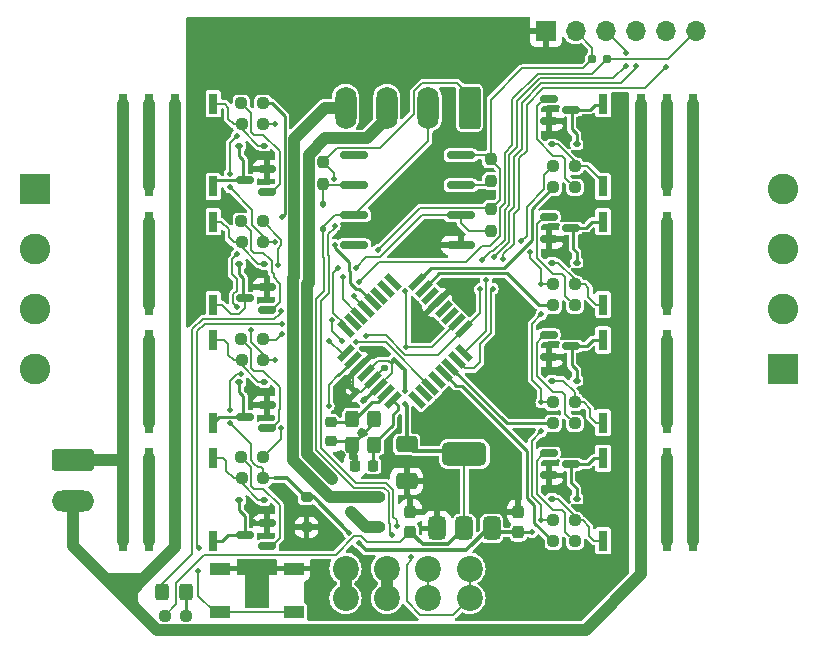
<source format=gbr>
%TF.GenerationSoftware,KiCad,Pcbnew,8.0.2*%
%TF.CreationDate,2024-10-13T21:39:52+02:00*%
%TF.ProjectId,OS-RelayDecoder-8,4f532d52-656c-4617-9944-65636f646572,rev?*%
%TF.SameCoordinates,Original*%
%TF.FileFunction,Copper,L1,Top*%
%TF.FilePolarity,Positive*%
%FSLAX46Y46*%
G04 Gerber Fmt 4.6, Leading zero omitted, Abs format (unit mm)*
G04 Created by KiCad (PCBNEW 8.0.2) date 2024-10-13 21:39:52*
%MOMM*%
%LPD*%
G01*
G04 APERTURE LIST*
G04 Aperture macros list*
%AMRoundRect*
0 Rectangle with rounded corners*
0 $1 Rounding radius*
0 $2 $3 $4 $5 $6 $7 $8 $9 X,Y pos of 4 corners*
0 Add a 4 corners polygon primitive as box body*
4,1,4,$2,$3,$4,$5,$6,$7,$8,$9,$2,$3,0*
0 Add four circle primitives for the rounded corners*
1,1,$1+$1,$2,$3*
1,1,$1+$1,$4,$5*
1,1,$1+$1,$6,$7*
1,1,$1+$1,$8,$9*
0 Add four rect primitives between the rounded corners*
20,1,$1+$1,$2,$3,$4,$5,0*
20,1,$1+$1,$4,$5,$6,$7,0*
20,1,$1+$1,$6,$7,$8,$9,0*
20,1,$1+$1,$8,$9,$2,$3,0*%
%AMRotRect*
0 Rectangle, with rotation*
0 The origin of the aperture is its center*
0 $1 length*
0 $2 width*
0 $3 Rotation angle, in degrees counterclockwise*
0 Add horizontal line*
21,1,$1,$2,0,0,$3*%
G04 Aperture macros list end*
%TA.AperFunction,SMDPad,CuDef*%
%ADD10RoundRect,0.250000X-0.325000X-0.450000X0.325000X-0.450000X0.325000X0.450000X-0.325000X0.450000X0*%
%TD*%
%TA.AperFunction,SMDPad,CuDef*%
%ADD11RoundRect,0.250000X-0.650000X0.412500X-0.650000X-0.412500X0.650000X-0.412500X0.650000X0.412500X0*%
%TD*%
%TA.AperFunction,SMDPad,CuDef*%
%ADD12RoundRect,0.112500X-0.187500X-0.112500X0.187500X-0.112500X0.187500X0.112500X-0.187500X0.112500X0*%
%TD*%
%TA.AperFunction,SMDPad,CuDef*%
%ADD13RoundRect,0.237500X0.250000X0.237500X-0.250000X0.237500X-0.250000X-0.237500X0.250000X-0.237500X0*%
%TD*%
%TA.AperFunction,SMDPad,CuDef*%
%ADD14RoundRect,0.150000X-0.587500X-0.150000X0.587500X-0.150000X0.587500X0.150000X-0.587500X0.150000X0*%
%TD*%
%TA.AperFunction,SMDPad,CuDef*%
%ADD15R,0.800000X1.800000*%
%TD*%
%TA.AperFunction,ComponentPad*%
%ADD16RoundRect,0.250000X-1.550000X0.650000X-1.550000X-0.650000X1.550000X-0.650000X1.550000X0.650000X0*%
%TD*%
%TA.AperFunction,ComponentPad*%
%ADD17O,3.600000X1.800000*%
%TD*%
%TA.AperFunction,SMDPad,CuDef*%
%ADD18RoundRect,0.225000X0.250000X-0.225000X0.250000X0.225000X-0.250000X0.225000X-0.250000X-0.225000X0*%
%TD*%
%TA.AperFunction,SMDPad,CuDef*%
%ADD19R,1.800000X1.100000*%
%TD*%
%TA.AperFunction,SMDPad,CuDef*%
%ADD20RoundRect,0.237500X-0.250000X-0.237500X0.250000X-0.237500X0.250000X0.237500X-0.250000X0.237500X0*%
%TD*%
%TA.AperFunction,SMDPad,CuDef*%
%ADD21RotRect,1.600000X0.550000X45.000000*%
%TD*%
%TA.AperFunction,SMDPad,CuDef*%
%ADD22RotRect,1.600000X0.550000X135.000000*%
%TD*%
%TA.AperFunction,SMDPad,CuDef*%
%ADD23RoundRect,0.200000X-0.300000X-0.200000X0.300000X-0.200000X0.300000X0.200000X-0.300000X0.200000X0*%
%TD*%
%TA.AperFunction,ComponentPad*%
%ADD24RoundRect,0.250000X0.650000X1.550000X-0.650000X1.550000X-0.650000X-1.550000X0.650000X-1.550000X0*%
%TD*%
%TA.AperFunction,ComponentPad*%
%ADD25O,1.800000X3.600000*%
%TD*%
%TA.AperFunction,SMDPad,CuDef*%
%ADD26RoundRect,0.237500X-0.237500X0.250000X-0.237500X-0.250000X0.237500X-0.250000X0.237500X0.250000X0*%
%TD*%
%TA.AperFunction,SMDPad,CuDef*%
%ADD27RoundRect,0.112500X0.187500X0.112500X-0.187500X0.112500X-0.187500X-0.112500X0.187500X-0.112500X0*%
%TD*%
%TA.AperFunction,SMDPad,CuDef*%
%ADD28RoundRect,0.375000X0.375000X-0.625000X0.375000X0.625000X-0.375000X0.625000X-0.375000X-0.625000X0*%
%TD*%
%TA.AperFunction,SMDPad,CuDef*%
%ADD29RoundRect,0.500000X1.400000X-0.500000X1.400000X0.500000X-1.400000X0.500000X-1.400000X-0.500000X0*%
%TD*%
%TA.AperFunction,SMDPad,CuDef*%
%ADD30RoundRect,0.112500X-0.112500X0.187500X-0.112500X-0.187500X0.112500X-0.187500X0.112500X0.187500X0*%
%TD*%
%TA.AperFunction,ComponentPad*%
%ADD31R,2.600000X2.600000*%
%TD*%
%TA.AperFunction,ComponentPad*%
%ADD32C,2.600000*%
%TD*%
%TA.AperFunction,SMDPad,CuDef*%
%ADD33RoundRect,0.160000X-0.197500X-0.160000X0.197500X-0.160000X0.197500X0.160000X-0.197500X0.160000X0*%
%TD*%
%TA.AperFunction,SMDPad,CuDef*%
%ADD34RoundRect,0.150000X0.587500X0.150000X-0.587500X0.150000X-0.587500X-0.150000X0.587500X-0.150000X0*%
%TD*%
%TA.AperFunction,SMDPad,CuDef*%
%ADD35RoundRect,0.300000X-0.300000X0.400000X-0.300000X-0.400000X0.300000X-0.400000X0.300000X0.400000X0*%
%TD*%
%TA.AperFunction,SMDPad,CuDef*%
%ADD36RoundRect,0.140000X0.219203X0.021213X0.021213X0.219203X-0.219203X-0.021213X-0.021213X-0.219203X0*%
%TD*%
%TA.AperFunction,ComponentPad*%
%ADD37C,2.200000*%
%TD*%
%TA.AperFunction,SMDPad,CuDef*%
%ADD38RoundRect,0.225000X-0.225000X-0.250000X0.225000X-0.250000X0.225000X0.250000X-0.225000X0.250000X0*%
%TD*%
%TA.AperFunction,SMDPad,CuDef*%
%ADD39RoundRect,0.237500X0.237500X-0.300000X0.237500X0.300000X-0.237500X0.300000X-0.237500X-0.300000X0*%
%TD*%
%TA.AperFunction,SMDPad,CuDef*%
%ADD40RoundRect,0.162500X-1.012500X-0.162500X1.012500X-0.162500X1.012500X0.162500X-1.012500X0.162500X0*%
%TD*%
%TA.AperFunction,ComponentPad*%
%ADD41R,1.700000X1.700000*%
%TD*%
%TA.AperFunction,ComponentPad*%
%ADD42O,1.700000X1.700000*%
%TD*%
%TA.AperFunction,ViaPad*%
%ADD43C,0.500000*%
%TD*%
%TA.AperFunction,ViaPad*%
%ADD44C,0.800000*%
%TD*%
%TA.AperFunction,Conductor*%
%ADD45C,0.200000*%
%TD*%
%TA.AperFunction,Conductor*%
%ADD46C,0.250000*%
%TD*%
%TA.AperFunction,Conductor*%
%ADD47C,0.300000*%
%TD*%
%TA.AperFunction,Conductor*%
%ADD48C,1.000000*%
%TD*%
G04 APERTURE END LIST*
D10*
%TO.P,D201,1,K*%
%TO.N,/MCU/LED*%
X61952000Y-125503500D03*
%TO.P,D201,2,A*%
%TO.N,Net-(D201-A)*%
X64002000Y-125503500D03*
%TD*%
D11*
%TO.P,C303,1*%
%TO.N,+5V*%
X82677000Y-112991500D03*
%TO.P,C303,2*%
%TO.N,GND*%
X82677000Y-116116500D03*
%TD*%
D12*
%TO.P,D302,1,K*%
%TO.N,Net-(D302-K)*%
X94986500Y-97590907D03*
%TO.P,D302,2,A*%
%TO.N,Net-(D302-A)*%
X97086500Y-97590907D03*
%TD*%
D13*
%TO.P,R901,1*%
%TO.N,VCC*%
X70524500Y-105873907D03*
%TO.P,R901,2*%
%TO.N,Net-(D901-K)*%
X68699500Y-105873907D03*
%TD*%
D14*
%TO.P,Q401,1,B*%
%TO.N,Net-(Q401-B)*%
X94718000Y-103719907D03*
%TO.P,Q401,2,E*%
%TO.N,GND*%
X94718000Y-105619907D03*
%TO.P,Q401,3,C*%
%TO.N,Net-(D401-A)*%
X96593000Y-104669907D03*
%TD*%
D15*
%TO.P,K1001,1*%
%TO.N,Net-(D1001-K)*%
X66300000Y-94151907D03*
%TO.P,K1001,2*%
%TO.N,/relay1/B*%
X63100000Y-94151907D03*
%TO.P,K1001,3*%
%TO.N,/relay7/frog*%
X60900000Y-94151907D03*
%TO.P,K1001,4*%
%TO.N,/relay1/A*%
X58700000Y-94151907D03*
%TO.P,K1001,5*%
X58700000Y-101151907D03*
%TO.P,K1001,6*%
%TO.N,/relay7/frog*%
X60900000Y-101151907D03*
%TO.P,K1001,7*%
%TO.N,/relay1/B*%
X63100000Y-101151907D03*
%TO.P,K1001,8*%
%TO.N,Net-(D1001-A)*%
X66300000Y-101151907D03*
%TD*%
D16*
%TO.P,J101,1,Pin_1*%
%TO.N,/relay1/A*%
X54432500Y-114305000D03*
D17*
%TO.P,J101,2,Pin_2*%
%TO.N,/relay1/B*%
X54432500Y-117805000D03*
%TD*%
D18*
%TO.P,C201,1*%
%TO.N,GND*%
X76292000Y-112663592D03*
%TO.P,C201,2*%
%TO.N,/MCU/X1*%
X76292000Y-111113592D03*
%TD*%
D19*
%TO.P,SW601,1,A*%
%TO.N,GND*%
X66900000Y-123499000D03*
X73100000Y-123499000D03*
%TO.P,SW601,2,B*%
%TO.N,Net-(SW601-B)*%
X66900000Y-127199000D03*
X73100000Y-127199000D03*
%TD*%
D14*
%TO.P,Q501,1,B*%
%TO.N,Net-(Q501-B)*%
X94718000Y-113719907D03*
%TO.P,Q501,2,E*%
%TO.N,GND*%
X94718000Y-115619907D03*
%TO.P,Q501,3,C*%
%TO.N,Net-(D501-A)*%
X96593000Y-114669907D03*
%TD*%
D20*
%TO.P,R201,1*%
%TO.N,+5V*%
X62175000Y-127494500D03*
%TO.P,R201,2*%
%TO.N,Net-(D201-A)*%
X64000000Y-127494500D03*
%TD*%
D15*
%TO.P,K501,1*%
%TO.N,Net-(D501-K)*%
X99300000Y-121151907D03*
%TO.P,K501,2*%
%TO.N,/relay1/B*%
X102500000Y-121151907D03*
%TO.P,K501,3*%
%TO.N,/relay4/frog*%
X104700000Y-121151907D03*
%TO.P,K501,4*%
%TO.N,/relay1/A*%
X106900000Y-121151907D03*
%TO.P,K501,5*%
X106900000Y-114151907D03*
%TO.P,K501,6*%
%TO.N,/relay4/frog*%
X104700000Y-114151907D03*
%TO.P,K501,7*%
%TO.N,/relay1/B*%
X102500000Y-114151907D03*
%TO.P,K501,8*%
%TO.N,Net-(D501-A)*%
X99300000Y-114151907D03*
%TD*%
D13*
%TO.P,R204,1*%
%TO.N,Net-(Q201-B)*%
X96924000Y-91207907D03*
%TO.P,R204,2*%
%TO.N,/MCU/coil1*%
X95099000Y-91207907D03*
%TD*%
D20*
%TO.P,R203,1*%
%TO.N,VCC*%
X95075500Y-89429907D03*
%TO.P,R203,2*%
%TO.N,Net-(D202-K)*%
X96900500Y-89429907D03*
%TD*%
D21*
%TO.P,U202,1,PD3*%
%TO.N,/MCU/coil6*%
X77538897Y-105283897D03*
%TO.P,U202,2,PD4*%
%TO.N,/MCU/coil5*%
X78104583Y-105849582D03*
%TO.P,U202,3,GND*%
%TO.N,GND*%
X78670268Y-106415268D03*
%TO.P,U202,4,VCC*%
%TO.N,+5V*%
X79235953Y-106980953D03*
%TO.P,U202,5,GND*%
%TO.N,GND*%
X79801639Y-107546639D03*
%TO.P,U202,6,VCC*%
%TO.N,+5V*%
X80367324Y-108112324D03*
%TO.P,U202,7,XTAL1/PB6*%
%TO.N,/MCU/X1*%
X80933010Y-108678009D03*
%TO.P,U202,8,XTAL2/PB7*%
%TO.N,/MCU/X2*%
X81498695Y-109243695D03*
D22*
%TO.P,U202,9,PD5*%
%TO.N,/MCU/FREE_IO9*%
X83549305Y-109243695D03*
%TO.P,U202,10,PD6*%
%TO.N,/MCU/FREE_IO8*%
X84114990Y-108678009D03*
%TO.P,U202,11,PD7*%
%TO.N,Net-(SW601-B)*%
X84680676Y-108112324D03*
%TO.P,U202,12,PB0*%
%TO.N,/MCU/FREE_IO1*%
X85246361Y-107546639D03*
%TO.P,U202,13,PB1*%
%TO.N,/MCU/coil4*%
X85812047Y-106980953D03*
%TO.P,U202,14,PB2*%
%TO.N,/MCU/coil3*%
X86377732Y-106415268D03*
%TO.P,U202,15,PB3*%
%TO.N,/MCU/MOSI*%
X86943417Y-105849582D03*
%TO.P,U202,16,PB4*%
%TO.N,/MCU/MISO*%
X87509103Y-105283897D03*
D21*
%TO.P,U202,17,PB5*%
%TO.N,/MCU/LED*%
X87509103Y-103233287D03*
%TO.P,U202,18,AVCC*%
%TO.N,+5V*%
X86943417Y-102667602D03*
%TO.P,U202,19,ADC6*%
%TO.N,unconnected-(U202-ADC6-Pad19)*%
X86377732Y-102101916D03*
%TO.P,U202,20,AREF*%
%TO.N,unconnected-(U202-AREF-Pad20)*%
X85812047Y-101536231D03*
%TO.P,U202,21,GND*%
%TO.N,GND*%
X85246361Y-100970545D03*
%TO.P,U202,22,ADC7*%
%TO.N,unconnected-(U202-ADC7-Pad22)*%
X84680676Y-100404860D03*
%TO.P,U202,23,PC0*%
%TO.N,/MCU/coil2*%
X84114990Y-99839175D03*
%TO.P,U202,24,PC1*%
%TO.N,/MCU/coil1*%
X83549305Y-99273489D03*
D22*
%TO.P,U202,25,PC2*%
%TO.N,/MCU/FREE_IO4*%
X81498695Y-99273489D03*
%TO.P,U202,26,PC3*%
%TO.N,/MCU/FREE_IO5*%
X80933010Y-99839175D03*
%TO.P,U202,27,PC4*%
%TO.N,/MCU/FREE_IO6*%
X80367324Y-100404860D03*
%TO.P,U202,28,PC5*%
%TO.N,/MCU/coil8*%
X79801639Y-100970545D03*
%TO.P,U202,29,~{RESET}/PC6*%
%TO.N,/MCU/Reset*%
X79235953Y-101536231D03*
%TO.P,U202,30,PD0*%
%TO.N,/MCU/coil7*%
X78670268Y-102101916D03*
%TO.P,U202,31,PD1*%
%TO.N,/MCU/FREE_IO3*%
X78104583Y-102667602D03*
%TO.P,U202,32,PD2*%
%TO.N,/DCC+power/DCC*%
X77538897Y-103233287D03*
%TD*%
D23*
%TO.P,D301,1,+*%
%TO.N,VCC*%
X74201000Y-117467000D03*
%TO.P,D301,2,-*%
%TO.N,GND*%
X74201000Y-120007000D03*
%TO.P,D301,3*%
%TO.N,/DCC+power/P2*%
X80351000Y-120007000D03*
%TO.P,D301,4*%
%TO.N,/DCC+power/P1*%
X80351000Y-117467000D03*
%TD*%
D15*
%TO.P,K201,1*%
%TO.N,Net-(D202-K)*%
X99300000Y-91151907D03*
%TO.P,K201,2*%
%TO.N,/relay1/B*%
X102500000Y-91151907D03*
%TO.P,K201,3*%
%TO.N,/relay1/frog*%
X104700000Y-91151907D03*
%TO.P,K201,4*%
%TO.N,/relay1/A*%
X106900000Y-91151907D03*
%TO.P,K201,5*%
X106900000Y-84151907D03*
%TO.P,K201,6*%
%TO.N,/relay1/frog*%
X104700000Y-84151907D03*
%TO.P,K201,7*%
%TO.N,/relay1/B*%
X102500000Y-84151907D03*
%TO.P,K201,8*%
%TO.N,Net-(D202-A)*%
X99300000Y-84151907D03*
%TD*%
D13*
%TO.P,R302,1*%
%TO.N,Net-(Q301-B)*%
X96924000Y-101207907D03*
%TO.P,R302,2*%
%TO.N,/MCU/coil2*%
X95099000Y-101207907D03*
%TD*%
D24*
%TO.P,J701,1,Pin_1*%
%TO.N,/DCC+power/DCC_A*%
X88000000Y-84500000D03*
D25*
%TO.P,J701,2,Pin_2*%
%TO.N,/DCC+power/DCC_B*%
X84500000Y-84500000D03*
%TO.P,J701,3,Pin_3*%
%TO.N,/DCC+power/P2*%
X81000000Y-84500000D03*
%TO.P,J701,4,Pin_4*%
%TO.N,/DCC+power/P1*%
X77500000Y-84500000D03*
%TD*%
D26*
%TO.P,R3,1*%
%TO.N,+5V*%
X89802000Y-88868500D03*
%TO.P,R3,2*%
%TO.N,Net-(U3-EN)*%
X89802000Y-90693500D03*
%TD*%
D27*
%TO.P,D1101,1,K*%
%TO.N,Net-(D1101-K)*%
X70613500Y-87712907D03*
%TO.P,D1101,2,A*%
%TO.N,Net-(D1101-A)*%
X68513500Y-87712907D03*
%TD*%
D28*
%TO.P,U301,1,GND*%
%TO.N,GND*%
X85263000Y-120109000D03*
%TO.P,U301,2,VO*%
%TO.N,+5V*%
X87563000Y-120109000D03*
D29*
X87563000Y-113809000D03*
D28*
%TO.P,U301,3,VI*%
%TO.N,VCC*%
X89863000Y-120109000D03*
%TD*%
D20*
%TO.P,R802,1*%
%TO.N,Net-(Q801-B)*%
X68676000Y-114095907D03*
%TO.P,R802,2*%
%TO.N,/MCU/coil5*%
X70501000Y-114095907D03*
%TD*%
D13*
%TO.P,R1001,1*%
%TO.N,VCC*%
X70524500Y-95873907D03*
%TO.P,R1001,2*%
%TO.N,Net-(D1001-K)*%
X68699500Y-95873907D03*
%TD*%
D15*
%TO.P,K901,1*%
%TO.N,Net-(D901-K)*%
X66300000Y-104151907D03*
%TO.P,K901,2*%
%TO.N,/relay1/B*%
X63100000Y-104151907D03*
%TO.P,K901,3*%
%TO.N,/relay6/frog*%
X60900000Y-104151907D03*
%TO.P,K901,4*%
%TO.N,/relay1/A*%
X58700000Y-104151907D03*
%TO.P,K901,5*%
X58700000Y-111151907D03*
%TO.P,K901,6*%
%TO.N,/relay6/frog*%
X60900000Y-111151907D03*
%TO.P,K901,7*%
%TO.N,/relay1/B*%
X63100000Y-111151907D03*
%TO.P,K901,8*%
%TO.N,Net-(D901-A)*%
X66300000Y-111151907D03*
%TD*%
D30*
%TO.P,D1,1,K*%
%TO.N,Net-(D1-K)*%
X75578000Y-92668000D03*
%TO.P,D1,2,A*%
%TO.N,/DCC+power/DCC_B*%
X75578000Y-94768000D03*
%TD*%
D20*
%TO.P,R301,1*%
%TO.N,VCC*%
X95075500Y-99429907D03*
%TO.P,R301,2*%
%TO.N,Net-(D302-K)*%
X96900500Y-99429907D03*
%TD*%
D13*
%TO.P,R1101,1*%
%TO.N,VCC*%
X70524500Y-85873907D03*
%TO.P,R1101,2*%
%TO.N,Net-(D1101-K)*%
X68699500Y-85873907D03*
%TD*%
D31*
%TO.P,J103,1,Pin_1*%
%TO.N,/relay8/frog*%
X51195000Y-91380000D03*
D32*
%TO.P,J103,2,Pin_2*%
%TO.N,/relay7/frog*%
X51195000Y-96460000D03*
%TO.P,J103,3,Pin_3*%
%TO.N,/relay6/frog*%
X51195000Y-101540000D03*
%TO.P,J103,4,Pin_4*%
%TO.N,/relay5/frog*%
X51195000Y-106620000D03*
%TD*%
D33*
%TO.P,R202,1*%
%TO.N,+5V*%
X98402500Y-80391000D03*
%TO.P,R202,2*%
%TO.N,/MCU/Reset*%
X99597500Y-80391000D03*
%TD*%
D26*
%TO.P,R5,1*%
%TO.N,/DCC+power/DCC_A*%
X75578000Y-89122500D03*
%TO.P,R5,2*%
%TO.N,Net-(D1-K)*%
X75578000Y-90947500D03*
%TD*%
D27*
%TO.P,D901,1,K*%
%TO.N,Net-(D901-K)*%
X70613500Y-107712907D03*
%TO.P,D901,2,A*%
%TO.N,Net-(D901-A)*%
X68513500Y-107712907D03*
%TD*%
D34*
%TO.P,Q1101,1,B*%
%TO.N,Net-(Q1101-B)*%
X70882000Y-91583907D03*
%TO.P,Q1101,2,E*%
%TO.N,GND*%
X70882000Y-89683907D03*
%TO.P,Q1101,3,C*%
%TO.N,Net-(D1101-A)*%
X69007000Y-90633907D03*
%TD*%
D20*
%TO.P,R501,1*%
%TO.N,VCC*%
X95075500Y-119429907D03*
%TO.P,R501,2*%
%TO.N,Net-(D501-K)*%
X96900500Y-119429907D03*
%TD*%
D35*
%TO.P,Y201,1,1*%
%TO.N,/MCU/X1*%
X78043000Y-110831592D03*
%TO.P,Y201,2,GND*%
%TO.N,GND*%
X78043000Y-113031592D03*
%TO.P,Y201,3,3*%
%TO.N,/MCU/X2*%
X79943000Y-113031592D03*
%TO.P,Y201,4,GND*%
%TO.N,GND*%
X79943000Y-110831592D03*
%TD*%
D12*
%TO.P,D501,1,K*%
%TO.N,Net-(D501-K)*%
X94986500Y-117590907D03*
%TO.P,D501,2,A*%
%TO.N,Net-(D501-A)*%
X97086500Y-117590907D03*
%TD*%
D13*
%TO.P,R801,1*%
%TO.N,VCC*%
X70524500Y-115873907D03*
%TO.P,R801,2*%
%TO.N,Net-(D801-K)*%
X68699500Y-115873907D03*
%TD*%
D14*
%TO.P,Q301,1,B*%
%TO.N,Net-(Q301-B)*%
X94718000Y-93719907D03*
%TO.P,Q301,2,E*%
%TO.N,GND*%
X94718000Y-95619907D03*
%TO.P,Q301,3,C*%
%TO.N,Net-(D302-A)*%
X96593000Y-94669907D03*
%TD*%
D36*
%TO.P,C202,1*%
%TO.N,+5V*%
X79054000Y-109221592D03*
%TO.P,C202,2*%
%TO.N,GND*%
X78375178Y-108542770D03*
%TD*%
D37*
%TO.P,J702,1,Pin_1*%
%TO.N,/DCC+power/DCC_A*%
X88000000Y-123500000D03*
X88000000Y-126000000D03*
%TO.P,J702,2,Pin_2*%
%TO.N,/DCC+power/DCC_B*%
X84500000Y-123500000D03*
X84500000Y-126000000D03*
%TO.P,J702,3,Pin_3*%
%TO.N,/DCC+power/P2*%
X81000000Y-123500000D03*
X81000000Y-126000000D03*
%TO.P,J702,4,Pin_4*%
%TO.N,/DCC+power/P1*%
X77500000Y-123500000D03*
X77500000Y-126000000D03*
%TD*%
D15*
%TO.P,K1101,1*%
%TO.N,Net-(D1101-K)*%
X66300000Y-84151907D03*
%TO.P,K1101,2*%
%TO.N,/relay1/B*%
X63100000Y-84151907D03*
%TO.P,K1101,3*%
%TO.N,/relay8/frog*%
X60900000Y-84151907D03*
%TO.P,K1101,4*%
%TO.N,/relay1/A*%
X58700000Y-84151907D03*
%TO.P,K1101,5*%
X58700000Y-91151907D03*
%TO.P,K1101,6*%
%TO.N,/relay8/frog*%
X60900000Y-91151907D03*
%TO.P,K1101,7*%
%TO.N,/relay1/B*%
X63100000Y-91151907D03*
%TO.P,K1101,8*%
%TO.N,Net-(D1101-A)*%
X66300000Y-91151907D03*
%TD*%
D20*
%TO.P,R401,1*%
%TO.N,VCC*%
X95075500Y-109429907D03*
%TO.P,R401,2*%
%TO.N,Net-(D401-K)*%
X96900500Y-109429907D03*
%TD*%
D38*
%TO.P,C203,1*%
%TO.N,GND*%
X78279000Y-114809592D03*
%TO.P,C203,2*%
%TO.N,/MCU/X2*%
X79829000Y-114809592D03*
%TD*%
D34*
%TO.P,Q801,1,B*%
%TO.N,Net-(Q801-B)*%
X70882000Y-121583907D03*
%TO.P,Q801,2,E*%
%TO.N,GND*%
X70882000Y-119683907D03*
%TO.P,Q801,3,C*%
%TO.N,Net-(D801-A)*%
X69007000Y-120633907D03*
%TD*%
D15*
%TO.P,K401,1*%
%TO.N,Net-(D401-K)*%
X99300000Y-111151907D03*
%TO.P,K401,2*%
%TO.N,/relay1/B*%
X102500000Y-111151907D03*
%TO.P,K401,3*%
%TO.N,/relay3/frog*%
X104700000Y-111151907D03*
%TO.P,K401,4*%
%TO.N,/relay1/A*%
X106900000Y-111151907D03*
%TO.P,K401,5*%
X106900000Y-104151907D03*
%TO.P,K401,6*%
%TO.N,/relay3/frog*%
X104700000Y-104151907D03*
%TO.P,K401,7*%
%TO.N,/relay1/B*%
X102500000Y-104151907D03*
%TO.P,K401,8*%
%TO.N,Net-(D401-A)*%
X99300000Y-104151907D03*
%TD*%
D12*
%TO.P,D401,1,K*%
%TO.N,Net-(D401-K)*%
X94986500Y-107590907D03*
%TO.P,D401,2,A*%
%TO.N,Net-(D401-A)*%
X97086500Y-107590907D03*
%TD*%
D20*
%TO.P,R902,1*%
%TO.N,Net-(Q901-B)*%
X68676000Y-104095907D03*
%TO.P,R902,2*%
%TO.N,/MCU/coil6*%
X70501000Y-104095907D03*
%TD*%
D34*
%TO.P,Q1001,1,B*%
%TO.N,Net-(Q1001-B)*%
X70882000Y-101583907D03*
%TO.P,Q1001,2,E*%
%TO.N,GND*%
X70882000Y-99683907D03*
%TO.P,Q1001,3,C*%
%TO.N,Net-(D1001-A)*%
X69007000Y-100633907D03*
%TD*%
D39*
%TO.P,C301,1*%
%TO.N,VCC*%
X92131000Y-120427000D03*
%TO.P,C301,2*%
%TO.N,GND*%
X92131000Y-118702000D03*
%TD*%
D20*
%TO.P,R1002,1*%
%TO.N,Net-(Q1001-B)*%
X68676000Y-94095907D03*
%TO.P,R1002,2*%
%TO.N,/MCU/coil7*%
X70501000Y-94095907D03*
%TD*%
D40*
%TO.P,U3,1,NC*%
%TO.N,unconnected-(U3-NC-Pad1)*%
X78212000Y-88511000D03*
%TO.P,U3,2,A*%
%TO.N,Net-(D1-K)*%
X78212000Y-91051000D03*
%TO.P,U3,3,C*%
%TO.N,/DCC+power/DCC_B*%
X78212000Y-93591000D03*
%TO.P,U3,4*%
%TO.N,N/C*%
X78212000Y-96131000D03*
%TO.P,U3,5,GND*%
%TO.N,GND*%
X87262000Y-96131000D03*
%TO.P,U3,6,VO*%
%TO.N,/DCC+power/DCC*%
X87262000Y-93591000D03*
%TO.P,U3,7,EN*%
%TO.N,Net-(U3-EN)*%
X87262000Y-91051000D03*
%TO.P,U3,8,VCC*%
%TO.N,+5V*%
X87262000Y-88511000D03*
%TD*%
D13*
%TO.P,R402,1*%
%TO.N,Net-(Q401-B)*%
X96924000Y-111207907D03*
%TO.P,R402,2*%
%TO.N,/MCU/coil3*%
X95099000Y-111207907D03*
%TD*%
D27*
%TO.P,D1001,1,K*%
%TO.N,Net-(D1001-K)*%
X70613500Y-97712907D03*
%TO.P,D1001,2,A*%
%TO.N,Net-(D1001-A)*%
X68513500Y-97712907D03*
%TD*%
D34*
%TO.P,Q901,1,B*%
%TO.N,Net-(Q901-B)*%
X70882000Y-111583907D03*
%TO.P,Q901,2,E*%
%TO.N,GND*%
X70882000Y-109683907D03*
%TO.P,Q901,3,C*%
%TO.N,Net-(D901-A)*%
X69007000Y-110633907D03*
%TD*%
D27*
%TO.P,D801,1,K*%
%TO.N,Net-(D801-K)*%
X70613500Y-117712907D03*
%TO.P,D801,2,A*%
%TO.N,Net-(D801-A)*%
X68513500Y-117712907D03*
%TD*%
D12*
%TO.P,D202,1,K*%
%TO.N,Net-(D202-K)*%
X94986500Y-87590907D03*
%TO.P,D202,2,A*%
%TO.N,Net-(D202-A)*%
X97086500Y-87590907D03*
%TD*%
D15*
%TO.P,K301,1*%
%TO.N,Net-(D302-K)*%
X99300000Y-101151907D03*
%TO.P,K301,2*%
%TO.N,/relay1/B*%
X102500000Y-101151907D03*
%TO.P,K301,3*%
%TO.N,/relay2/frog*%
X104700000Y-101151907D03*
%TO.P,K301,4*%
%TO.N,/relay1/A*%
X106900000Y-101151907D03*
%TO.P,K301,5*%
X106900000Y-94151907D03*
%TO.P,K301,6*%
%TO.N,/relay2/frog*%
X104700000Y-94151907D03*
%TO.P,K301,7*%
%TO.N,/relay1/B*%
X102500000Y-94151907D03*
%TO.P,K301,8*%
%TO.N,Net-(D302-A)*%
X99300000Y-94151907D03*
%TD*%
D26*
%TO.P,R4,1*%
%TO.N,+5V*%
X89802000Y-93059500D03*
%TO.P,R4,2*%
%TO.N,/DCC+power/DCC*%
X89802000Y-94884500D03*
%TD*%
D13*
%TO.P,R502,1*%
%TO.N,Net-(Q501-B)*%
X96924000Y-121207907D03*
%TO.P,R502,2*%
%TO.N,/MCU/coil4*%
X95099000Y-121207907D03*
%TD*%
D41*
%TO.P,J202,1,Pin_1*%
%TO.N,GND*%
X94460000Y-78000000D03*
D42*
%TO.P,J202,2,Pin_2*%
%TO.N,+5V*%
X97000000Y-78000000D03*
%TO.P,J202,3,Pin_3*%
%TO.N,/MCU/LED*%
X99540000Y-78000000D03*
%TO.P,J202,4,Pin_4*%
%TO.N,/MCU/MISO*%
X102080000Y-78000000D03*
%TO.P,J202,5,Pin_5*%
%TO.N,/MCU/MOSI*%
X104620000Y-78000000D03*
%TO.P,J202,6,Pin_6*%
%TO.N,/MCU/Reset*%
X107160000Y-78000000D03*
%TD*%
D14*
%TO.P,Q201,1,B*%
%TO.N,Net-(Q201-B)*%
X94718000Y-83719907D03*
%TO.P,Q201,2,E*%
%TO.N,GND*%
X94718000Y-85619907D03*
%TO.P,Q201,3,C*%
%TO.N,Net-(D202-A)*%
X96593000Y-84669907D03*
%TD*%
D31*
%TO.P,J102,1,Pin_1*%
%TO.N,/relay4/frog*%
X114500000Y-106620000D03*
D32*
%TO.P,J102,2,Pin_2*%
%TO.N,/relay3/frog*%
X114500000Y-101540000D03*
%TO.P,J102,3,Pin_3*%
%TO.N,/relay2/frog*%
X114500000Y-96460000D03*
%TO.P,J102,4,Pin_4*%
%TO.N,/relay1/frog*%
X114500000Y-91380000D03*
%TD*%
D20*
%TO.P,R1102,1*%
%TO.N,Net-(Q1101-B)*%
X68676000Y-84095907D03*
%TO.P,R1102,2*%
%TO.N,/MCU/coil8*%
X70501000Y-84095907D03*
%TD*%
D15*
%TO.P,K801,1*%
%TO.N,Net-(D801-K)*%
X66300000Y-114151907D03*
%TO.P,K801,2*%
%TO.N,/relay1/B*%
X63100000Y-114151907D03*
%TO.P,K801,3*%
%TO.N,/relay5/frog*%
X60900000Y-114151907D03*
%TO.P,K801,4*%
%TO.N,/relay1/A*%
X58700000Y-114151907D03*
%TO.P,K801,5*%
X58700000Y-121151907D03*
%TO.P,K801,6*%
%TO.N,/relay5/frog*%
X60900000Y-121151907D03*
%TO.P,K801,7*%
%TO.N,/relay1/B*%
X63100000Y-121151907D03*
%TO.P,K801,8*%
%TO.N,Net-(D801-A)*%
X66300000Y-121151907D03*
%TD*%
D39*
%TO.P,C302,1*%
%TO.N,+5V*%
X82987000Y-120400500D03*
%TO.P,C302,2*%
%TO.N,GND*%
X82987000Y-118675500D03*
%TD*%
D43*
%TO.N,GND*%
X81153000Y-113030000D03*
X74168000Y-118618000D03*
X92329000Y-105791000D03*
X89408000Y-82169000D03*
X99060000Y-87376000D03*
X84201000Y-110871000D03*
X95885000Y-105746907D03*
X82931000Y-117475000D03*
X88773000Y-107442000D03*
X66675000Y-81153000D03*
X96520000Y-103378000D03*
D44*
X77530000Y-109094592D03*
D43*
X95885000Y-86741000D03*
X90424000Y-112903000D03*
X77724000Y-95123000D03*
X69596000Y-108331000D03*
X65024000Y-95504000D03*
X100838000Y-97790000D03*
X80772000Y-94742000D03*
X69469000Y-118364000D03*
X70882000Y-118794907D03*
X94718000Y-84730907D03*
X92075000Y-117602000D03*
X68707000Y-123444000D03*
X69469000Y-88265000D03*
X72390000Y-117094000D03*
X90932000Y-103759000D03*
X91821000Y-114173000D03*
X100711000Y-114554000D03*
X85344000Y-117983000D03*
X85090000Y-103251000D03*
X98552000Y-118745000D03*
X96012000Y-95746907D03*
X95885000Y-112522000D03*
X65913000Y-98806000D03*
X95250000Y-92456000D03*
X94996000Y-102489000D03*
X69977000Y-126111000D03*
X97282000Y-113411000D03*
X97028000Y-80137000D03*
X86233000Y-86868000D03*
X100838000Y-84074000D03*
X94718000Y-106508907D03*
X95377000Y-127000000D03*
X84074000Y-102108000D03*
X70866000Y-123444000D03*
X86614000Y-94742000D03*
X94718000Y-86508907D03*
X90932000Y-126873000D03*
X72771000Y-120015000D03*
X80899000Y-115316000D03*
X65278000Y-87122000D03*
X75057000Y-123444000D03*
X100711000Y-88900000D03*
X75438000Y-120142000D03*
X88392000Y-118110000D03*
X83439000Y-103886000D03*
D44*
X78927000Y-112015592D03*
D43*
X69596000Y-99556907D03*
X97790000Y-92710000D03*
X79629000Y-105410000D03*
X86614000Y-117348000D03*
X70882000Y-90572907D03*
X70882000Y-108794907D03*
X86233000Y-83820000D03*
X84836000Y-116078000D03*
X98298000Y-125222000D03*
X92837000Y-122047000D03*
X80518000Y-105156000D03*
X75311000Y-127000000D03*
X86360000Y-99949000D03*
X82042000Y-91313000D03*
X99314000Y-108839000D03*
X69596000Y-109556907D03*
X70882000Y-120572907D03*
X67691000Y-99441000D03*
X64643000Y-101219000D03*
X82677000Y-114554000D03*
X69596000Y-89556907D03*
X100838000Y-111887000D03*
X94718000Y-104730907D03*
X96012000Y-122428000D03*
X97917000Y-106299000D03*
X94718000Y-116508907D03*
X100965000Y-92837000D03*
X97409000Y-102616000D03*
X100838000Y-102362000D03*
X89408000Y-91948000D03*
X100457000Y-122809000D03*
X89916000Y-122428000D03*
X92837000Y-112268000D03*
X69723000Y-119556907D03*
X96012000Y-85746907D03*
X87503000Y-79121000D03*
X70882000Y-110572907D03*
X69469000Y-98425000D03*
X84582000Y-114935000D03*
X84836000Y-112141000D03*
X75184000Y-81788000D03*
X81915000Y-96647000D03*
X96012000Y-115746907D03*
X87884000Y-100838000D03*
X92837000Y-102235000D03*
X94718000Y-96508907D03*
X90551000Y-100965000D03*
X87630000Y-99441000D03*
X77470000Y-107696000D03*
X70882000Y-88794907D03*
X100965000Y-119126000D03*
X84836000Y-96520000D03*
X84582000Y-89535000D03*
X74168000Y-121412000D03*
D44*
X77089000Y-113919000D03*
D43*
X90551000Y-118364000D03*
X98044000Y-116078000D03*
X96012000Y-117094000D03*
X94718000Y-114730907D03*
X65913000Y-97536000D03*
X88138000Y-111252000D03*
X86995000Y-109220000D03*
X70882000Y-98794907D03*
X88646000Y-89789000D03*
X94718000Y-94730907D03*
X80772000Y-106553000D03*
X92075000Y-110236000D03*
X91821000Y-80137000D03*
X70882000Y-100572907D03*
X100457000Y-106807000D03*
X95758000Y-123952000D03*
%TO.N,VCC*%
X78613000Y-121327000D03*
X71517000Y-105873907D03*
X71517000Y-95873907D03*
X67691000Y-90058907D03*
X94083000Y-111887000D03*
X67691000Y-111208907D03*
X77785141Y-120457142D03*
X94083000Y-99429907D03*
X94083000Y-119429907D03*
X93130500Y-96658672D03*
X69469000Y-103312000D03*
X94083000Y-101981000D03*
X93291000Y-120420907D03*
X68326000Y-96901000D03*
X68672497Y-107037908D03*
X68326000Y-86868000D03*
X68286897Y-101369285D03*
X94083000Y-109429907D03*
X92366913Y-95795913D03*
X67691000Y-91208907D03*
X71517000Y-85873907D03*
X67691000Y-110058907D03*
%TO.N,+5V*%
X82550000Y-109601000D03*
X81621267Y-105830733D03*
X80209824Y-96558358D03*
X82508587Y-100031365D03*
X82519661Y-108496893D03*
X82660928Y-104749072D03*
%TO.N,/DCC+power/DCC_B*%
X81407000Y-120650000D03*
%TO.N,/MCU/LED*%
X72069500Y-101677580D03*
X101219000Y-79841000D03*
X101219000Y-80941000D03*
X88858000Y-99841000D03*
X79248000Y-103784733D03*
X89019091Y-97401091D03*
D44*
%TO.N,/DCC+power/P1*%
X76573000Y-117467000D03*
%TO.N,/DCC+power/P2*%
X77978000Y-118745000D03*
X76373056Y-115951000D03*
D43*
%TO.N,/MCU/MISO*%
X89408000Y-99093907D03*
X102108000Y-80941000D03*
X90043000Y-97155000D03*
%TO.N,/MCU/MOSI*%
X104648000Y-81026000D03*
X89958000Y-99822000D03*
X90855806Y-97307020D03*
%TO.N,/MCU/Reset*%
X78608382Y-99271907D03*
X78232000Y-100421907D03*
D44*
%TO.N,/relay5/frog*%
X60900000Y-117856000D03*
X60900000Y-116586000D03*
%TO.N,/relay6/frog*%
X60900000Y-107500000D03*
X60900000Y-106000000D03*
%TO.N,/relay7/frog*%
X60900000Y-98000000D03*
X60900000Y-96500000D03*
%TO.N,/relay8/frog*%
X60900000Y-87630000D03*
X60900000Y-88900000D03*
%TO.N,/relay3/frog*%
X104648000Y-106000000D03*
X104648000Y-107188000D03*
%TO.N,/relay4/frog*%
X104700000Y-117348000D03*
X104700000Y-115951000D03*
%TO.N,/relay1/frog*%
X104648000Y-88011000D03*
X104648000Y-86741000D03*
%TO.N,/relay2/frog*%
X104700000Y-97282000D03*
X104700000Y-96012000D03*
%TO.N,/relay1/A*%
X106900000Y-118000000D03*
X106900000Y-119500000D03*
D43*
%TO.N,/MCU/coil5*%
X76073000Y-109728000D03*
X72069499Y-111563363D03*
%TO.N,/MCU/coil6*%
X72092000Y-103632000D03*
X76136500Y-104203500D03*
%TO.N,/DCC+power/DCC_A*%
X76581000Y-94488000D03*
X83077817Y-122558999D03*
X81830000Y-119934925D03*
X76486477Y-90501000D03*
%TO.N,/DCC+power/DCC*%
X78359000Y-98044000D03*
X76895000Y-98044000D03*
%TO.N,Net-(SW601-B)*%
X65024000Y-123698000D03*
X78357502Y-104334733D03*
X77216000Y-104267000D03*
X76327000Y-102489000D03*
X65066000Y-121793000D03*
X72092000Y-102762000D03*
%TO.N,/MCU/coil7*%
X77276000Y-98806000D03*
X71797000Y-97763468D03*
%TO.N,/MCU/coil8*%
X76581000Y-96101649D03*
X72092000Y-93726000D03*
%TD*%
D45*
%TO.N,GND*%
X78175813Y-108343405D02*
X78375178Y-108542770D01*
X94718000Y-114730907D02*
X94718000Y-115619907D01*
X78175813Y-106909723D02*
X78175813Y-108343405D01*
D46*
X79943000Y-111131592D02*
X79059000Y-112015592D01*
D45*
X70882000Y-120572907D02*
X70882000Y-119683907D01*
X96012000Y-95746907D02*
X94845000Y-95746907D01*
X70882000Y-110572907D02*
X70882000Y-109683907D01*
X70882000Y-108794907D02*
X70882000Y-109683907D01*
X96012000Y-85746907D02*
X94845000Y-85746907D01*
X70882000Y-88794907D02*
X70882000Y-89683907D01*
X94718000Y-84730907D02*
X94718000Y-85619907D01*
X96012000Y-115746907D02*
X94845000Y-115746907D01*
X95885000Y-105746907D02*
X94845000Y-105746907D01*
X94718000Y-86508907D02*
X94718000Y-85619907D01*
X79801639Y-107546639D02*
X78805508Y-108542770D01*
X69723000Y-119556907D02*
X70755000Y-119556907D01*
X69596000Y-109556907D02*
X70755000Y-109556907D01*
X70882000Y-98794907D02*
X70882000Y-99683907D01*
X70882000Y-118794907D02*
X70882000Y-119683907D01*
D46*
X76292000Y-112663592D02*
X77675000Y-112663592D01*
D45*
X94718000Y-96508907D02*
X94718000Y-95619907D01*
D46*
X78927000Y-112147592D02*
X78043000Y-113031592D01*
X79059000Y-112015592D02*
X78927000Y-112015592D01*
D45*
X77823356Y-109094592D02*
X78375178Y-108542770D01*
X94718000Y-116508907D02*
X94718000Y-115619907D01*
D46*
X78279000Y-114809592D02*
X78279000Y-113267592D01*
D45*
X70882000Y-100572907D02*
X70882000Y-99683907D01*
X77530000Y-109094592D02*
X77823356Y-109094592D01*
X94718000Y-104730907D02*
X94718000Y-105619907D01*
X79801639Y-107523361D02*
X80772000Y-106553000D01*
X94718000Y-94730907D02*
X94718000Y-95619907D01*
X69596000Y-89556907D02*
X70755000Y-89556907D01*
X69596000Y-99556907D02*
X70755000Y-99556907D01*
X70882000Y-90572907D02*
X70882000Y-89683907D01*
X94718000Y-106508907D02*
X94718000Y-105619907D01*
D46*
X78927000Y-112015592D02*
X78927000Y-112147592D01*
D45*
X78805508Y-108542770D02*
X78375178Y-108542770D01*
D46*
%TO.N,/MCU/X1*%
X79738203Y-109392989D02*
X78299600Y-110831592D01*
X76292000Y-111113592D02*
X77761000Y-111113592D01*
X80933010Y-108678009D02*
X80218030Y-109392989D01*
X80218030Y-109392989D02*
X79738203Y-109392989D01*
%TO.N,/MCU/X2*%
X79829000Y-114809592D02*
X79829000Y-113145592D01*
X81498695Y-110491592D02*
X81498695Y-111348897D01*
X81975000Y-109720000D02*
X81975000Y-110015287D01*
X81498695Y-111348897D02*
X79943000Y-112904592D01*
X81975000Y-110015287D02*
X81498695Y-110491592D01*
X81498695Y-109243695D02*
X81975000Y-109720000D01*
D45*
%TO.N,VCC*%
X95075500Y-109429907D02*
X94083000Y-109429907D01*
X69463500Y-112981407D02*
X67691000Y-111208907D01*
D46*
X93284907Y-120427000D02*
X92131000Y-120427000D01*
D47*
X79245000Y-121959000D02*
X78613000Y-121327000D01*
D45*
X70524500Y-95373629D02*
X69596000Y-94445129D01*
X70358000Y-114935000D02*
X70085872Y-114935000D01*
X68286897Y-99975958D02*
X68286897Y-98959845D01*
X68302019Y-107037908D02*
X68672497Y-107037908D01*
X93130500Y-97187073D02*
X93130500Y-96658672D01*
X94311500Y-91394367D02*
X92830500Y-92875367D01*
X92830500Y-92875367D02*
X92830500Y-95332326D01*
D47*
X74794999Y-117467000D02*
X74201000Y-117467000D01*
D45*
X94083000Y-108307000D02*
X94083000Y-109429907D01*
X67913500Y-98586448D02*
X67913500Y-97313500D01*
X68286897Y-98959845D02*
X67913500Y-98586448D01*
X94083000Y-101981000D02*
X93280500Y-102783500D01*
D47*
X77785141Y-120457142D02*
X74794999Y-117467000D01*
D45*
X94083000Y-99429907D02*
X94083000Y-98139573D01*
X67691000Y-110058907D02*
X67691000Y-107648927D01*
X67969500Y-101051888D02*
X67969500Y-100293355D01*
X94083000Y-98139573D02*
X93130500Y-97187073D01*
X69596000Y-94445129D02*
X69596000Y-93113907D01*
X94083000Y-119429907D02*
X94083000Y-118139573D01*
X69777436Y-114626564D02*
X69463500Y-114312629D01*
X69463500Y-114312629D02*
X69463500Y-112981407D01*
D47*
X71517000Y-115873907D02*
X72566907Y-115873907D01*
D45*
X71024778Y-105873907D02*
X69469000Y-104318129D01*
X67691000Y-107648927D02*
X68302019Y-107037908D01*
X95075500Y-119429907D02*
X94083000Y-119429907D01*
X93262000Y-112708000D02*
X94083000Y-111887000D01*
X70524500Y-95873907D02*
X71517000Y-95873907D01*
D47*
X72566907Y-115873907D02*
X74160000Y-117467000D01*
D45*
X70524500Y-115873907D02*
X71517000Y-115873907D01*
X70524500Y-85873907D02*
X71517000Y-85873907D01*
X69596000Y-93113907D02*
X67691000Y-91208907D01*
X95075500Y-89455500D02*
X94311500Y-90219500D01*
X67913500Y-97313500D02*
X68326000Y-96901000D01*
X93262000Y-117318573D02*
X93262000Y-112708000D01*
D47*
X92131000Y-120427000D02*
X90181000Y-120427000D01*
D46*
X93291000Y-120420907D02*
X93284907Y-120427000D01*
D45*
X70524500Y-115873907D02*
X70524500Y-115101500D01*
X95075500Y-89429907D02*
X95075500Y-89455500D01*
D47*
X87738306Y-121959000D02*
X79245000Y-121959000D01*
D45*
X94311500Y-90219500D02*
X94311500Y-91394367D01*
X70524500Y-115101500D02*
X70358000Y-114935000D01*
X70524500Y-95873907D02*
X70524500Y-95373629D01*
X70524500Y-105873907D02*
X71517000Y-105873907D01*
X95075500Y-99429907D02*
X94083000Y-99429907D01*
X93280500Y-102783500D02*
X93280500Y-107504500D01*
X92830500Y-95332326D02*
X92366913Y-95795913D01*
X70085872Y-114935000D02*
X69777436Y-114626564D01*
D47*
X89863000Y-119834306D02*
X87738306Y-121959000D01*
D45*
X94083000Y-118139573D02*
X93262000Y-117318573D01*
X67969500Y-100293355D02*
X68286897Y-99975958D01*
X67691000Y-90058907D02*
X67691000Y-87503000D01*
X93280500Y-107504500D02*
X94083000Y-108307000D01*
X67691000Y-87503000D02*
X68326000Y-86868000D01*
X71517000Y-105873907D02*
X71024778Y-105873907D01*
X69469000Y-104318129D02*
X69469000Y-103312000D01*
X68286897Y-101369285D02*
X67969500Y-101051888D01*
D46*
%TO.N,Net-(D201-A)*%
X64000000Y-127494500D02*
X64000000Y-125505500D01*
D45*
%TO.N,+5V*%
X89802000Y-83807000D02*
X89802000Y-88868500D01*
X89708500Y-92966000D02*
X83802182Y-92966000D01*
X78243101Y-120777000D02*
X78840818Y-120777000D01*
X81153000Y-105918000D02*
X81216500Y-105981500D01*
X80264000Y-105918000D02*
X79235953Y-106946047D01*
D47*
X83216000Y-113530500D02*
X87284500Y-113530500D01*
D45*
X81407000Y-106172000D02*
X81621267Y-105957733D01*
X87262000Y-88511000D02*
X89444500Y-88511000D01*
D47*
X82519661Y-106729127D02*
X81621267Y-105830733D01*
D45*
X82102500Y-121285000D02*
X82987000Y-120400500D01*
X81153000Y-105918000D02*
X80264000Y-105918000D01*
X63127000Y-124706000D02*
X65481093Y-122351907D01*
X82660928Y-100183706D02*
X82660928Y-104749072D01*
D47*
X82987000Y-120400500D02*
X84045500Y-121459000D01*
D45*
X82660928Y-104749072D02*
X84861947Y-104749072D01*
D46*
X80163268Y-108112324D02*
X79054000Y-109221592D01*
D47*
X82677000Y-109728000D02*
X82550000Y-109601000D01*
D45*
X90577000Y-92284500D02*
X90577000Y-89643500D01*
X89444500Y-88511000D02*
X89802000Y-88868500D01*
X63127000Y-126542500D02*
X63127000Y-124706000D01*
X81470500Y-105981500D02*
X81621267Y-105830733D01*
X98402500Y-80391000D02*
X98402500Y-79402500D01*
X98402500Y-80391000D02*
X97640500Y-81153000D01*
X81216500Y-105981500D02*
X81470500Y-105981500D01*
X87563000Y-120109000D02*
X87563000Y-113809000D01*
X89802000Y-93059500D02*
X90577000Y-92284500D01*
X76668194Y-122351907D02*
X78243101Y-120777000D01*
X81621267Y-105957733D02*
X81621267Y-105830733D01*
X83802182Y-92966000D02*
X80209824Y-96558358D01*
X65481093Y-122351907D02*
X76668194Y-122351907D01*
D47*
X82677000Y-112991500D02*
X82677000Y-109728000D01*
D45*
X90577000Y-89643500D02*
X89802000Y-88868500D01*
X78840818Y-120777000D02*
X79348818Y-121285000D01*
X98402500Y-79402500D02*
X97000000Y-78000000D01*
X97640500Y-81153000D02*
X92456000Y-81153000D01*
X62175000Y-127494500D02*
X63127000Y-126542500D01*
X92456000Y-81153000D02*
X89802000Y-83807000D01*
X84861947Y-104749072D02*
X86943417Y-102667602D01*
X81343500Y-106108500D02*
X81153000Y-105918000D01*
X81343500Y-106108500D02*
X81621267Y-105830733D01*
X81407000Y-106172000D02*
X81343500Y-106108500D01*
D47*
X82519661Y-108496893D02*
X82519661Y-106729127D01*
X82677000Y-112991500D02*
X83216000Y-113530500D01*
X84045500Y-121459000D02*
X86213000Y-121459000D01*
X86213000Y-121459000D02*
X87563000Y-120109000D01*
D45*
X79348818Y-121285000D02*
X82102500Y-121285000D01*
X80367324Y-107973676D02*
X81407000Y-106934000D01*
X81407000Y-106934000D02*
X81407000Y-106172000D01*
X82508587Y-100031365D02*
X82660928Y-100183706D01*
%TO.N,Net-(D1-K)*%
X78212000Y-91051000D02*
X75681500Y-91051000D01*
X75578000Y-90947500D02*
X75578000Y-92668000D01*
%TO.N,/DCC+power/DCC_B*%
X81153000Y-119634000D02*
X81280000Y-119761000D01*
X81280000Y-120523000D02*
X81407000Y-120650000D01*
X75673000Y-100041314D02*
X75042000Y-100672314D01*
X80763648Y-116667000D02*
X81153000Y-117056352D01*
X78212000Y-93591000D02*
X76611000Y-93591000D01*
X78220426Y-116667000D02*
X80763648Y-116667000D01*
X78212000Y-93591000D02*
X84500000Y-87303000D01*
X75631000Y-97084152D02*
X75673000Y-97126153D01*
X81280000Y-119761000D02*
X81280000Y-120523000D01*
X84500000Y-126000000D02*
X84500000Y-123500000D01*
X81153000Y-117056352D02*
X81153000Y-119634000D01*
X75042000Y-100672314D02*
X75042000Y-113488574D01*
X84500000Y-87303000D02*
X84500000Y-84500000D01*
X75042000Y-113488574D02*
X78220426Y-116667000D01*
X75673000Y-97126153D02*
X75673000Y-100041314D01*
X76611000Y-93591000D02*
X75578000Y-94624000D01*
X75578000Y-94856000D02*
X75631000Y-94909000D01*
X75631000Y-94909000D02*
X75631000Y-97084152D01*
%TO.N,/MCU/LED*%
X87509103Y-103233287D02*
X88858000Y-101884390D01*
X90027314Y-96605000D02*
X90977000Y-95655314D01*
X82544038Y-105410000D02*
X85332390Y-105410000D01*
X79248000Y-103784733D02*
X79273733Y-103759000D01*
X89815182Y-96605000D02*
X90027314Y-96605000D01*
X64516000Y-103251000D02*
X64516000Y-122239500D01*
X90977000Y-93148686D02*
X91377000Y-92748686D01*
X89019091Y-97401091D02*
X89815182Y-96605000D01*
X92030500Y-83897984D02*
X93924484Y-82004000D01*
X71481959Y-102362000D02*
X65405000Y-102362000D01*
X80893038Y-103759000D02*
X82544038Y-105410000D01*
X61952000Y-124803500D02*
X61952000Y-125503500D01*
X65405000Y-102362000D02*
X64516000Y-103251000D01*
X93924484Y-82004000D02*
X100156000Y-82004000D01*
X91377000Y-88449186D02*
X92030500Y-87795686D01*
X85332390Y-105410000D02*
X87509103Y-103233287D01*
X71919500Y-101827580D02*
X71919500Y-101924459D01*
X101219000Y-79841000D02*
X101219000Y-79679000D01*
X64516000Y-122239500D02*
X61952000Y-124803500D01*
X71919500Y-101924459D02*
X71481959Y-102362000D01*
X90977000Y-95655314D02*
X90977000Y-93148686D01*
X92030500Y-87795686D02*
X92030500Y-83897984D01*
X72069500Y-101677580D02*
X71919500Y-101827580D01*
X88858000Y-101884390D02*
X88858000Y-99841000D01*
X100156000Y-82004000D02*
X101219000Y-80941000D01*
X101219000Y-79679000D02*
X99540000Y-78000000D01*
X91377000Y-92748686D02*
X91377000Y-88449186D01*
X79273733Y-103759000D02*
X80893038Y-103759000D01*
D46*
%TO.N,Net-(D202-A)*%
X97086500Y-86718407D02*
X96647000Y-86278907D01*
X98181000Y-84669907D02*
X98625000Y-84225907D01*
X97086500Y-87590907D02*
X97086500Y-86718407D01*
X98625000Y-84225907D02*
X99226000Y-84225907D01*
X96647000Y-86278907D02*
X96647000Y-84723907D01*
X96593000Y-84669907D02*
X98181000Y-84669907D01*
X96647000Y-84723907D02*
X96593000Y-84669907D01*
D45*
%TO.N,Net-(D202-K)*%
X97987000Y-89429907D02*
X99300000Y-90742907D01*
X96900500Y-89016721D02*
X96900500Y-89429907D01*
X94986500Y-87590907D02*
X95474686Y-87590907D01*
X95474686Y-87590907D02*
X96900500Y-89016721D01*
X96900500Y-89429907D02*
X97987000Y-89429907D01*
D48*
%TO.N,/DCC+power/P1*%
X80351000Y-117467000D02*
X76573000Y-117467000D01*
X76192000Y-117467000D02*
X76573000Y-117467000D01*
X77500000Y-84500000D02*
X75774000Y-84500000D01*
X73169500Y-98788500D02*
X73042000Y-98916000D01*
X73042000Y-98916000D02*
X73042000Y-114317000D01*
X73169500Y-87104500D02*
X73169500Y-98788500D01*
X77500000Y-126000000D02*
X77500000Y-123500000D01*
X73042000Y-114317000D02*
X76192000Y-117467000D01*
X75774000Y-84500000D02*
X73169500Y-87104500D01*
%TO.N,/DCC+power/P2*%
X74242000Y-99413056D02*
X74369500Y-99285556D01*
X79284000Y-87086000D02*
X81000000Y-85370000D01*
X80351000Y-120007000D02*
X79240000Y-120007000D01*
X74242000Y-113819944D02*
X74242000Y-99413056D01*
X79240000Y-120007000D02*
X77978000Y-118745000D01*
X74369500Y-88511094D02*
X75794594Y-87086000D01*
X76373056Y-115951000D02*
X74242000Y-113819944D01*
X75794594Y-87086000D02*
X79284000Y-87086000D01*
X74369500Y-99285556D02*
X74369500Y-88511094D01*
X81000000Y-126000000D02*
X81000000Y-123500000D01*
X81000000Y-85370000D02*
X81000000Y-84500000D01*
D45*
%TO.N,Net-(D302-K)*%
X98738907Y-101151907D02*
X98070547Y-100483547D01*
X95474686Y-97590907D02*
X96900500Y-99016721D01*
X98070547Y-100483547D02*
X98070547Y-99721547D01*
X96900500Y-99016721D02*
X96900500Y-99429907D01*
X97778907Y-99429907D02*
X96900500Y-99429907D01*
X98070547Y-99721547D02*
X97778907Y-99429907D01*
X99300000Y-101151907D02*
X98738907Y-101151907D01*
X94986500Y-97590907D02*
X95474686Y-97590907D01*
D46*
%TO.N,Net-(D302-A)*%
X98380093Y-94151907D02*
X97862093Y-94669907D01*
X97086500Y-96718407D02*
X96774000Y-96405907D01*
X97086500Y-97590907D02*
X97086500Y-96718407D01*
X99300000Y-94151907D02*
X98380093Y-94151907D01*
X96774000Y-94850907D02*
X96593000Y-94669907D01*
X96774000Y-96405907D02*
X96774000Y-94850907D01*
X97862093Y-94669907D02*
X96593000Y-94669907D01*
%TO.N,Net-(D401-A)*%
X97086500Y-106718407D02*
X96647000Y-106278907D01*
X96647000Y-106278907D02*
X96647000Y-104723907D01*
X97086500Y-107590907D02*
X97086500Y-106718407D01*
X96593000Y-104669907D02*
X97917000Y-104669907D01*
X98435000Y-104151907D02*
X97917000Y-104669907D01*
X96647000Y-104723907D02*
X96593000Y-104669907D01*
X99300000Y-104151907D02*
X98435000Y-104151907D01*
D45*
%TO.N,Net-(D401-K)*%
X98214047Y-110660047D02*
X98214047Y-109982000D01*
X96900500Y-108584500D02*
X96900500Y-109429907D01*
X94986500Y-107590907D02*
X95906907Y-107590907D01*
X99300000Y-111151907D02*
X98705907Y-111151907D01*
X95906907Y-107590907D02*
X96900500Y-108584500D01*
X98705907Y-111151907D02*
X98214047Y-110660047D01*
X97661954Y-109429907D02*
X96900500Y-109429907D01*
X98214047Y-109982000D02*
X97661954Y-109429907D01*
%TO.N,Net-(D501-K)*%
X97578000Y-119429907D02*
X96900500Y-119429907D01*
X99300000Y-121151907D02*
X98545907Y-121151907D01*
X94986500Y-117590907D02*
X95474686Y-117590907D01*
X95474686Y-117590907D02*
X96900500Y-119016721D01*
X98545907Y-121151907D02*
X98103547Y-120709547D01*
X98103547Y-120709547D02*
X98103547Y-119955453D01*
X98103547Y-119955453D02*
X97578000Y-119429907D01*
X96900500Y-119016721D02*
X96900500Y-119429907D01*
D46*
%TO.N,Net-(D501-A)*%
X97086500Y-116718407D02*
X96593000Y-116224907D01*
X99300000Y-114151907D02*
X98562000Y-114151907D01*
X98562000Y-114151907D02*
X98044000Y-114669907D01*
X96593000Y-116224907D02*
X96593000Y-114669907D01*
X97086500Y-117590907D02*
X97086500Y-116718407D01*
X96593000Y-114669907D02*
X98044000Y-114669907D01*
D45*
%TO.N,Net-(D801-K)*%
X70125314Y-117712907D02*
X68699500Y-116287093D01*
X68699500Y-116287093D02*
X68699500Y-115873907D01*
X68022000Y-115873907D02*
X68699500Y-115873907D01*
X66300000Y-114151907D02*
X67161907Y-114151907D01*
X70613500Y-117712907D02*
X70125314Y-117712907D01*
X67387046Y-114377046D02*
X67387046Y-115238954D01*
X67387046Y-115238954D02*
X68022000Y-115873907D01*
X67161907Y-114151907D02*
X67387046Y-114377046D01*
D46*
%TO.N,Net-(D801-A)*%
X67046000Y-121151907D02*
X67564000Y-120633907D01*
X68513500Y-117712907D02*
X68513500Y-118585407D01*
X69007000Y-120633907D02*
X67564000Y-120633907D01*
X68513500Y-118585407D02*
X68961000Y-119032907D01*
X68961000Y-119032907D02*
X68961000Y-120587907D01*
X68961000Y-120587907D02*
X69007000Y-120633907D01*
X66300000Y-121151907D02*
X67046000Y-121151907D01*
D45*
%TO.N,Net-(D901-A)*%
X66300000Y-110633907D02*
X66300000Y-111151907D01*
D46*
X68513500Y-107712907D02*
X68513500Y-108585407D01*
X66818000Y-110633907D02*
X66300000Y-111151907D01*
X68834000Y-110460907D02*
X69007000Y-110633907D01*
X69007000Y-110633907D02*
X66818000Y-110633907D01*
X68834000Y-108905907D02*
X68834000Y-110460907D01*
X68513500Y-108585407D02*
X68834000Y-108905907D01*
D45*
%TO.N,/MCU/MISO*%
X92430500Y-84063669D02*
X94090170Y-82404000D01*
X91777000Y-88614872D02*
X92430500Y-87961372D01*
X91377000Y-93314372D02*
X91777000Y-92914372D01*
X102108000Y-81153000D02*
X102108000Y-80941000D01*
X91377000Y-95821000D02*
X91377000Y-93314372D01*
X90043000Y-97155000D02*
X91377000Y-95821000D01*
X89408000Y-103378000D02*
X89408000Y-99093907D01*
X92430500Y-87961372D02*
X92430500Y-84063669D01*
X100857000Y-82404000D02*
X102108000Y-81153000D01*
X94090170Y-82404000D02*
X100857000Y-82404000D01*
X87509103Y-105283897D02*
X89408000Y-103385000D01*
X91777000Y-92914372D02*
X91777000Y-88614872D01*
X89408000Y-103385000D02*
X89408000Y-103378000D01*
%TO.N,/MCU/MOSI*%
X88900000Y-104458686D02*
X88932343Y-104426343D01*
X92177000Y-93080058D02*
X92177000Y-88780558D01*
X88392000Y-106553000D02*
X88900000Y-106045000D01*
X88932343Y-104426343D02*
X89808000Y-103550686D01*
X92830500Y-88127058D02*
X92830500Y-84229355D01*
X88900000Y-106045000D02*
X88900000Y-104458686D01*
X92830500Y-84229355D02*
X94255855Y-82804000D01*
X94255855Y-82804000D02*
X102870000Y-82804000D01*
X90855806Y-96907880D02*
X91777000Y-95986686D01*
X89808000Y-103550686D02*
X89808000Y-99972000D01*
X102870000Y-82804000D02*
X104648000Y-81026000D01*
X90855806Y-97307020D02*
X90855806Y-96907880D01*
X89808000Y-99972000D02*
X89958000Y-99822000D01*
X91777000Y-95986686D02*
X91777000Y-93480058D01*
X87630000Y-106553000D02*
X88392000Y-106553000D01*
X92177000Y-88780558D02*
X92830500Y-88127058D01*
X86943417Y-105866417D02*
X87630000Y-106553000D01*
X91777000Y-93480058D02*
X92177000Y-93080058D01*
%TO.N,/MCU/Reset*%
X90977000Y-88283500D02*
X91630500Y-87630000D01*
X80340865Y-97539424D02*
X87711483Y-97539424D01*
X93758798Y-81604000D02*
X98384500Y-81604000D01*
X91630500Y-87630000D02*
X91630500Y-83732298D01*
X78608382Y-99271907D02*
X80340865Y-97539424D01*
X87711483Y-97539424D02*
X89045907Y-96205000D01*
X90577000Y-95370686D02*
X90577000Y-92983000D01*
X90577000Y-92983000D02*
X90977000Y-92583000D01*
X89735722Y-96205000D02*
X90163036Y-95777686D01*
X104769000Y-80391000D02*
X99597500Y-80391000D01*
X107160000Y-78000000D02*
X104769000Y-80391000D01*
X90170000Y-95777686D02*
X90577000Y-95370686D01*
X91630500Y-83732298D02*
X93758798Y-81604000D01*
X98384500Y-81604000D02*
X99597500Y-80391000D01*
X78232000Y-100532278D02*
X79235953Y-101536231D01*
X89045907Y-96205000D02*
X89735722Y-96205000D01*
X90977000Y-92583000D02*
X90977000Y-88283500D01*
X90163036Y-95777686D02*
X90170000Y-95777686D01*
X78232000Y-100421907D02*
X78232000Y-100532278D01*
%TO.N,Net-(D901-K)*%
X67564000Y-105410000D02*
X67561046Y-105412954D01*
X66300000Y-104151907D02*
X67194907Y-104151907D01*
X67194907Y-104151907D02*
X67564000Y-104521000D01*
X68022000Y-105873907D02*
X67561046Y-105412954D01*
X70125314Y-107712907D02*
X68699500Y-106287093D01*
X70613500Y-107712907D02*
X70125314Y-107712907D01*
X68699500Y-106287093D02*
X68699500Y-105873907D01*
X68699500Y-105873907D02*
X68022000Y-105873907D01*
X67564000Y-104521000D02*
X67564000Y-105410000D01*
%TO.N,Net-(D1001-K)*%
X68022000Y-95873907D02*
X68699500Y-95873907D01*
X67608046Y-95459954D02*
X68022000Y-95873907D01*
X66973907Y-94151907D02*
X67608046Y-94786046D01*
X66300000Y-94151907D02*
X66973907Y-94151907D01*
X70125314Y-97712907D02*
X68699500Y-96287093D01*
X70613500Y-97712907D02*
X70125314Y-97712907D01*
X67608046Y-94786046D02*
X67608046Y-95459954D01*
X68699500Y-96287093D02*
X68699500Y-95873907D01*
D46*
%TO.N,Net-(D1001-A)*%
X68513500Y-98585407D02*
X68834000Y-98905907D01*
X68834000Y-100460907D02*
X69007000Y-100633907D01*
X68834000Y-98905907D02*
X68834000Y-100460907D01*
D45*
X68472000Y-101962000D02*
X69007000Y-101427000D01*
X67007907Y-101151907D02*
X67818000Y-101962000D01*
X69007000Y-101427000D02*
X69007000Y-100633907D01*
X67818000Y-101962000D02*
X68472000Y-101962000D01*
D46*
X68513500Y-97712907D02*
X68513500Y-98585407D01*
D45*
X66300000Y-101151907D02*
X67007907Y-101151907D01*
%TO.N,Net-(D1101-K)*%
X68699500Y-86287093D02*
X68699500Y-85873907D01*
X67260907Y-84151907D02*
X67591546Y-84482546D01*
X67591546Y-85443454D02*
X68022000Y-85873907D01*
X68022000Y-85873907D02*
X68699500Y-85873907D01*
X70125314Y-87712907D02*
X68699500Y-86287093D01*
X66300000Y-84151907D02*
X67260907Y-84151907D01*
X67591546Y-84482546D02*
X67591546Y-85443454D01*
X70613500Y-87712907D02*
X70125314Y-87712907D01*
D46*
%TO.N,Net-(D1101-A)*%
X68834000Y-88905907D02*
X68834000Y-90460907D01*
X68834000Y-90460907D02*
X69007000Y-90633907D01*
X68513500Y-87712907D02*
X68513500Y-88585407D01*
X69007000Y-90633907D02*
X66300000Y-90633907D01*
X66300000Y-90633907D02*
X66300000Y-91151907D01*
X68513500Y-88585407D02*
X68834000Y-88905907D01*
D48*
%TO.N,/relay5/frog*%
X60900000Y-117856000D02*
X60900000Y-121151907D01*
X60900000Y-114151907D02*
X60900000Y-116586000D01*
X60900000Y-116586000D02*
X60900000Y-117856000D01*
%TO.N,/relay6/frog*%
X60900000Y-106000000D02*
X60900000Y-107500000D01*
X60900000Y-104151907D02*
X60900000Y-106000000D01*
X60900000Y-107500000D02*
X60900000Y-111151907D01*
%TO.N,/relay7/frog*%
X60900000Y-94151907D02*
X60900000Y-96500000D01*
X60900000Y-96500000D02*
X60900000Y-98000000D01*
X60900000Y-98000000D02*
X60900000Y-101151907D01*
%TO.N,/relay8/frog*%
X60900000Y-88900000D02*
X60900000Y-91151907D01*
X60900000Y-84151907D02*
X60900000Y-87630000D01*
X60900000Y-87630000D02*
X60900000Y-88900000D01*
%TO.N,/relay3/frog*%
X104700000Y-104151907D02*
X104700000Y-105500000D01*
X104700000Y-111151907D02*
X104700000Y-105500000D01*
%TO.N,/relay4/frog*%
X104700000Y-117348000D02*
X104700000Y-115951000D01*
X104700000Y-121151907D02*
X104700000Y-119000000D01*
X104700000Y-119000000D02*
X104700000Y-117348000D01*
X104700000Y-115951000D02*
X104700000Y-114151907D01*
%TO.N,/relay1/frog*%
X104700000Y-91151907D02*
X104700000Y-88000000D01*
X104700000Y-88000000D02*
X104700000Y-84151907D01*
%TO.N,/relay2/frog*%
X104700000Y-97282000D02*
X104700000Y-96012000D01*
X104700000Y-96012000D02*
X104700000Y-94151907D01*
X104700000Y-101151907D02*
X104700000Y-97282000D01*
%TO.N,/relay1/B*%
X63100000Y-91151907D02*
X63100000Y-84151907D01*
X102500000Y-114151907D02*
X102500000Y-121151907D01*
X59930297Y-127069703D02*
X61530094Y-128669500D01*
X102500000Y-94151907D02*
X102500000Y-91151907D01*
X102500000Y-84151907D02*
X102500000Y-91151907D01*
X63100000Y-114151907D02*
X63100000Y-111151907D01*
X63100000Y-121651907D02*
X60377204Y-124374703D01*
X102500000Y-104151907D02*
X102500000Y-111151907D01*
X61530094Y-128669500D02*
X97830500Y-128669500D01*
X102500000Y-104151907D02*
X102500000Y-101151907D01*
X57235297Y-124374703D02*
X54432500Y-121571906D01*
X63100000Y-91151907D02*
X63100000Y-94151907D01*
X60377204Y-124374703D02*
X60377204Y-124407796D01*
X54432500Y-121129556D02*
X54432500Y-117805000D01*
X58822797Y-125962203D02*
X57235297Y-124374703D01*
X58822797Y-125962203D02*
X59930297Y-127069703D01*
X58801000Y-124374703D02*
X57235297Y-124374703D01*
X63100000Y-101151907D02*
X63100000Y-104151907D01*
X63100000Y-111151907D02*
X63100000Y-104151907D01*
X102500000Y-94151907D02*
X102500000Y-101151907D01*
X97830500Y-128669500D02*
X102500000Y-124000000D01*
X58801000Y-125940406D02*
X58801000Y-124374703D01*
X60377204Y-124374703D02*
X58801000Y-124374703D01*
X59392500Y-125392500D02*
X59392500Y-126531906D01*
X63100000Y-101151907D02*
X63100000Y-94151907D01*
X63100000Y-121151907D02*
X63100000Y-121651907D01*
X60377204Y-124407796D02*
X59392500Y-125392500D01*
X102500000Y-111151907D02*
X102500000Y-114151907D01*
X54432500Y-121571906D02*
X54432500Y-121129556D01*
X63100000Y-121151907D02*
X63100000Y-114151907D01*
X102500000Y-124000000D02*
X102500000Y-121151907D01*
X59392500Y-126531906D02*
X59930297Y-127069703D01*
X59392500Y-125392500D02*
X58822797Y-125962203D01*
X58822797Y-125962203D02*
X58801000Y-125940406D01*
%TO.N,/relay1/A*%
X106900000Y-118000000D02*
X106900000Y-119500000D01*
X106900000Y-121151907D02*
X106900000Y-119500000D01*
X58700000Y-94151907D02*
X58700000Y-101151907D01*
X54432500Y-114305000D02*
X58546907Y-114305000D01*
X58700000Y-111151907D02*
X58700000Y-114151907D01*
X58546907Y-114305000D02*
X58700000Y-114151907D01*
X106900000Y-104151907D02*
X106900000Y-101151907D01*
X58700000Y-84151907D02*
X58700000Y-91151907D01*
X106900000Y-101151907D02*
X106900000Y-94151907D01*
X58700000Y-114151907D02*
X58700000Y-121151907D01*
X106900000Y-91151907D02*
X106900000Y-94151907D01*
X106900000Y-111151907D02*
X106900000Y-104151907D01*
X106900000Y-111151907D02*
X106900000Y-114151907D01*
X58700000Y-101151907D02*
X58700000Y-104151907D01*
X58700000Y-91151907D02*
X58700000Y-94151907D01*
X106900000Y-91151907D02*
X106900000Y-84151907D01*
X106900000Y-114151907D02*
X106900000Y-118000000D01*
X58700000Y-104151907D02*
X58700000Y-111151907D01*
D45*
%TO.N,Net-(Q801-B)*%
X71919500Y-118132427D02*
X70549980Y-116762907D01*
X69487000Y-116508907D02*
X69487000Y-114906907D01*
X70882000Y-121583907D02*
X71131000Y-121334907D01*
X70549980Y-116762907D02*
X69741000Y-116762907D01*
X69487000Y-114906907D02*
X68676000Y-114095907D01*
X69741000Y-116762907D02*
X69487000Y-116508907D01*
X71919500Y-120932407D02*
X71919500Y-118132427D01*
X71131000Y-121334907D02*
X71517000Y-121334907D01*
X71517000Y-121334907D02*
X71919500Y-120932407D01*
%TO.N,Net-(Q901-B)*%
X69741000Y-106762907D02*
X69487000Y-106508907D01*
X71882000Y-110969907D02*
X71882000Y-110061959D01*
X71882000Y-110061959D02*
X71919500Y-110024459D01*
X71517000Y-111334907D02*
X71882000Y-110969907D01*
X69487000Y-104906907D02*
X68676000Y-104095907D01*
X70549980Y-106762907D02*
X69741000Y-106762907D01*
X70882000Y-111583907D02*
X71131000Y-111334907D01*
X71131000Y-111334907D02*
X71517000Y-111334907D01*
X71919500Y-108132427D02*
X70549980Y-106762907D01*
X71919500Y-110024459D02*
X71919500Y-108132427D01*
X69487000Y-106508907D02*
X69487000Y-104906907D01*
%TO.N,Net-(Q1001-B)*%
X71919500Y-99314000D02*
X71890145Y-99314000D01*
X71432000Y-98855855D02*
X71432000Y-98567089D01*
X69741000Y-96762907D02*
X69487000Y-96508907D01*
X71432000Y-98567089D02*
X71247000Y-98382089D01*
X69487000Y-94906907D02*
X68676000Y-94095907D01*
X71247000Y-98382089D02*
X71247000Y-97459926D01*
X71890145Y-99314000D02*
X71432000Y-98855855D01*
X71094537Y-97307463D02*
X70549980Y-96762907D01*
X71517000Y-101334907D02*
X71919500Y-100932407D01*
X71919500Y-100932407D02*
X71919500Y-99314000D01*
X70882000Y-101583907D02*
X71131000Y-101334907D01*
X71131000Y-101334907D02*
X71517000Y-101334907D01*
X70549980Y-96762907D02*
X69741000Y-96762907D01*
X71247000Y-97459926D02*
X71094537Y-97307463D01*
X69487000Y-96508907D02*
X69487000Y-94906907D01*
%TO.N,Net-(Q1101-B)*%
X70549980Y-86762907D02*
X69741000Y-86762907D01*
X69487000Y-86508907D02*
X69487000Y-84906907D01*
X69487000Y-84906907D02*
X68676000Y-84095907D01*
X71919500Y-88132427D02*
X70549980Y-86762907D01*
X70882000Y-91583907D02*
X71131000Y-91334907D01*
X71517000Y-91334907D02*
X71919500Y-90932407D01*
X69741000Y-86762907D02*
X69487000Y-86508907D01*
X71131000Y-91334907D02*
X71517000Y-91334907D01*
X71919500Y-90932407D02*
X71919500Y-88132427D01*
%TO.N,/MCU/coil5*%
X76073000Y-107950000D02*
X76898500Y-107124500D01*
D46*
X78104583Y-105918417D02*
X76898500Y-107124500D01*
D45*
X76073000Y-109728000D02*
X76073000Y-107950000D01*
X72069499Y-112527408D02*
X70501000Y-114095907D01*
X72069499Y-111563363D02*
X72069499Y-112527408D01*
%TO.N,/MCU/coil6*%
X71584000Y-104140000D02*
X70545093Y-104140000D01*
X72092000Y-103632000D02*
X71584000Y-104140000D01*
X76136500Y-104203500D02*
X77216897Y-105283897D01*
X77216897Y-105283897D02*
X77538897Y-105283897D01*
%TO.N,/DCC+power/DCC_A*%
X86600000Y-127400000D02*
X83839000Y-127400000D01*
X82677000Y-126238000D02*
X82677000Y-123190000D01*
X83300000Y-84975000D02*
X83300000Y-83102944D01*
X76031000Y-95201480D02*
X76581000Y-94651480D01*
X75442000Y-100838000D02*
X76073000Y-100207000D01*
X84002944Y-82400000D02*
X86972000Y-82400000D01*
X81553000Y-116890666D02*
X80929334Y-116267000D01*
X76581000Y-94651480D02*
X76581000Y-94488000D01*
X78386112Y-116267000D02*
X75442000Y-113322888D01*
X88000000Y-126000000D02*
X88000000Y-123500000D01*
X83300000Y-83102944D02*
X84002944Y-82400000D01*
X88000000Y-83428000D02*
X86972000Y-82400000D01*
X81553000Y-119126000D02*
X81553000Y-116890666D01*
X76073000Y-96960467D02*
X76031000Y-96918467D01*
X76073000Y-100207000D02*
X76073000Y-96960467D01*
X76486477Y-90501000D02*
X76486477Y-90030977D01*
X81830000Y-119403000D02*
X81553000Y-119126000D01*
X76486477Y-90030977D02*
X75578000Y-89122500D01*
X75578000Y-89122500D02*
X76814500Y-87886000D01*
X75442000Y-113322888D02*
X75442000Y-100838000D01*
X80929334Y-116267000D02*
X78386112Y-116267000D01*
X82677000Y-123190000D02*
X83077817Y-122789183D01*
X76814500Y-87886000D02*
X80389000Y-87886000D01*
X83839000Y-127400000D02*
X82677000Y-126238000D01*
X80389000Y-87886000D02*
X83300000Y-84975000D01*
X76031000Y-96918467D02*
X76031000Y-95201480D01*
X88000000Y-126000000D02*
X86600000Y-127400000D01*
X83077817Y-122789183D02*
X83077817Y-122558999D01*
X81830000Y-119934925D02*
X81830000Y-119403000D01*
%TO.N,Net-(Q201-B)*%
X94718000Y-83719907D02*
X94469000Y-83968907D01*
X95050020Y-88540907D02*
X95859000Y-88540907D01*
X96113000Y-88794907D02*
X96113000Y-90396907D01*
X94469000Y-83968907D02*
X94083000Y-83968907D01*
X93680500Y-84371407D02*
X93680500Y-87171387D01*
X96113000Y-90396907D02*
X96924000Y-91207907D01*
X95859000Y-88540907D02*
X96113000Y-88794907D01*
X94083000Y-83968907D02*
X93680500Y-84371407D01*
X93680500Y-87171387D02*
X95050020Y-88540907D01*
%TO.N,Net-(Q301-B)*%
X95050020Y-98540907D02*
X95859000Y-98540907D01*
X94718000Y-93719907D02*
X94469000Y-93968907D01*
X94469000Y-93968907D02*
X94083000Y-93968907D01*
X93680500Y-97171387D02*
X95050020Y-98540907D01*
X96113000Y-100396907D02*
X96924000Y-101207907D01*
X95859000Y-98540907D02*
X96113000Y-98794907D01*
X96113000Y-98794907D02*
X96113000Y-100396907D01*
X94083000Y-93968907D02*
X93680500Y-94371407D01*
X93680500Y-94371407D02*
X93680500Y-97171387D01*
%TO.N,Net-(Q401-B)*%
X96113000Y-110396907D02*
X96924000Y-111207907D01*
X93680500Y-107171387D02*
X95050020Y-108540907D01*
X94083000Y-103968907D02*
X93680500Y-104371407D01*
X94469000Y-103968907D02*
X94083000Y-103968907D01*
X96113000Y-108794907D02*
X96113000Y-110396907D01*
X95050020Y-108540907D02*
X95859000Y-108540907D01*
X95859000Y-108540907D02*
X96113000Y-108794907D01*
X94718000Y-103719907D02*
X94469000Y-103968907D01*
X93680500Y-104371407D02*
X93680500Y-107171387D01*
%TO.N,Net-(Q501-B)*%
X95859000Y-118540907D02*
X96113000Y-118794907D01*
X95050020Y-118540907D02*
X95859000Y-118540907D01*
X94469000Y-113968907D02*
X94083000Y-113968907D01*
X93680500Y-114371407D02*
X93680500Y-117171387D01*
X93680500Y-117171387D02*
X95050020Y-118540907D01*
X96113000Y-120396907D02*
X96924000Y-121207907D01*
X94718000Y-113719907D02*
X94469000Y-113968907D01*
X94083000Y-113968907D02*
X93680500Y-114371407D01*
X96113000Y-118794907D02*
X96113000Y-120396907D01*
%TO.N,Net-(U3-EN)*%
X87262000Y-91051000D02*
X89444500Y-91051000D01*
X89444500Y-91051000D02*
X89802000Y-90693500D01*
%TO.N,/DCC+power/DCC*%
X83955000Y-93591000D02*
X87262000Y-93591000D01*
X76895000Y-98044000D02*
X76473000Y-98466000D01*
X78359000Y-98044000D02*
X79263576Y-97139424D01*
X76473000Y-98466000D02*
X76473000Y-101849193D01*
X79263576Y-97139424D02*
X80406576Y-97139424D01*
X87262000Y-93591000D02*
X87262000Y-94226000D01*
X87262000Y-94226000D02*
X87920500Y-94884500D01*
X76473000Y-101849193D02*
X77538897Y-102915090D01*
X87920500Y-94884500D02*
X89802000Y-94884500D01*
X80406576Y-97139424D02*
X83955000Y-93591000D01*
X77538897Y-102915090D02*
X77538897Y-103233287D01*
D46*
%TO.N,/MCU/coil1*%
X93255500Y-93051407D02*
X95099000Y-91207907D01*
X83549305Y-99273489D02*
X84753887Y-98068907D01*
X90907093Y-98068907D02*
X93255500Y-95720500D01*
X93255500Y-95720500D02*
X93255500Y-93051407D01*
X84753887Y-98068907D02*
X90907093Y-98068907D01*
%TO.N,/MCU/coil2*%
X84114990Y-99839175D02*
X85435258Y-98518907D01*
X91152907Y-98518907D02*
X93841907Y-101207907D01*
X93841907Y-101207907D02*
X95099000Y-101207907D01*
X85435258Y-98518907D02*
X91152907Y-98518907D01*
%TO.N,/MCU/coil3*%
X91170371Y-111207907D02*
X95099000Y-111207907D01*
X86377732Y-106415268D02*
X91170371Y-111207907D01*
%TO.N,/MCU/coil4*%
X93472000Y-119632080D02*
X95047827Y-121207907D01*
X93472000Y-118129613D02*
X93472000Y-119632080D01*
X87374988Y-108048920D02*
X92837000Y-113510932D01*
X86880014Y-108048920D02*
X87374988Y-108048920D01*
X92837000Y-113510932D02*
X92837000Y-117494613D01*
X92837000Y-117494613D02*
X93472000Y-118129613D01*
X85812047Y-106980953D02*
X86880014Y-108048920D01*
D45*
%TO.N,Net-(SW601-B)*%
X65570686Y-102762000D02*
X72092000Y-102762000D01*
X64916000Y-103416686D02*
X65570686Y-102762000D01*
X76327000Y-103378000D02*
X77216000Y-104267000D01*
X76327000Y-102489000D02*
X76327000Y-103378000D01*
X80903085Y-104334733D02*
X84680676Y-108112324D01*
X64916000Y-121643000D02*
X64916000Y-103416686D01*
X78357502Y-104334733D02*
X80903085Y-104334733D01*
X66900000Y-127199000D02*
X73100000Y-127199000D01*
X65066000Y-121793000D02*
X64916000Y-121643000D01*
X65024000Y-125814422D02*
X65024000Y-123698000D01*
X66408578Y-127199000D02*
X65024000Y-125814422D01*
%TO.N,/MCU/coil7*%
X77276000Y-100707648D02*
X78670268Y-102101916D01*
X71797000Y-97763468D02*
X71755000Y-97721468D01*
X71755000Y-97721468D02*
X71755000Y-96413725D01*
X70516818Y-94095907D02*
X70501000Y-94095907D01*
X77276000Y-98806000D02*
X77276000Y-100707648D01*
X72067000Y-95646089D02*
X70516818Y-94095907D01*
X71755000Y-96413725D02*
X72067000Y-96101725D01*
X72067000Y-96101725D02*
X72067000Y-95646089D01*
D46*
%TO.N,/MCU/coil8*%
X77851000Y-99327698D02*
X78370209Y-99846907D01*
X72092000Y-93726000D02*
X72344500Y-93473500D01*
X77784000Y-97571932D02*
X77784000Y-98282173D01*
X78370209Y-99846907D02*
X78678001Y-99846907D01*
X77851000Y-98349173D02*
X77851000Y-99327698D01*
X77784000Y-98282173D02*
X77851000Y-98349173D01*
X78678001Y-99846907D02*
X79801639Y-100970545D01*
X72344500Y-93473500D02*
X72344500Y-85171500D01*
X76581000Y-96101649D02*
X76581000Y-96368932D01*
X76581000Y-96368932D02*
X77784000Y-97571932D01*
X71268907Y-84095907D02*
X70501000Y-84095907D01*
X72344500Y-85171500D02*
X71268907Y-84095907D01*
%TD*%
%TA.AperFunction,Conductor*%
%TO.N,GND*%
G36*
X78107011Y-121511284D02*
G01*
X78162944Y-121553156D01*
X78176471Y-121575954D01*
X78187623Y-121600373D01*
X78281872Y-121709143D01*
X78402947Y-121786953D01*
X78402950Y-121786954D01*
X78402949Y-121786954D01*
X78519262Y-121821106D01*
X78572009Y-121852402D01*
X78999087Y-122279480D01*
X79090412Y-122332207D01*
X79192273Y-122359500D01*
X79931241Y-122359500D01*
X79998280Y-122379185D01*
X80044035Y-122431989D01*
X80053979Y-122501147D01*
X80024954Y-122564703D01*
X80018922Y-122571181D01*
X79961505Y-122628597D01*
X79825965Y-122822169D01*
X79825964Y-122822171D01*
X79726098Y-123036335D01*
X79726094Y-123036344D01*
X79664938Y-123264586D01*
X79664936Y-123264596D01*
X79644341Y-123499999D01*
X79644341Y-123500000D01*
X79664936Y-123735403D01*
X79664938Y-123735413D01*
X79726094Y-123963655D01*
X79726096Y-123963659D01*
X79726097Y-123963663D01*
X79791554Y-124104035D01*
X79825965Y-124177830D01*
X79825967Y-124177834D01*
X79906161Y-124292362D01*
X79961501Y-124371396D01*
X79961506Y-124371402D01*
X80128595Y-124538492D01*
X80128598Y-124538494D01*
X80128599Y-124538495D01*
X80196623Y-124586125D01*
X80240248Y-124640701D01*
X80249500Y-124687700D01*
X80249500Y-124812298D01*
X80229815Y-124879337D01*
X80196625Y-124913872D01*
X80128595Y-124961507D01*
X79961505Y-125128597D01*
X79825965Y-125322169D01*
X79825964Y-125322171D01*
X79726098Y-125536335D01*
X79726094Y-125536344D01*
X79664938Y-125764586D01*
X79664936Y-125764596D01*
X79644341Y-125999999D01*
X79644341Y-126000000D01*
X79664936Y-126235403D01*
X79664938Y-126235413D01*
X79726094Y-126463655D01*
X79726096Y-126463659D01*
X79726097Y-126463663D01*
X79766946Y-126551264D01*
X79825965Y-126677830D01*
X79825967Y-126677834D01*
X79891332Y-126771184D01*
X79961505Y-126871401D01*
X80128599Y-127038495D01*
X80144316Y-127049500D01*
X80322165Y-127174032D01*
X80322167Y-127174033D01*
X80322170Y-127174035D01*
X80536337Y-127273903D01*
X80764592Y-127335063D01*
X80952918Y-127351539D01*
X80999999Y-127355659D01*
X81000000Y-127355659D01*
X81000001Y-127355659D01*
X81039234Y-127352226D01*
X81235408Y-127335063D01*
X81463663Y-127273903D01*
X81677830Y-127174035D01*
X81871401Y-127038495D01*
X82038495Y-126871401D01*
X82174035Y-126677830D01*
X82241383Y-126533401D01*
X82287554Y-126480964D01*
X82354748Y-126461812D01*
X82421629Y-126482028D01*
X82441445Y-126498127D01*
X83623788Y-127680470D01*
X83623789Y-127680471D01*
X83623791Y-127680472D01*
X83636158Y-127687612D01*
X83684375Y-127738178D01*
X83697599Y-127806785D01*
X83671632Y-127871650D01*
X83614718Y-127912180D01*
X83574160Y-127919000D01*
X74372688Y-127919000D01*
X74305649Y-127899315D01*
X74259894Y-127846511D01*
X74250298Y-127779777D01*
X74249903Y-127779739D01*
X74250061Y-127778128D01*
X74249950Y-127777353D01*
X74250392Y-127774765D01*
X74250500Y-127773676D01*
X74250500Y-126624323D01*
X74250499Y-126624321D01*
X74235967Y-126551264D01*
X74235966Y-126551260D01*
X74180601Y-126468399D01*
X74097740Y-126413034D01*
X74097739Y-126413033D01*
X74086456Y-126408360D01*
X74087102Y-126406799D01*
X74037891Y-126381053D01*
X74003321Y-126320334D01*
X74000000Y-126291827D01*
X74000000Y-124665524D01*
X74019685Y-124598485D01*
X74072489Y-124552730D01*
X74100020Y-124545179D01*
X74099832Y-124544380D01*
X74107379Y-124542596D01*
X74242086Y-124492354D01*
X74242093Y-124492350D01*
X74357187Y-124406190D01*
X74357190Y-124406187D01*
X74443350Y-124291093D01*
X74443354Y-124291086D01*
X74493596Y-124156379D01*
X74493598Y-124156372D01*
X74499999Y-124096844D01*
X74500000Y-124096827D01*
X74500000Y-123749000D01*
X71700000Y-123749000D01*
X71700000Y-123925000D01*
X71680315Y-123992039D01*
X71627511Y-124037794D01*
X71576000Y-124049000D01*
X71000000Y-124049000D01*
X71000000Y-126659126D01*
X71021304Y-126698142D01*
X71016320Y-126767834D01*
X70974448Y-126823767D01*
X70908984Y-126848184D01*
X70900138Y-126848500D01*
X69099862Y-126848500D01*
X69032823Y-126828815D01*
X68987068Y-126776011D01*
X68977124Y-126706853D01*
X69000000Y-126656761D01*
X69000000Y-124049000D01*
X68424000Y-124049000D01*
X68356961Y-124029315D01*
X68311206Y-123976511D01*
X68300000Y-123925000D01*
X68300000Y-123749000D01*
X66774000Y-123749000D01*
X66706961Y-123729315D01*
X66661206Y-123676511D01*
X66650000Y-123625000D01*
X66650000Y-123373000D01*
X66669685Y-123305961D01*
X66722489Y-123260206D01*
X66774000Y-123249000D01*
X68300000Y-123249000D01*
X68300000Y-122901172D01*
X68299999Y-122901158D01*
X68293387Y-122839664D01*
X68305791Y-122770904D01*
X68353401Y-122719766D01*
X68416676Y-122702407D01*
X71583324Y-122702407D01*
X71650363Y-122722092D01*
X71696118Y-122774896D01*
X71706613Y-122839664D01*
X71700000Y-122901158D01*
X71700000Y-123249000D01*
X74500000Y-123249000D01*
X74500000Y-122901172D01*
X74499999Y-122901158D01*
X74493387Y-122839664D01*
X74505791Y-122770904D01*
X74553401Y-122719766D01*
X74616676Y-122702407D01*
X76187171Y-122702407D01*
X76254210Y-122722092D01*
X76299965Y-122774896D01*
X76309909Y-122844054D01*
X76299553Y-122878810D01*
X76289126Y-122901172D01*
X76226097Y-123036335D01*
X76226094Y-123036344D01*
X76164938Y-123264586D01*
X76164936Y-123264596D01*
X76144341Y-123499999D01*
X76144341Y-123500000D01*
X76164936Y-123735403D01*
X76164938Y-123735413D01*
X76226094Y-123963655D01*
X76226096Y-123963659D01*
X76226097Y-123963663D01*
X76291554Y-124104035D01*
X76325965Y-124177830D01*
X76325967Y-124177834D01*
X76406161Y-124292362D01*
X76461501Y-124371396D01*
X76461506Y-124371402D01*
X76628595Y-124538492D01*
X76628598Y-124538494D01*
X76628599Y-124538495D01*
X76696623Y-124586125D01*
X76740248Y-124640701D01*
X76749500Y-124687700D01*
X76749500Y-124812298D01*
X76729815Y-124879337D01*
X76696625Y-124913872D01*
X76628595Y-124961507D01*
X76461505Y-125128597D01*
X76325965Y-125322169D01*
X76325964Y-125322171D01*
X76226098Y-125536335D01*
X76226094Y-125536344D01*
X76164938Y-125764586D01*
X76164936Y-125764596D01*
X76144341Y-125999999D01*
X76144341Y-126000000D01*
X76164936Y-126235403D01*
X76164938Y-126235413D01*
X76226094Y-126463655D01*
X76226096Y-126463659D01*
X76226097Y-126463663D01*
X76266946Y-126551264D01*
X76325965Y-126677830D01*
X76325967Y-126677834D01*
X76391332Y-126771184D01*
X76461505Y-126871401D01*
X76628599Y-127038495D01*
X76644316Y-127049500D01*
X76822165Y-127174032D01*
X76822167Y-127174033D01*
X76822170Y-127174035D01*
X77036337Y-127273903D01*
X77264592Y-127335063D01*
X77452918Y-127351539D01*
X77499999Y-127355659D01*
X77500000Y-127355659D01*
X77500001Y-127355659D01*
X77539234Y-127352226D01*
X77735408Y-127335063D01*
X77963663Y-127273903D01*
X78177830Y-127174035D01*
X78371401Y-127038495D01*
X78538495Y-126871401D01*
X78674035Y-126677830D01*
X78773903Y-126463663D01*
X78835063Y-126235408D01*
X78855659Y-126000000D01*
X78835063Y-125764592D01*
X78773903Y-125536337D01*
X78674035Y-125322171D01*
X78616743Y-125240348D01*
X78538494Y-125128597D01*
X78371404Y-124961507D01*
X78303375Y-124913872D01*
X78259751Y-124859294D01*
X78250500Y-124812298D01*
X78250500Y-124687700D01*
X78270185Y-124620661D01*
X78303375Y-124586126D01*
X78371401Y-124538495D01*
X78538495Y-124371401D01*
X78674035Y-124177830D01*
X78773903Y-123963663D01*
X78835063Y-123735408D01*
X78855659Y-123500000D01*
X78835063Y-123264592D01*
X78773903Y-123036337D01*
X78674035Y-122822171D01*
X78667509Y-122812850D01*
X78538494Y-122628597D01*
X78371402Y-122461506D01*
X78371395Y-122461501D01*
X78361699Y-122454712D01*
X78307187Y-122416542D01*
X78177834Y-122325967D01*
X78177830Y-122325965D01*
X78127310Y-122302407D01*
X77963663Y-122226097D01*
X77963659Y-122226096D01*
X77963655Y-122226094D01*
X77735413Y-122164938D01*
X77735403Y-122164936D01*
X77646688Y-122157174D01*
X77581620Y-122131721D01*
X77540642Y-122075129D01*
X77536765Y-122005367D01*
X77569814Y-121945967D01*
X77975998Y-121539783D01*
X78037319Y-121506300D01*
X78107011Y-121511284D01*
G37*
%TD.AperFunction*%
%TA.AperFunction,Conductor*%
G36*
X101443039Y-83174185D02*
G01*
X101488794Y-83226989D01*
X101500000Y-83278500D01*
X101500000Y-123887270D01*
X101480315Y-123954309D01*
X101463681Y-123974951D01*
X97555951Y-127882681D01*
X97494628Y-127916166D01*
X97468270Y-127919000D01*
X86864840Y-127919000D01*
X86797801Y-127899315D01*
X86752046Y-127846511D01*
X86742102Y-127777353D01*
X86771127Y-127713797D01*
X86802842Y-127687612D01*
X86807887Y-127684698D01*
X86815212Y-127680470D01*
X87260419Y-127235261D01*
X87321740Y-127201778D01*
X87391431Y-127206762D01*
X87400494Y-127210558D01*
X87536337Y-127273903D01*
X87764592Y-127335063D01*
X87952918Y-127351539D01*
X87999999Y-127355659D01*
X88000000Y-127355659D01*
X88000001Y-127355659D01*
X88039234Y-127352226D01*
X88235408Y-127335063D01*
X88463663Y-127273903D01*
X88677830Y-127174035D01*
X88871401Y-127038495D01*
X89038495Y-126871401D01*
X89174035Y-126677830D01*
X89273903Y-126463663D01*
X89335063Y-126235408D01*
X89355659Y-126000000D01*
X89335063Y-125764592D01*
X89273903Y-125536337D01*
X89174035Y-125322171D01*
X89116743Y-125240348D01*
X89038494Y-125128597D01*
X88871402Y-124961506D01*
X88871396Y-124961501D01*
X88714405Y-124851575D01*
X88670780Y-124796998D01*
X88663586Y-124727500D01*
X88695109Y-124665145D01*
X88714405Y-124648425D01*
X88785726Y-124598485D01*
X88871401Y-124538495D01*
X89038495Y-124371401D01*
X89174035Y-124177830D01*
X89273903Y-123963663D01*
X89335063Y-123735408D01*
X89355659Y-123500000D01*
X89335063Y-123264592D01*
X89273903Y-123036337D01*
X89174035Y-122822171D01*
X89167509Y-122812850D01*
X89038494Y-122628597D01*
X88871402Y-122461506D01*
X88871395Y-122461501D01*
X88861699Y-122454712D01*
X88807187Y-122416542D01*
X88677834Y-122325967D01*
X88677830Y-122325965D01*
X88627310Y-122302407D01*
X88463663Y-122226097D01*
X88463659Y-122226096D01*
X88463655Y-122226094D01*
X88335094Y-122191647D01*
X88275433Y-122155282D01*
X88244904Y-122092435D01*
X88253199Y-122023060D01*
X88279503Y-121984194D01*
X88989550Y-121274147D01*
X89050871Y-121240664D01*
X89120563Y-121245648D01*
X89140345Y-121255095D01*
X89237610Y-121312618D01*
X89389373Y-121356709D01*
X89424837Y-121359500D01*
X90301162Y-121359499D01*
X90336627Y-121356709D01*
X90488390Y-121312618D01*
X90624420Y-121232170D01*
X90736170Y-121120420D01*
X90816618Y-120984390D01*
X90829426Y-120940306D01*
X90836225Y-120916904D01*
X90873831Y-120858019D01*
X90937304Y-120828813D01*
X90955301Y-120827500D01*
X91324051Y-120827500D01*
X91391090Y-120847185D01*
X91436845Y-120899989D01*
X91440226Y-120908150D01*
X91455929Y-120950250D01*
X91460789Y-120963280D01*
X91476589Y-120984386D01*
X91544884Y-121075616D01*
X91635055Y-121143118D01*
X91643632Y-121149539D01*
X91657222Y-121159712D01*
X91734406Y-121188500D01*
X91788700Y-121208751D01*
X91846809Y-121214999D01*
X91846826Y-121215000D01*
X92415174Y-121215000D01*
X92415190Y-121214999D01*
X92473299Y-121208751D01*
X92604778Y-121159712D01*
X92717116Y-121075616D01*
X92801212Y-120963278D01*
X92826323Y-120895950D01*
X92868194Y-120840020D01*
X92933658Y-120815603D01*
X93001931Y-120830455D01*
X93009540Y-120834969D01*
X93017399Y-120840020D01*
X93080948Y-120880861D01*
X93197498Y-120915082D01*
X93215650Y-120920412D01*
X93219036Y-120921406D01*
X93219038Y-120921407D01*
X93219039Y-120921407D01*
X93362962Y-120921407D01*
X93362962Y-120921406D01*
X93501053Y-120880860D01*
X93622128Y-120803050D01*
X93716377Y-120694280D01*
X93721308Y-120683483D01*
X93732097Y-120659859D01*
X93777851Y-120607055D01*
X93844891Y-120587370D01*
X93911930Y-120607054D01*
X93932572Y-120623689D01*
X94324681Y-121015798D01*
X94358166Y-121077121D01*
X94361000Y-121103479D01*
X94361000Y-121492097D01*
X94367248Y-121550206D01*
X94385960Y-121600373D01*
X94416288Y-121681685D01*
X94500384Y-121794023D01*
X94612722Y-121878119D01*
X94705094Y-121912572D01*
X94744200Y-121927158D01*
X94802309Y-121933406D01*
X94802326Y-121933407D01*
X95395674Y-121933407D01*
X95395690Y-121933406D01*
X95453799Y-121927158D01*
X95585278Y-121878119D01*
X95697616Y-121794023D01*
X95781712Y-121681685D01*
X95830751Y-121550206D01*
X95831976Y-121538815D01*
X95836999Y-121492097D01*
X95837000Y-121492080D01*
X95837000Y-120923741D01*
X95836925Y-120922344D01*
X95837000Y-120922026D01*
X95837000Y-120920412D01*
X95837381Y-120920412D01*
X95852989Y-120854345D01*
X95903265Y-120805826D01*
X95971791Y-120792191D01*
X96036811Y-120817768D01*
X96048428Y-120828017D01*
X96149681Y-120929270D01*
X96183166Y-120990593D01*
X96186000Y-121016951D01*
X96186000Y-121492097D01*
X96192248Y-121550206D01*
X96210960Y-121600373D01*
X96241288Y-121681685D01*
X96325384Y-121794023D01*
X96437722Y-121878119D01*
X96530094Y-121912572D01*
X96569200Y-121927158D01*
X96627309Y-121933406D01*
X96627326Y-121933407D01*
X97220674Y-121933407D01*
X97220690Y-121933406D01*
X97278799Y-121927158D01*
X97410278Y-121878119D01*
X97522616Y-121794023D01*
X97606712Y-121681685D01*
X97655751Y-121550206D01*
X97656976Y-121538815D01*
X97661999Y-121492097D01*
X97662000Y-121492080D01*
X97662000Y-121063044D01*
X97681685Y-120996005D01*
X97734489Y-120950250D01*
X97803647Y-120940306D01*
X97867203Y-120969331D01*
X97873681Y-120975363D01*
X98330695Y-121432377D01*
X98394920Y-121469457D01*
X98410619Y-121478521D01*
X98499763Y-121502407D01*
X98499764Y-121502407D01*
X98525500Y-121502407D01*
X98592539Y-121522092D01*
X98638294Y-121574896D01*
X98649500Y-121626407D01*
X98649500Y-122076585D01*
X98664032Y-122149642D01*
X98664033Y-122149646D01*
X98674250Y-122164937D01*
X98719399Y-122232508D01*
X98789699Y-122279480D01*
X98802260Y-122287873D01*
X98802264Y-122287874D01*
X98875321Y-122302406D01*
X98875324Y-122302407D01*
X98875326Y-122302407D01*
X99724676Y-122302407D01*
X99724677Y-122302406D01*
X99797740Y-122287873D01*
X99880601Y-122232508D01*
X99935966Y-122149647D01*
X99950500Y-122076581D01*
X99950500Y-120227233D01*
X99950500Y-120227230D01*
X99950499Y-120227228D01*
X99935967Y-120154171D01*
X99935966Y-120154167D01*
X99918850Y-120128551D01*
X99880601Y-120071306D01*
X99797740Y-120015941D01*
X99797739Y-120015940D01*
X99797735Y-120015939D01*
X99724677Y-120001407D01*
X99724674Y-120001407D01*
X98875326Y-120001407D01*
X98875323Y-120001407D01*
X98802264Y-120015939D01*
X98802260Y-120015940D01*
X98719397Y-120071307D01*
X98681149Y-120128551D01*
X98627537Y-120173357D01*
X98558212Y-120182064D01*
X98495185Y-120151910D01*
X98458465Y-120092467D01*
X98454047Y-120059661D01*
X98454047Y-119909311D01*
X98454047Y-119909309D01*
X98430161Y-119820165D01*
X98430158Y-119820159D01*
X98384020Y-119740247D01*
X98384017Y-119740244D01*
X98384016Y-119740241D01*
X98318759Y-119674984D01*
X97793212Y-119149437D01*
X97793211Y-119149436D01*
X97793208Y-119149434D01*
X97713291Y-119103294D01*
X97713288Y-119103293D01*
X97691497Y-119097454D01*
X97631839Y-119061089D01*
X97607412Y-119021012D01*
X97583214Y-118956133D01*
X97583212Y-118956129D01*
X97545547Y-118905815D01*
X97499116Y-118843791D01*
X97413206Y-118779479D01*
X97386780Y-118759696D01*
X97386778Y-118759695D01*
X97340387Y-118742392D01*
X97255299Y-118710655D01*
X97197190Y-118704407D01*
X97197174Y-118704407D01*
X97135230Y-118704407D01*
X97068191Y-118684722D01*
X97047549Y-118668088D01*
X96618237Y-118238776D01*
X96584752Y-118177453D01*
X96589736Y-118107761D01*
X96631608Y-118051828D01*
X96697072Y-118027411D01*
X96760379Y-118039695D01*
X96793988Y-118056126D01*
X96793989Y-118056126D01*
X96793991Y-118056127D01*
X96864551Y-118066407D01*
X97308448Y-118066406D01*
X97308450Y-118066406D01*
X97336672Y-118062294D01*
X97379009Y-118056127D01*
X97487847Y-118002919D01*
X97573512Y-117917254D01*
X97626720Y-117808416D01*
X97637000Y-117737856D01*
X97636999Y-117443959D01*
X97635377Y-117432826D01*
X97626720Y-117373400D01*
X97626720Y-117373398D01*
X97573512Y-117264560D01*
X97573510Y-117264558D01*
X97573510Y-117264557D01*
X97498319Y-117189366D01*
X97464834Y-117128043D01*
X97462000Y-117101685D01*
X97462000Y-116668973D01*
X97461999Y-116668969D01*
X97461241Y-116666142D01*
X97450919Y-116627619D01*
X97441685Y-116593158D01*
X97436410Y-116573469D01*
X97436409Y-116573467D01*
X97431033Y-116564156D01*
X97386975Y-116487845D01*
X97317062Y-116417932D01*
X97004819Y-116105689D01*
X96971334Y-116044366D01*
X96968500Y-116018008D01*
X96968500Y-115344406D01*
X96988185Y-115277367D01*
X97040989Y-115231612D01*
X97092500Y-115220406D01*
X97212017Y-115220406D01*
X97212018Y-115220406D01*
X97305804Y-115205553D01*
X97418842Y-115147957D01*
X97485074Y-115081724D01*
X97546395Y-115048241D01*
X97572754Y-115045407D01*
X98093435Y-115045407D01*
X98093436Y-115045407D01*
X98141186Y-115032612D01*
X98188938Y-115019817D01*
X98274562Y-114970382D01*
X98344475Y-114900469D01*
X98344474Y-114900469D01*
X98403035Y-114841908D01*
X98437822Y-114807120D01*
X98499144Y-114773638D01*
X98568835Y-114778624D01*
X98624768Y-114820496D01*
X98649184Y-114885961D01*
X98649500Y-114894805D01*
X98649500Y-115076585D01*
X98664032Y-115149642D01*
X98664033Y-115149646D01*
X98664034Y-115149647D01*
X98719399Y-115232508D01*
X98797613Y-115284768D01*
X98802260Y-115287873D01*
X98802264Y-115287874D01*
X98875321Y-115302406D01*
X98875324Y-115302407D01*
X98875326Y-115302407D01*
X99724676Y-115302407D01*
X99724677Y-115302406D01*
X99797740Y-115287873D01*
X99880601Y-115232508D01*
X99935966Y-115149647D01*
X99950500Y-115076581D01*
X99950500Y-113227233D01*
X99950500Y-113227230D01*
X99950499Y-113227228D01*
X99935967Y-113154171D01*
X99935966Y-113154167D01*
X99917539Y-113126589D01*
X99880601Y-113071306D01*
X99797740Y-113015941D01*
X99797739Y-113015940D01*
X99797735Y-113015939D01*
X99724677Y-113001407D01*
X99724674Y-113001407D01*
X98875326Y-113001407D01*
X98875323Y-113001407D01*
X98802264Y-113015939D01*
X98802260Y-113015940D01*
X98719399Y-113071306D01*
X98664033Y-113154167D01*
X98664032Y-113154171D01*
X98649500Y-113227228D01*
X98649500Y-113652407D01*
X98629815Y-113719446D01*
X98577011Y-113765201D01*
X98525500Y-113776407D01*
X98512564Y-113776407D01*
X98417063Y-113801996D01*
X98417060Y-113801997D01*
X98331440Y-113851429D01*
X98331435Y-113851433D01*
X97924782Y-114258088D01*
X97863459Y-114291573D01*
X97837101Y-114294407D01*
X97572754Y-114294407D01*
X97505715Y-114274722D01*
X97485077Y-114258092D01*
X97418842Y-114191857D01*
X97345082Y-114154274D01*
X97305801Y-114134259D01*
X97212024Y-114119407D01*
X95973982Y-114119407D01*
X95880196Y-114134261D01*
X95866224Y-114141380D01*
X95797555Y-114154274D01*
X95732815Y-114127995D01*
X95692560Y-114070888D01*
X95689732Y-114004867D01*
X95689620Y-114004850D01*
X95689707Y-114004296D01*
X95689570Y-114001082D01*
X95691019Y-113996012D01*
X95698525Y-113948621D01*
X95706000Y-113901426D01*
X95705999Y-113538389D01*
X95691146Y-113444603D01*
X95633550Y-113331565D01*
X95633546Y-113331561D01*
X95633545Y-113331559D01*
X95543847Y-113241861D01*
X95543844Y-113241859D01*
X95543842Y-113241857D01*
X95467017Y-113202712D01*
X95430801Y-113184259D01*
X95337024Y-113169407D01*
X94098982Y-113169407D01*
X94018019Y-113182230D01*
X94005196Y-113184261D01*
X93892158Y-113241857D01*
X93892157Y-113241858D01*
X93892152Y-113241861D01*
X93824181Y-113309833D01*
X93762858Y-113343318D01*
X93693166Y-113338334D01*
X93637233Y-113296462D01*
X93612816Y-113230998D01*
X93612500Y-113222152D01*
X93612500Y-112904543D01*
X93632185Y-112837504D01*
X93648819Y-112816862D01*
X94041862Y-112423819D01*
X94103185Y-112390334D01*
X94129543Y-112387500D01*
X94154962Y-112387500D01*
X94154962Y-112387499D01*
X94293053Y-112346953D01*
X94414128Y-112269143D01*
X94508377Y-112160373D01*
X94568165Y-112029457D01*
X94569185Y-112022361D01*
X94598205Y-111958807D01*
X94656981Y-111921029D01*
X94726851Y-111921025D01*
X94735258Y-111923823D01*
X94744198Y-111927157D01*
X94744201Y-111927158D01*
X94770354Y-111929969D01*
X94802309Y-111933406D01*
X94802326Y-111933407D01*
X95395674Y-111933407D01*
X95395690Y-111933406D01*
X95453799Y-111927158D01*
X95453802Y-111927157D01*
X95585278Y-111878119D01*
X95697616Y-111794023D01*
X95781712Y-111681685D01*
X95830751Y-111550206D01*
X95836999Y-111492097D01*
X95837000Y-111492080D01*
X95837000Y-110923741D01*
X95836925Y-110922344D01*
X95837000Y-110922026D01*
X95837000Y-110920412D01*
X95837381Y-110920412D01*
X95852989Y-110854345D01*
X95903265Y-110805826D01*
X95971791Y-110792191D01*
X96036811Y-110817768D01*
X96048428Y-110828017D01*
X96149681Y-110929270D01*
X96183166Y-110990593D01*
X96186000Y-111016951D01*
X96186000Y-111492097D01*
X96192248Y-111550206D01*
X96241289Y-111681687D01*
X96266941Y-111715953D01*
X96325384Y-111794023D01*
X96409312Y-111856851D01*
X96433834Y-111875209D01*
X96437722Y-111878119D01*
X96513155Y-111906254D01*
X96569200Y-111927158D01*
X96627309Y-111933406D01*
X96627326Y-111933407D01*
X97220674Y-111933407D01*
X97220690Y-111933406D01*
X97278799Y-111927158D01*
X97278802Y-111927157D01*
X97410278Y-111878119D01*
X97522616Y-111794023D01*
X97606712Y-111681685D01*
X97655751Y-111550206D01*
X97661999Y-111492097D01*
X97662000Y-111492080D01*
X97662000Y-110923733D01*
X97661999Y-110923719D01*
X97656789Y-110875260D01*
X97656179Y-110869590D01*
X97660416Y-110846099D01*
X97645966Y-110832962D01*
X97635669Y-110811766D01*
X97606712Y-110734129D01*
X97522616Y-110621791D01*
X97455112Y-110571258D01*
X97410280Y-110537696D01*
X97410278Y-110537695D01*
X97367887Y-110521884D01*
X97278799Y-110488655D01*
X97220690Y-110482407D01*
X97220674Y-110482407D01*
X96745544Y-110482407D01*
X96678505Y-110462722D01*
X96657863Y-110446088D01*
X96578863Y-110367088D01*
X96545378Y-110305765D01*
X96550362Y-110236073D01*
X96592234Y-110180140D01*
X96657698Y-110155723D01*
X96666544Y-110155407D01*
X97197174Y-110155407D01*
X97197190Y-110155406D01*
X97255299Y-110149158D01*
X97386778Y-110100119D01*
X97499116Y-110016023D01*
X97521788Y-109985736D01*
X97577719Y-109943867D01*
X97647410Y-109938883D01*
X97708730Y-109972365D01*
X97732668Y-109996302D01*
X97827228Y-110090862D01*
X97860713Y-110152185D01*
X97863547Y-110178543D01*
X97863547Y-110706193D01*
X97871623Y-110736334D01*
X97870660Y-110776731D01*
X97886855Y-110794334D01*
X97933574Y-110875255D01*
X97933576Y-110875258D01*
X97933577Y-110875259D01*
X98490695Y-111432377D01*
X98556198Y-111470195D01*
X98570619Y-111478521D01*
X98570630Y-111478524D01*
X98572942Y-111479482D01*
X98574608Y-111480824D01*
X98577659Y-111482586D01*
X98577384Y-111483061D01*
X98627349Y-111523318D01*
X98649421Y-111589610D01*
X98649500Y-111594048D01*
X98649500Y-112076585D01*
X98664032Y-112149642D01*
X98664033Y-112149646D01*
X98664034Y-112149647D01*
X98719399Y-112232508D01*
X98802260Y-112287873D01*
X98802264Y-112287874D01*
X98875321Y-112302406D01*
X98875324Y-112302407D01*
X98875326Y-112302407D01*
X99724676Y-112302407D01*
X99724677Y-112302406D01*
X99797740Y-112287873D01*
X99880601Y-112232508D01*
X99935966Y-112149647D01*
X99950500Y-112076581D01*
X99950500Y-110227233D01*
X99950500Y-110227230D01*
X99950499Y-110227228D01*
X99935967Y-110154171D01*
X99935966Y-110154167D01*
X99925266Y-110138153D01*
X99880601Y-110071306D01*
X99797863Y-110016023D01*
X99797739Y-110015940D01*
X99797735Y-110015939D01*
X99724677Y-110001407D01*
X99724674Y-110001407D01*
X98875326Y-110001407D01*
X98875323Y-110001407D01*
X98802264Y-110015939D01*
X98802257Y-110015942D01*
X98757436Y-110045890D01*
X98690759Y-110066767D01*
X98623379Y-110048281D01*
X98576689Y-109996302D01*
X98564547Y-109942787D01*
X98564547Y-109935858D01*
X98564547Y-109935856D01*
X98540661Y-109846712D01*
X98537265Y-109840830D01*
X98494520Y-109766794D01*
X98494517Y-109766791D01*
X98494516Y-109766788D01*
X98429259Y-109701531D01*
X97877166Y-109149437D01*
X97877165Y-109149436D01*
X97877162Y-109149434D01*
X97797242Y-109103293D01*
X97786820Y-109100500D01*
X97786819Y-109100500D01*
X97734375Y-109086448D01*
X97708098Y-109079407D01*
X97708097Y-109079407D01*
X97700038Y-109078346D01*
X97700471Y-109075056D01*
X97648248Y-109059722D01*
X97602493Y-109006918D01*
X97599105Y-108998739D01*
X97583214Y-108956133D01*
X97583212Y-108956129D01*
X97534761Y-108891407D01*
X97499116Y-108843791D01*
X97386778Y-108759695D01*
X97331665Y-108739138D01*
X97275732Y-108697266D01*
X97251316Y-108631801D01*
X97251000Y-108622957D01*
X97251000Y-108538358D01*
X97251000Y-108538356D01*
X97227114Y-108449212D01*
X97227113Y-108449210D01*
X97212800Y-108424419D01*
X97180972Y-108369291D01*
X97180968Y-108369286D01*
X97089769Y-108278087D01*
X97056284Y-108216764D01*
X97061268Y-108147072D01*
X97103140Y-108091139D01*
X97168604Y-108066722D01*
X97177450Y-108066406D01*
X97308450Y-108066406D01*
X97336672Y-108062294D01*
X97379009Y-108056127D01*
X97487847Y-108002919D01*
X97573512Y-107917254D01*
X97626720Y-107808416D01*
X97637000Y-107737856D01*
X97636999Y-107443959D01*
X97636660Y-107441633D01*
X97626720Y-107373400D01*
X97626720Y-107373398D01*
X97573512Y-107264560D01*
X97573510Y-107264558D01*
X97573510Y-107264557D01*
X97498319Y-107189366D01*
X97464834Y-107128043D01*
X97462000Y-107101685D01*
X97462000Y-106668972D01*
X97457862Y-106653530D01*
X97443360Y-106599407D01*
X97436410Y-106573469D01*
X97406983Y-106522500D01*
X97386975Y-106487844D01*
X97058819Y-106159688D01*
X97025334Y-106098365D01*
X97022500Y-106072007D01*
X97022500Y-105344406D01*
X97042185Y-105277367D01*
X97094989Y-105231612D01*
X97146500Y-105220406D01*
X97212017Y-105220406D01*
X97212018Y-105220406D01*
X97305804Y-105205553D01*
X97418842Y-105147957D01*
X97485074Y-105081724D01*
X97546395Y-105048241D01*
X97572754Y-105045407D01*
X97966434Y-105045407D01*
X97966436Y-105045407D01*
X98015315Y-105032309D01*
X98025645Y-105029542D01*
X98041645Y-105025254D01*
X98061938Y-105019817D01*
X98147562Y-104970382D01*
X98217475Y-104900469D01*
X98217474Y-104900469D01*
X98437821Y-104680122D01*
X98499143Y-104646640D01*
X98568834Y-104651625D01*
X98624768Y-104693496D01*
X98649184Y-104758961D01*
X98649500Y-104767806D01*
X98649500Y-105076585D01*
X98664032Y-105149642D01*
X98664033Y-105149646D01*
X98667380Y-105154655D01*
X98719399Y-105232508D01*
X98791182Y-105280471D01*
X98802260Y-105287873D01*
X98802264Y-105287874D01*
X98875321Y-105302406D01*
X98875324Y-105302407D01*
X98875326Y-105302407D01*
X99724676Y-105302407D01*
X99724677Y-105302406D01*
X99797740Y-105287873D01*
X99880601Y-105232508D01*
X99935966Y-105149647D01*
X99950500Y-105076581D01*
X99950500Y-103227233D01*
X99950500Y-103227230D01*
X99950499Y-103227228D01*
X99935967Y-103154171D01*
X99935966Y-103154167D01*
X99915613Y-103123706D01*
X99880601Y-103071306D01*
X99825235Y-103034312D01*
X99797739Y-103015940D01*
X99797735Y-103015939D01*
X99724677Y-103001407D01*
X99724674Y-103001407D01*
X98875326Y-103001407D01*
X98875323Y-103001407D01*
X98802264Y-103015939D01*
X98802260Y-103015940D01*
X98719399Y-103071306D01*
X98664033Y-103154167D01*
X98664032Y-103154171D01*
X98649500Y-103227228D01*
X98649500Y-103652407D01*
X98629815Y-103719446D01*
X98577011Y-103765201D01*
X98525500Y-103776407D01*
X98385564Y-103776407D01*
X98290063Y-103801996D01*
X98290060Y-103801997D01*
X98204440Y-103851429D01*
X98204435Y-103851433D01*
X97797782Y-104258088D01*
X97736459Y-104291573D01*
X97710101Y-104294407D01*
X97572754Y-104294407D01*
X97505715Y-104274722D01*
X97485077Y-104258092D01*
X97418842Y-104191857D01*
X97319776Y-104141380D01*
X97305801Y-104134259D01*
X97212024Y-104119407D01*
X95973982Y-104119407D01*
X95880196Y-104134261D01*
X95866224Y-104141380D01*
X95797555Y-104154274D01*
X95732815Y-104127995D01*
X95692560Y-104070888D01*
X95689732Y-104004867D01*
X95689620Y-104004850D01*
X95689707Y-104004296D01*
X95689570Y-104001082D01*
X95691019Y-103996012D01*
X95701919Y-103927190D01*
X95706000Y-103901426D01*
X95705999Y-103538389D01*
X95691146Y-103444603D01*
X95633550Y-103331565D01*
X95633546Y-103331561D01*
X95633545Y-103331559D01*
X95543847Y-103241861D01*
X95543844Y-103241859D01*
X95543842Y-103241857D01*
X95455806Y-103197000D01*
X95430801Y-103184259D01*
X95337024Y-103169407D01*
X94098982Y-103169407D01*
X94029013Y-103180489D01*
X94005196Y-103184261D01*
X93892158Y-103241857D01*
X93892157Y-103241858D01*
X93892152Y-103241861D01*
X93842681Y-103291333D01*
X93781358Y-103324818D01*
X93711666Y-103319834D01*
X93655733Y-103277962D01*
X93631316Y-103212498D01*
X93631000Y-103203652D01*
X93631000Y-102980043D01*
X93650685Y-102913004D01*
X93667319Y-102892362D01*
X94041862Y-102517819D01*
X94103185Y-102484334D01*
X94129543Y-102481500D01*
X94154962Y-102481500D01*
X94154962Y-102481499D01*
X94293053Y-102440953D01*
X94414128Y-102363143D01*
X94508377Y-102254373D01*
X94568165Y-102123457D01*
X94582013Y-102027139D01*
X94611036Y-101963586D01*
X94669814Y-101925811D01*
X94736540Y-101925810D01*
X94736644Y-101925373D01*
X94738493Y-101925810D01*
X94739683Y-101925810D01*
X94742589Y-101926777D01*
X94744197Y-101927156D01*
X94744201Y-101927158D01*
X94772484Y-101930198D01*
X94802309Y-101933406D01*
X94802326Y-101933407D01*
X95395674Y-101933407D01*
X95395690Y-101933406D01*
X95453799Y-101927158D01*
X95453802Y-101927157D01*
X95585278Y-101878119D01*
X95697616Y-101794023D01*
X95781712Y-101681685D01*
X95830751Y-101550206D01*
X95833872Y-101521175D01*
X95836999Y-101492097D01*
X95837000Y-101492080D01*
X95837000Y-100923741D01*
X95836925Y-100922344D01*
X95837000Y-100922026D01*
X95837000Y-100920412D01*
X95837381Y-100920412D01*
X95852989Y-100854345D01*
X95903265Y-100805826D01*
X95971791Y-100792191D01*
X96036811Y-100817768D01*
X96048428Y-100828017D01*
X96149681Y-100929270D01*
X96183166Y-100990593D01*
X96186000Y-101016951D01*
X96186000Y-101492097D01*
X96192248Y-101550206D01*
X96241289Y-101681687D01*
X96274851Y-101726519D01*
X96325384Y-101794023D01*
X96437722Y-101878119D01*
X96516394Y-101907462D01*
X96569200Y-101927158D01*
X96627309Y-101933406D01*
X96627326Y-101933407D01*
X97220674Y-101933407D01*
X97220690Y-101933406D01*
X97278799Y-101927158D01*
X97278802Y-101927157D01*
X97410278Y-101878119D01*
X97522616Y-101794023D01*
X97606712Y-101681685D01*
X97655751Y-101550206D01*
X97658872Y-101521175D01*
X97661999Y-101492097D01*
X97662000Y-101492080D01*
X97662000Y-100923733D01*
X97661999Y-100923718D01*
X97657044Y-100877634D01*
X97669448Y-100808874D01*
X97717058Y-100757736D01*
X97784757Y-100740456D01*
X97851052Y-100762520D01*
X97868014Y-100776696D01*
X98523695Y-101432377D01*
X98587501Y-101469215D01*
X98635715Y-101519779D01*
X98649500Y-101576601D01*
X98649500Y-102076585D01*
X98664032Y-102149642D01*
X98664033Y-102149646D01*
X98668039Y-102155641D01*
X98719399Y-102232508D01*
X98802260Y-102287873D01*
X98802264Y-102287874D01*
X98875321Y-102302406D01*
X98875324Y-102302407D01*
X98875326Y-102302407D01*
X99724676Y-102302407D01*
X99724677Y-102302406D01*
X99797740Y-102287873D01*
X99880601Y-102232508D01*
X99935966Y-102149647D01*
X99950500Y-102076581D01*
X99950500Y-100227233D01*
X99950500Y-100227230D01*
X99950499Y-100227228D01*
X99935967Y-100154171D01*
X99935966Y-100154167D01*
X99911398Y-100117398D01*
X99880601Y-100071306D01*
X99797863Y-100016023D01*
X99797739Y-100015940D01*
X99797735Y-100015939D01*
X99724677Y-100001407D01*
X99724674Y-100001407D01*
X98875326Y-100001407D01*
X98875323Y-100001407D01*
X98802264Y-100015939D01*
X98802260Y-100015940D01*
X98719399Y-100071306D01*
X98664031Y-100154171D01*
X98659607Y-100164852D01*
X98615765Y-100219255D01*
X98549471Y-100241319D01*
X98481772Y-100224039D01*
X98434162Y-100172901D01*
X98421047Y-100117398D01*
X98421047Y-99675405D01*
X98421047Y-99675403D01*
X98397161Y-99586259D01*
X98387398Y-99569349D01*
X98351020Y-99506341D01*
X98351017Y-99506338D01*
X98351016Y-99506335D01*
X98285759Y-99441078D01*
X97994119Y-99149437D01*
X97994118Y-99149436D01*
X97994115Y-99149434D01*
X97914198Y-99103294D01*
X97914194Y-99103292D01*
X97908833Y-99101856D01*
X97908833Y-99101855D01*
X97840383Y-99083515D01*
X97825051Y-99079407D01*
X97825050Y-99079407D01*
X97715287Y-99079407D01*
X97648248Y-99059722D01*
X97602493Y-99006918D01*
X97599105Y-98998739D01*
X97583214Y-98956133D01*
X97583212Y-98956129D01*
X97542690Y-98901999D01*
X97499116Y-98843791D01*
X97431612Y-98793258D01*
X97386780Y-98759696D01*
X97386778Y-98759695D01*
X97352720Y-98746992D01*
X97255299Y-98710655D01*
X97197190Y-98704407D01*
X97197174Y-98704407D01*
X97135230Y-98704407D01*
X97068191Y-98684722D01*
X97047549Y-98668088D01*
X96618237Y-98238776D01*
X96584752Y-98177453D01*
X96589736Y-98107761D01*
X96631608Y-98051828D01*
X96697072Y-98027411D01*
X96760379Y-98039695D01*
X96793988Y-98056126D01*
X96793989Y-98056126D01*
X96793991Y-98056127D01*
X96864551Y-98066407D01*
X97308448Y-98066406D01*
X97308450Y-98066406D01*
X97344322Y-98061180D01*
X97379009Y-98056127D01*
X97487847Y-98002919D01*
X97573512Y-97917254D01*
X97626720Y-97808416D01*
X97637000Y-97737856D01*
X97636999Y-97443959D01*
X97635377Y-97432826D01*
X97626720Y-97373400D01*
X97626720Y-97373398D01*
X97573512Y-97264560D01*
X97573510Y-97264558D01*
X97573510Y-97264557D01*
X97498319Y-97189366D01*
X97464834Y-97128043D01*
X97462000Y-97101685D01*
X97462000Y-96668973D01*
X97462000Y-96668972D01*
X97459240Y-96658672D01*
X97436411Y-96573470D01*
X97386975Y-96487844D01*
X97185819Y-96286688D01*
X97152334Y-96225365D01*
X97149500Y-96199007D01*
X97149500Y-95336214D01*
X97169185Y-95269175D01*
X97221989Y-95223420D01*
X97254100Y-95213741D01*
X97305804Y-95205553D01*
X97418842Y-95147957D01*
X97485074Y-95081724D01*
X97546395Y-95048241D01*
X97572754Y-95045407D01*
X97911527Y-95045407D01*
X97911529Y-95045407D01*
X97994670Y-95023129D01*
X98007031Y-95019817D01*
X98092655Y-94970382D01*
X98162568Y-94900469D01*
X98162567Y-94900469D01*
X98437822Y-94625215D01*
X98499142Y-94591733D01*
X98568834Y-94596717D01*
X98624767Y-94638589D01*
X98649184Y-94704054D01*
X98649500Y-94712899D01*
X98649500Y-95076585D01*
X98664032Y-95149642D01*
X98664033Y-95149646D01*
X98674272Y-95164970D01*
X98719399Y-95232508D01*
X98791182Y-95280471D01*
X98802260Y-95287873D01*
X98802264Y-95287874D01*
X98875321Y-95302406D01*
X98875324Y-95302407D01*
X98875326Y-95302407D01*
X99724676Y-95302407D01*
X99724677Y-95302406D01*
X99797740Y-95287873D01*
X99880601Y-95232508D01*
X99935966Y-95149647D01*
X99950500Y-95076581D01*
X99950500Y-93227233D01*
X99950500Y-93227230D01*
X99950499Y-93227228D01*
X99935967Y-93154171D01*
X99935966Y-93154167D01*
X99893233Y-93090212D01*
X99880601Y-93071306D01*
X99820004Y-93030817D01*
X99797739Y-93015940D01*
X99797735Y-93015939D01*
X99724677Y-93001407D01*
X99724674Y-93001407D01*
X98875326Y-93001407D01*
X98875323Y-93001407D01*
X98802264Y-93015939D01*
X98802260Y-93015940D01*
X98719399Y-93071306D01*
X98664033Y-93154167D01*
X98664032Y-93154171D01*
X98649500Y-93227228D01*
X98649500Y-93652407D01*
X98629815Y-93719446D01*
X98577011Y-93765201D01*
X98525500Y-93776407D01*
X98330657Y-93776407D01*
X98235156Y-93801996D01*
X98235153Y-93801997D01*
X98149533Y-93851429D01*
X98149528Y-93851433D01*
X97742875Y-94258088D01*
X97681552Y-94291573D01*
X97655194Y-94294407D01*
X97572754Y-94294407D01*
X97505715Y-94274722D01*
X97485077Y-94258092D01*
X97418842Y-94191857D01*
X97342087Y-94152748D01*
X97305801Y-94134259D01*
X97212024Y-94119407D01*
X95973982Y-94119407D01*
X95880196Y-94134261D01*
X95866224Y-94141380D01*
X95797555Y-94154274D01*
X95732815Y-94127995D01*
X95692560Y-94070888D01*
X95689732Y-94004867D01*
X95689620Y-94004850D01*
X95689707Y-94004296D01*
X95689570Y-94001082D01*
X95691019Y-93996012D01*
X95691146Y-93995211D01*
X95706000Y-93901426D01*
X95705999Y-93538389D01*
X95691146Y-93444603D01*
X95633550Y-93331565D01*
X95633546Y-93331561D01*
X95633545Y-93331559D01*
X95543847Y-93241861D01*
X95543844Y-93241859D01*
X95543842Y-93241857D01*
X95440853Y-93189381D01*
X95430801Y-93184259D01*
X95337024Y-93169407D01*
X94098982Y-93169407D01*
X94005194Y-93184261D01*
X93986085Y-93193998D01*
X93917416Y-93206893D01*
X93852676Y-93180615D01*
X93812420Y-93123507D01*
X93809430Y-93053702D01*
X93842110Y-92995833D01*
X94868219Y-91969726D01*
X94929542Y-91936241D01*
X94955900Y-91933407D01*
X95395674Y-91933407D01*
X95395690Y-91933406D01*
X95453799Y-91927158D01*
X95585278Y-91878119D01*
X95697616Y-91794023D01*
X95781712Y-91681685D01*
X95830751Y-91550206D01*
X95831191Y-91546115D01*
X95836999Y-91492097D01*
X95837000Y-91492080D01*
X95837000Y-90923741D01*
X95836925Y-90922344D01*
X95837000Y-90922026D01*
X95837000Y-90920412D01*
X95837381Y-90920412D01*
X95852989Y-90854345D01*
X95903265Y-90805826D01*
X95971791Y-90792191D01*
X96036811Y-90817768D01*
X96048428Y-90828017D01*
X96149681Y-90929270D01*
X96183166Y-90990593D01*
X96186000Y-91016951D01*
X96186000Y-91492097D01*
X96192248Y-91550206D01*
X96222090Y-91630214D01*
X96241171Y-91681372D01*
X96241289Y-91681687D01*
X96274851Y-91726519D01*
X96325384Y-91794023D01*
X96437722Y-91878119D01*
X96530094Y-91912572D01*
X96569200Y-91927158D01*
X96627309Y-91933406D01*
X96627326Y-91933407D01*
X97220674Y-91933407D01*
X97220690Y-91933406D01*
X97278799Y-91927158D01*
X97410278Y-91878119D01*
X97522616Y-91794023D01*
X97606712Y-91681685D01*
X97655751Y-91550206D01*
X97656191Y-91546115D01*
X97661999Y-91492097D01*
X97662000Y-91492080D01*
X97662000Y-90923733D01*
X97661999Y-90923716D01*
X97655751Y-90865607D01*
X97637034Y-90815426D01*
X97606712Y-90734129D01*
X97522616Y-90621791D01*
X97455112Y-90571258D01*
X97410280Y-90537696D01*
X97410278Y-90537695D01*
X97367887Y-90521884D01*
X97278799Y-90488655D01*
X97220690Y-90482407D01*
X97220674Y-90482407D01*
X96745544Y-90482407D01*
X96678505Y-90462722D01*
X96657863Y-90446088D01*
X96578863Y-90367088D01*
X96545378Y-90305765D01*
X96550362Y-90236073D01*
X96592234Y-90180140D01*
X96657698Y-90155723D01*
X96666544Y-90155407D01*
X97197174Y-90155407D01*
X97197190Y-90155406D01*
X97255299Y-90149158D01*
X97276600Y-90141213D01*
X97386778Y-90100119D01*
X97499116Y-90016023D01*
X97583212Y-89903685D01*
X97586194Y-89895690D01*
X97599105Y-89861075D01*
X97640976Y-89805141D01*
X97706440Y-89780723D01*
X97715287Y-89780407D01*
X97790456Y-89780407D01*
X97857495Y-89800092D01*
X97878137Y-89816726D01*
X98613181Y-90551769D01*
X98646666Y-90613092D01*
X98649500Y-90639450D01*
X98649500Y-92076585D01*
X98664032Y-92149642D01*
X98664033Y-92149646D01*
X98664034Y-92149647D01*
X98719399Y-92232508D01*
X98798231Y-92285181D01*
X98802260Y-92287873D01*
X98802264Y-92287874D01*
X98875321Y-92302406D01*
X98875324Y-92302407D01*
X98875326Y-92302407D01*
X99724676Y-92302407D01*
X99724677Y-92302406D01*
X99797740Y-92287873D01*
X99880601Y-92232508D01*
X99935966Y-92149647D01*
X99950500Y-92076581D01*
X99950500Y-90227233D01*
X99950500Y-90227230D01*
X99950499Y-90227228D01*
X99935967Y-90154171D01*
X99935966Y-90154167D01*
X99932619Y-90149158D01*
X99880601Y-90071306D01*
X99797863Y-90016023D01*
X99797739Y-90015940D01*
X99797735Y-90015939D01*
X99724677Y-90001407D01*
X99724674Y-90001407D01*
X99105543Y-90001407D01*
X99038504Y-89981722D01*
X99017862Y-89965088D01*
X98202213Y-89149438D01*
X98202208Y-89149434D01*
X98122290Y-89103294D01*
X98122289Y-89103293D01*
X98122288Y-89103293D01*
X98033144Y-89079407D01*
X98033143Y-89079407D01*
X97715287Y-89079407D01*
X97648248Y-89059722D01*
X97602493Y-89006918D01*
X97599105Y-88998739D01*
X97583214Y-88956133D01*
X97583212Y-88956129D01*
X97555629Y-88919283D01*
X97499116Y-88843791D01*
X97396164Y-88766721D01*
X97386780Y-88759696D01*
X97386778Y-88759695D01*
X97360144Y-88749761D01*
X97255299Y-88710655D01*
X97197190Y-88704407D01*
X97197174Y-88704407D01*
X97135230Y-88704407D01*
X97068191Y-88684722D01*
X97047549Y-88668088D01*
X96618237Y-88238776D01*
X96584752Y-88177453D01*
X96589736Y-88107761D01*
X96631608Y-88051828D01*
X96697072Y-88027411D01*
X96760379Y-88039695D01*
X96793988Y-88056126D01*
X96793989Y-88056126D01*
X96793991Y-88056127D01*
X96864551Y-88066407D01*
X97308448Y-88066406D01*
X97308450Y-88066406D01*
X97336672Y-88062294D01*
X97379009Y-88056127D01*
X97487847Y-88002919D01*
X97573512Y-87917254D01*
X97626720Y-87808416D01*
X97637000Y-87737856D01*
X97636999Y-87443959D01*
X97636173Y-87438290D01*
X97626720Y-87373400D01*
X97626720Y-87373398D01*
X97573512Y-87264560D01*
X97573510Y-87264558D01*
X97573510Y-87264557D01*
X97498319Y-87189366D01*
X97464834Y-87128043D01*
X97462000Y-87101685D01*
X97462000Y-86668973D01*
X97461999Y-86668969D01*
X97460323Y-86662716D01*
X97451240Y-86628817D01*
X97441686Y-86593158D01*
X97436410Y-86573469D01*
X97395753Y-86503049D01*
X97386975Y-86487844D01*
X97386973Y-86487842D01*
X97386972Y-86487840D01*
X97058819Y-86159687D01*
X97025334Y-86098364D01*
X97022500Y-86072006D01*
X97022500Y-85344406D01*
X97042185Y-85277367D01*
X97094989Y-85231612D01*
X97146500Y-85220406D01*
X97212017Y-85220406D01*
X97212018Y-85220406D01*
X97305804Y-85205553D01*
X97418842Y-85147957D01*
X97485074Y-85081724D01*
X97546395Y-85048241D01*
X97572754Y-85045407D01*
X98230435Y-85045407D01*
X98230436Y-85045407D01*
X98278186Y-85032612D01*
X98325938Y-85019817D01*
X98411562Y-84970382D01*
X98437819Y-84944125D01*
X98499142Y-84910640D01*
X98568834Y-84915624D01*
X98624767Y-84957496D01*
X98649184Y-85022960D01*
X98649500Y-85031806D01*
X98649500Y-85076585D01*
X98664032Y-85149642D01*
X98664033Y-85149646D01*
X98674729Y-85165653D01*
X98719399Y-85232508D01*
X98794457Y-85282659D01*
X98802260Y-85287873D01*
X98802264Y-85287874D01*
X98875321Y-85302406D01*
X98875324Y-85302407D01*
X98875326Y-85302407D01*
X99724676Y-85302407D01*
X99724677Y-85302406D01*
X99797740Y-85287873D01*
X99880601Y-85232508D01*
X99935966Y-85149647D01*
X99950500Y-85076581D01*
X99950500Y-83278500D01*
X99970185Y-83211461D01*
X100022989Y-83165706D01*
X100074500Y-83154500D01*
X101376000Y-83154500D01*
X101443039Y-83174185D01*
G37*
%TD.AperFunction*%
%TA.AperFunction,Conductor*%
G36*
X71364291Y-116247617D02*
G01*
X71464273Y-116274407D01*
X72349652Y-116274407D01*
X72416691Y-116294092D01*
X72437333Y-116310726D01*
X73414181Y-117287573D01*
X73447666Y-117348896D01*
X73450500Y-117375254D01*
X73450500Y-117721269D01*
X73453353Y-117751699D01*
X73453353Y-117751701D01*
X73498206Y-117879880D01*
X73498207Y-117879882D01*
X73578850Y-117989150D01*
X73688118Y-118069793D01*
X73726125Y-118083092D01*
X73816299Y-118114646D01*
X73846730Y-118117500D01*
X73846734Y-118117500D01*
X74555270Y-118117500D01*
X74585699Y-118114646D01*
X74585701Y-118114646D01*
X74722653Y-118066724D01*
X74723502Y-118069150D01*
X74778297Y-118057997D01*
X74843428Y-118083288D01*
X74855476Y-118093870D01*
X77260510Y-120498904D01*
X77293995Y-120560227D01*
X77295567Y-120568937D01*
X77299975Y-120599595D01*
X77299976Y-120599600D01*
X77336597Y-120679788D01*
X77359764Y-120730515D01*
X77454013Y-120839285D01*
X77454015Y-120839286D01*
X77465264Y-120846516D01*
X77511019Y-120899320D01*
X77520962Y-120968479D01*
X77491936Y-121032034D01*
X77485905Y-121038512D01*
X76559331Y-121965088D01*
X76498008Y-121998573D01*
X76471650Y-122001407D01*
X71977810Y-122001407D01*
X71910771Y-121981722D01*
X71865016Y-121928918D01*
X71855072Y-121859760D01*
X71855337Y-121858009D01*
X71869999Y-121765431D01*
X71870000Y-121765426D01*
X71869999Y-121528950D01*
X71889683Y-121461911D01*
X71906309Y-121441278D01*
X72199970Y-121147619D01*
X72246114Y-121067695D01*
X72258291Y-121022249D01*
X72270000Y-120978551D01*
X72270000Y-120263582D01*
X73201001Y-120263582D01*
X73207408Y-120334102D01*
X73207409Y-120334107D01*
X73257981Y-120496396D01*
X73345927Y-120641877D01*
X73466122Y-120762072D01*
X73611604Y-120850019D01*
X73611603Y-120850019D01*
X73773894Y-120900590D01*
X73773893Y-120900590D01*
X73844427Y-120906999D01*
X73950999Y-120906999D01*
X74451000Y-120906999D01*
X74557581Y-120906999D01*
X74628102Y-120900591D01*
X74628107Y-120900590D01*
X74790396Y-120850018D01*
X74935877Y-120762072D01*
X75056072Y-120641877D01*
X75144019Y-120496395D01*
X75194590Y-120334106D01*
X75201000Y-120263572D01*
X75201000Y-120257000D01*
X74451000Y-120257000D01*
X74451000Y-120906999D01*
X73950999Y-120906999D01*
X73951000Y-120906998D01*
X73951000Y-120257000D01*
X73201001Y-120257000D01*
X73201001Y-120263582D01*
X72270000Y-120263582D01*
X72270000Y-119750427D01*
X73201000Y-119750427D01*
X73201000Y-119757000D01*
X73951000Y-119757000D01*
X74451000Y-119757000D01*
X75200999Y-119757000D01*
X75200999Y-119750417D01*
X75194591Y-119679897D01*
X75194590Y-119679892D01*
X75144018Y-119517603D01*
X75056072Y-119372122D01*
X74935877Y-119251927D01*
X74790395Y-119163980D01*
X74790396Y-119163980D01*
X74628105Y-119113409D01*
X74628106Y-119113409D01*
X74557572Y-119107000D01*
X74451000Y-119107000D01*
X74451000Y-119757000D01*
X73951000Y-119757000D01*
X73951000Y-119107000D01*
X73844417Y-119107000D01*
X73773897Y-119113408D01*
X73773892Y-119113409D01*
X73611603Y-119163981D01*
X73466122Y-119251927D01*
X73345927Y-119372122D01*
X73257980Y-119517604D01*
X73207409Y-119679893D01*
X73201000Y-119750427D01*
X72270000Y-119750427D01*
X72270000Y-118086283D01*
X72251260Y-118016344D01*
X72246116Y-117997145D01*
X72246112Y-117997135D01*
X72243940Y-117993374D01*
X72243935Y-117993366D01*
X72241501Y-117989150D01*
X72199970Y-117917215D01*
X71006794Y-116724039D01*
X70973309Y-116662716D01*
X70978293Y-116593024D01*
X71020163Y-116537093D01*
X71123116Y-116460023D01*
X71207212Y-116347685D01*
X71216022Y-116324061D01*
X71257891Y-116268128D01*
X71323355Y-116243709D01*
X71364291Y-116247617D01*
G37*
%TD.AperFunction*%
%TA.AperFunction,Conductor*%
G36*
X69236368Y-117319643D02*
G01*
X69910101Y-117993376D01*
X69989518Y-118039227D01*
X69989554Y-118039265D01*
X69989562Y-118039253D01*
X69989583Y-118039265D01*
X69990026Y-118039521D01*
X70079170Y-118063407D01*
X70099278Y-118063407D01*
X70166317Y-118083092D01*
X70186959Y-118099726D01*
X70212151Y-118124918D01*
X70320988Y-118178126D01*
X70320989Y-118178126D01*
X70320991Y-118178127D01*
X70391551Y-118188407D01*
X70835448Y-118188406D01*
X70835450Y-118188406D01*
X70863672Y-118184294D01*
X70906009Y-118178127D01*
X71014847Y-118124919D01*
X71100512Y-118039254D01*
X71100512Y-118039252D01*
X71106482Y-118030893D01*
X71107867Y-118031882D01*
X71146922Y-117989132D01*
X71214455Y-117971214D01*
X71280955Y-117992651D01*
X71298881Y-118007490D01*
X71532681Y-118241290D01*
X71566166Y-118302613D01*
X71569000Y-118328971D01*
X71569000Y-118759907D01*
X71549315Y-118826946D01*
X71496511Y-118872701D01*
X71445000Y-118883907D01*
X71132000Y-118883907D01*
X71132000Y-120483907D01*
X71445000Y-120483907D01*
X71512039Y-120503592D01*
X71557794Y-120556396D01*
X71569000Y-120607907D01*
X71569000Y-120735863D01*
X71549315Y-120802902D01*
X71532681Y-120823544D01*
X71408137Y-120948088D01*
X71346814Y-120981573D01*
X71320456Y-120984407D01*
X71084856Y-120984407D01*
X71002328Y-121006520D01*
X70995717Y-121008291D01*
X70995713Y-121008292D01*
X70995712Y-121008293D01*
X70995709Y-121008294D01*
X70995706Y-121008296D01*
X70980983Y-121016796D01*
X70918987Y-121033407D01*
X70262982Y-121033407D01*
X70169196Y-121048261D01*
X70155224Y-121055380D01*
X70086555Y-121068274D01*
X70021815Y-121041995D01*
X69981560Y-120984888D01*
X69978732Y-120918867D01*
X69978620Y-120918850D01*
X69978707Y-120918296D01*
X69978570Y-120915082D01*
X69980019Y-120910012D01*
X69980146Y-120909211D01*
X69995000Y-120815426D01*
X69994999Y-120588922D01*
X70014683Y-120521884D01*
X70067487Y-120476129D01*
X70136646Y-120466185D01*
X70153594Y-120469846D01*
X70192013Y-120481007D01*
X70192010Y-120481007D01*
X70228850Y-120483906D01*
X70228866Y-120483907D01*
X70632000Y-120483907D01*
X70632000Y-119933907D01*
X69647204Y-119933907D01*
X69647400Y-119936400D01*
X69647534Y-119937133D01*
X69647490Y-119937546D01*
X69647897Y-119942715D01*
X69646937Y-119942790D01*
X69640212Y-120006618D01*
X69596486Y-120061114D01*
X69530239Y-120083318D01*
X69525551Y-120083407D01*
X69460500Y-120083407D01*
X69393461Y-120063722D01*
X69347706Y-120010918D01*
X69336500Y-119959407D01*
X69336500Y-119433905D01*
X69647204Y-119433905D01*
X69647205Y-119433907D01*
X70632000Y-119433907D01*
X70632000Y-118883907D01*
X70228850Y-118883907D01*
X70192010Y-118886806D01*
X70192004Y-118886807D01*
X70034306Y-118932623D01*
X70034303Y-118932624D01*
X69892947Y-119016221D01*
X69892938Y-119016228D01*
X69776821Y-119132345D01*
X69776814Y-119132354D01*
X69693218Y-119273708D01*
X69647399Y-119431420D01*
X69647204Y-119433905D01*
X69336500Y-119433905D01*
X69336500Y-118983472D01*
X69330454Y-118960907D01*
X69310911Y-118887970D01*
X69261475Y-118802345D01*
X68925319Y-118466189D01*
X68891834Y-118404866D01*
X68889000Y-118378508D01*
X68889000Y-118202128D01*
X68908685Y-118135089D01*
X68925314Y-118114451D01*
X69000512Y-118039254D01*
X69053720Y-117930416D01*
X69064000Y-117859856D01*
X69063999Y-117565959D01*
X69060807Y-117544049D01*
X69053720Y-117495399D01*
X69053720Y-117495398D01*
X69037286Y-117461783D01*
X69025527Y-117392912D01*
X69052870Y-117328615D01*
X69110634Y-117289307D01*
X69180479Y-117287469D01*
X69236368Y-117319643D01*
G37*
%TD.AperFunction*%
%TA.AperFunction,Conductor*%
G36*
X82195834Y-110428004D02*
G01*
X82251767Y-110469876D01*
X82276184Y-110535340D01*
X82276500Y-110544186D01*
X82276500Y-111954500D01*
X82256815Y-112021539D01*
X82204011Y-112067294D01*
X82152501Y-112078500D01*
X81979130Y-112078500D01*
X81979123Y-112078501D01*
X81919516Y-112084908D01*
X81784671Y-112135202D01*
X81784664Y-112135206D01*
X81669455Y-112221452D01*
X81669452Y-112221455D01*
X81583206Y-112336664D01*
X81583202Y-112336671D01*
X81532908Y-112471517D01*
X81526501Y-112531116D01*
X81526501Y-112531123D01*
X81526500Y-112531135D01*
X81526500Y-113451870D01*
X81526501Y-113451876D01*
X81532908Y-113511483D01*
X81583202Y-113646328D01*
X81583206Y-113646335D01*
X81669452Y-113761544D01*
X81669455Y-113761547D01*
X81784664Y-113847793D01*
X81784671Y-113847797D01*
X81919517Y-113898091D01*
X81919516Y-113898091D01*
X81926444Y-113898835D01*
X81979127Y-113904500D01*
X83048043Y-113904499D01*
X83080135Y-113908724D01*
X83114508Y-113917933D01*
X83163273Y-113931000D01*
X83268727Y-113931000D01*
X85288501Y-113931000D01*
X85355540Y-113950685D01*
X85401295Y-114003489D01*
X85412501Y-114055000D01*
X85412501Y-114359018D01*
X85423000Y-114461796D01*
X85423001Y-114461799D01*
X85458752Y-114569687D01*
X85478186Y-114628334D01*
X85570288Y-114777656D01*
X85694344Y-114901712D01*
X85843666Y-114993814D01*
X86010203Y-115048999D01*
X86112991Y-115059500D01*
X87088500Y-115059499D01*
X87155539Y-115079183D01*
X87201294Y-115131987D01*
X87212500Y-115183499D01*
X87212500Y-118736976D01*
X87192815Y-118804015D01*
X87140011Y-118849770D01*
X87098230Y-118860594D01*
X87089371Y-118861291D01*
X86937614Y-118905380D01*
X86937609Y-118905382D01*
X86801583Y-118985827D01*
X86801574Y-118985834D01*
X86689834Y-119097574D01*
X86689830Y-119097580D01*
X86661039Y-119146263D01*
X86609969Y-119193946D01*
X86541228Y-119206449D01*
X86476638Y-119179803D01*
X86443219Y-119138236D01*
X86379607Y-119009974D01*
X86260367Y-118861633D01*
X86260366Y-118861632D01*
X86112025Y-118742392D01*
X86112022Y-118742390D01*
X85941523Y-118657831D01*
X85756824Y-118611897D01*
X85714097Y-118609000D01*
X85513000Y-118609000D01*
X85513000Y-120235000D01*
X85493315Y-120302039D01*
X85440511Y-120347794D01*
X85389000Y-120359000D01*
X84013000Y-120359000D01*
X84013000Y-120560745D01*
X83993315Y-120627784D01*
X83940511Y-120673539D01*
X83871353Y-120683483D01*
X83807797Y-120654458D01*
X83801319Y-120648426D01*
X83748819Y-120595926D01*
X83715334Y-120534603D01*
X83712500Y-120508245D01*
X83712500Y-120053826D01*
X83712499Y-120053809D01*
X83706251Y-119995700D01*
X83674029Y-119909311D01*
X83657212Y-119864222D01*
X83649918Y-119854479D01*
X83624229Y-119820162D01*
X83590460Y-119775052D01*
X83566043Y-119709590D01*
X83580894Y-119641317D01*
X83624631Y-119595204D01*
X83685037Y-119557945D01*
X83685038Y-119557944D01*
X83801319Y-119441664D01*
X83862642Y-119408179D01*
X83932334Y-119413163D01*
X83988267Y-119455035D01*
X84012684Y-119520499D01*
X84013000Y-119529345D01*
X84013000Y-119859000D01*
X85013000Y-119859000D01*
X85013000Y-118609000D01*
X84811903Y-118609000D01*
X84769175Y-118611897D01*
X84584476Y-118657831D01*
X84413977Y-118742390D01*
X84413974Y-118742392D01*
X84265633Y-118861632D01*
X84265632Y-118861633D01*
X84182647Y-118964872D01*
X84125304Y-119004791D01*
X84055482Y-119007371D01*
X83995349Y-118971792D01*
X83982296Y-118945796D01*
X83962000Y-118925500D01*
X82861000Y-118925500D01*
X82793961Y-118905815D01*
X82748206Y-118853011D01*
X82737000Y-118801500D01*
X82737000Y-118425500D01*
X83237000Y-118425500D01*
X83961999Y-118425500D01*
X83961999Y-118326360D01*
X83961998Y-118326345D01*
X83951680Y-118225347D01*
X83897453Y-118061699D01*
X83897448Y-118061688D01*
X83806947Y-117914965D01*
X83806944Y-117914961D01*
X83685038Y-117793055D01*
X83685034Y-117793052D01*
X83538311Y-117702551D01*
X83538300Y-117702546D01*
X83374652Y-117648319D01*
X83273654Y-117638000D01*
X83237000Y-117638000D01*
X83237000Y-118425500D01*
X82737000Y-118425500D01*
X82737000Y-117638000D01*
X82700361Y-117638000D01*
X82700343Y-117638001D01*
X82599347Y-117648319D01*
X82435699Y-117702546D01*
X82435688Y-117702551D01*
X82288965Y-117793052D01*
X82288961Y-117793055D01*
X82167054Y-117914962D01*
X82133038Y-117970111D01*
X82081090Y-118016835D01*
X82012127Y-118028056D01*
X81948045Y-118000212D01*
X81909190Y-117942143D01*
X81903500Y-117905013D01*
X81903500Y-117402999D01*
X81923185Y-117335960D01*
X81975989Y-117290205D01*
X82027500Y-117278999D01*
X82426999Y-117278999D01*
X82927000Y-117278999D01*
X83376972Y-117278999D01*
X83376986Y-117278998D01*
X83479697Y-117268505D01*
X83646119Y-117213358D01*
X83646124Y-117213356D01*
X83795345Y-117121315D01*
X83919315Y-116997345D01*
X84011356Y-116848124D01*
X84011358Y-116848119D01*
X84066505Y-116681697D01*
X84066506Y-116681690D01*
X84076999Y-116578986D01*
X84077000Y-116578973D01*
X84077000Y-116366500D01*
X82927000Y-116366500D01*
X82927000Y-117278999D01*
X82426999Y-117278999D01*
X82427000Y-117278998D01*
X82427000Y-115866500D01*
X82927000Y-115866500D01*
X84076999Y-115866500D01*
X84076999Y-115654028D01*
X84076998Y-115654013D01*
X84066505Y-115551302D01*
X84011358Y-115384880D01*
X84011356Y-115384875D01*
X83919315Y-115235654D01*
X83795345Y-115111684D01*
X83646124Y-115019643D01*
X83646119Y-115019641D01*
X83479697Y-114964494D01*
X83479690Y-114964493D01*
X83376986Y-114954000D01*
X82927000Y-114954000D01*
X82927000Y-115866500D01*
X82427000Y-115866500D01*
X82427000Y-114954000D01*
X81977028Y-114954000D01*
X81977012Y-114954001D01*
X81874302Y-114964494D01*
X81707880Y-115019641D01*
X81707875Y-115019643D01*
X81558654Y-115111684D01*
X81434684Y-115235654D01*
X81342643Y-115384875D01*
X81342641Y-115384880D01*
X81287494Y-115551302D01*
X81287493Y-115551309D01*
X81277000Y-115654013D01*
X81277000Y-115848228D01*
X81257315Y-115915267D01*
X81204511Y-115961022D01*
X81135353Y-115970966D01*
X81091001Y-115955616D01*
X81064622Y-115940386D01*
X80975478Y-115916500D01*
X80975477Y-115916500D01*
X78932991Y-115916500D01*
X78865952Y-115896815D01*
X78820197Y-115844011D01*
X78810253Y-115774853D01*
X78839278Y-115711297D01*
X78867894Y-115686962D01*
X78956728Y-115632167D01*
X78956732Y-115632164D01*
X79076573Y-115512323D01*
X79112348Y-115454323D01*
X79164296Y-115407598D01*
X79233258Y-115396375D01*
X79292194Y-115420150D01*
X79373774Y-115481220D01*
X79501886Y-115529004D01*
X79558515Y-115535092D01*
X80099484Y-115535091D01*
X80156114Y-115529004D01*
X80284226Y-115481220D01*
X80393687Y-115399279D01*
X80475628Y-115289818D01*
X80523412Y-115161706D01*
X80527501Y-115123674D01*
X80529499Y-115105093D01*
X80529499Y-115105086D01*
X80529500Y-115105077D01*
X80529499Y-114514108D01*
X80525254Y-114474617D01*
X80523412Y-114457477D01*
X80497768Y-114388725D01*
X80475628Y-114329366D01*
X80393687Y-114219905D01*
X80393685Y-114219904D01*
X80393685Y-114219903D01*
X80347559Y-114185374D01*
X80305687Y-114129441D01*
X80300703Y-114059749D01*
X80334188Y-113998426D01*
X80376376Y-113970754D01*
X80515342Y-113915953D01*
X80635922Y-113824514D01*
X80727361Y-113703934D01*
X80782877Y-113563156D01*
X80793500Y-113474694D01*
X80793500Y-112636490D01*
X80813185Y-112569451D01*
X80829819Y-112548809D01*
X81293720Y-112084908D01*
X81799169Y-111579460D01*
X81799170Y-111579459D01*
X81848605Y-111493835D01*
X81865073Y-111432377D01*
X81866502Y-111427046D01*
X81873110Y-111402382D01*
X81874195Y-111398333D01*
X81874195Y-111299461D01*
X81874195Y-110698491D01*
X81893880Y-110631452D01*
X81910514Y-110610810D01*
X82064819Y-110456505D01*
X82126142Y-110423020D01*
X82195834Y-110428004D01*
G37*
%TD.AperFunction*%
%TA.AperFunction,Conductor*%
G36*
X86332677Y-108048467D02*
G01*
X86377025Y-108076968D01*
X86579539Y-108279482D01*
X86649452Y-108349395D01*
X86735076Y-108398830D01*
X86756304Y-108404518D01*
X86830578Y-108424420D01*
X86830579Y-108424420D01*
X87168089Y-108424420D01*
X87235128Y-108444105D01*
X87255770Y-108460739D01*
X92425181Y-113630150D01*
X92458666Y-113691473D01*
X92461500Y-113717831D01*
X92461500Y-117540500D01*
X92441815Y-117607539D01*
X92412944Y-117632555D01*
X92381000Y-117664500D01*
X92381000Y-118828000D01*
X92361315Y-118895039D01*
X92308511Y-118940794D01*
X92257000Y-118952000D01*
X91156001Y-118952000D01*
X91156001Y-119051154D01*
X91166319Y-119152152D01*
X91220546Y-119315800D01*
X91220551Y-119315811D01*
X91311052Y-119462534D01*
X91311055Y-119462538D01*
X91432960Y-119584443D01*
X91493369Y-119621704D01*
X91540093Y-119673652D01*
X91551315Y-119742615D01*
X91527539Y-119801554D01*
X91460789Y-119890719D01*
X91460789Y-119890720D01*
X91460788Y-119890722D01*
X91440231Y-119945835D01*
X91398361Y-120001767D01*
X91332897Y-120026184D01*
X91324051Y-120026500D01*
X90987499Y-120026500D01*
X90920460Y-120006815D01*
X90874705Y-119954011D01*
X90863499Y-119902500D01*
X90863499Y-119420849D01*
X90863498Y-119420824D01*
X90860709Y-119385379D01*
X90860709Y-119385373D01*
X90816618Y-119233610D01*
X90739549Y-119103293D01*
X90736172Y-119097583D01*
X90736165Y-119097574D01*
X90624425Y-118985834D01*
X90624416Y-118985827D01*
X90488390Y-118905382D01*
X90488385Y-118905380D01*
X90336633Y-118861292D01*
X90336620Y-118861290D01*
X90301163Y-118858500D01*
X89424849Y-118858500D01*
X89424824Y-118858501D01*
X89389372Y-118861291D01*
X89237614Y-118905380D01*
X89237609Y-118905382D01*
X89101583Y-118985827D01*
X89101574Y-118985834D01*
X88989834Y-119097574D01*
X88989827Y-119097583D01*
X88909382Y-119233609D01*
X88909380Y-119233614D01*
X88865292Y-119385366D01*
X88865290Y-119385379D01*
X88862500Y-119420829D01*
X88862500Y-120217050D01*
X88842815Y-120284089D01*
X88826181Y-120304731D01*
X88775180Y-120355732D01*
X88713857Y-120389217D01*
X88644165Y-120384233D01*
X88588232Y-120342361D01*
X88563815Y-120276897D01*
X88563499Y-120268051D01*
X88563499Y-119420849D01*
X88563498Y-119420824D01*
X88560709Y-119385379D01*
X88560709Y-119385373D01*
X88516618Y-119233610D01*
X88439549Y-119103293D01*
X88436172Y-119097583D01*
X88436165Y-119097574D01*
X88324425Y-118985834D01*
X88324416Y-118985827D01*
X88188390Y-118905382D01*
X88188385Y-118905380D01*
X88036633Y-118861292D01*
X88036620Y-118861290D01*
X88027772Y-118860594D01*
X87962483Y-118835710D01*
X87921012Y-118779479D01*
X87913500Y-118736976D01*
X87913500Y-118352845D01*
X91156000Y-118352845D01*
X91156000Y-118452000D01*
X91881000Y-118452000D01*
X91881000Y-117664500D01*
X91844361Y-117664500D01*
X91844343Y-117664501D01*
X91743347Y-117674819D01*
X91579699Y-117729046D01*
X91579688Y-117729051D01*
X91432965Y-117819552D01*
X91432961Y-117819555D01*
X91311055Y-117941461D01*
X91311052Y-117941465D01*
X91220551Y-118088188D01*
X91220546Y-118088199D01*
X91166319Y-118251847D01*
X91156000Y-118352845D01*
X87913500Y-118352845D01*
X87913500Y-115183499D01*
X87933185Y-115116460D01*
X87985989Y-115070705D01*
X88037500Y-115059499D01*
X89013002Y-115059499D01*
X89013008Y-115059499D01*
X89115797Y-115048999D01*
X89282334Y-114993814D01*
X89431656Y-114901712D01*
X89555712Y-114777656D01*
X89647814Y-114628334D01*
X89702999Y-114461797D01*
X89713500Y-114359009D01*
X89713499Y-113258992D01*
X89710639Y-113230998D01*
X89702999Y-113156203D01*
X89702998Y-113156200D01*
X89687793Y-113110315D01*
X89647814Y-112989666D01*
X89555712Y-112840344D01*
X89431656Y-112716288D01*
X89282334Y-112624186D01*
X89115797Y-112569001D01*
X89115795Y-112569000D01*
X89013010Y-112558500D01*
X86112998Y-112558500D01*
X86112981Y-112558501D01*
X86010203Y-112569000D01*
X86010200Y-112569001D01*
X85843668Y-112624185D01*
X85843663Y-112624187D01*
X85694342Y-112716289D01*
X85570289Y-112840342D01*
X85478187Y-112989663D01*
X85478185Y-112989668D01*
X85459849Y-113045004D01*
X85420076Y-113102449D01*
X85355560Y-113129272D01*
X85342143Y-113130000D01*
X83951500Y-113130000D01*
X83884461Y-113110315D01*
X83838706Y-113057511D01*
X83827500Y-113006000D01*
X83827499Y-112531129D01*
X83827498Y-112531123D01*
X83827497Y-112531116D01*
X83821091Y-112471517D01*
X83789754Y-112387499D01*
X83770797Y-112336671D01*
X83770793Y-112336664D01*
X83684547Y-112221455D01*
X83684544Y-112221452D01*
X83569335Y-112135206D01*
X83569328Y-112135202D01*
X83434482Y-112084908D01*
X83434483Y-112084908D01*
X83374883Y-112078501D01*
X83374881Y-112078500D01*
X83374873Y-112078500D01*
X83374865Y-112078500D01*
X83201500Y-112078500D01*
X83134461Y-112058815D01*
X83088706Y-112006011D01*
X83077500Y-111954500D01*
X83077500Y-109814421D01*
X83097185Y-109747382D01*
X83149989Y-109701627D01*
X83219147Y-109691683D01*
X83282703Y-109720708D01*
X83289181Y-109726740D01*
X83760849Y-110198409D01*
X83760850Y-110198410D01*
X83760853Y-110198412D01*
X83822796Y-110239801D01*
X83822798Y-110239801D01*
X83822800Y-110239802D01*
X83920534Y-110259243D01*
X83920536Y-110259243D01*
X83920538Y-110259243D01*
X84018275Y-110239802D01*
X84018277Y-110239801D01*
X84023856Y-110236073D01*
X84080219Y-110198412D01*
X84080223Y-110198407D01*
X84080226Y-110198406D01*
X84504016Y-109774616D01*
X84504017Y-109774613D01*
X84504022Y-109774609D01*
X84545411Y-109712667D01*
X84545411Y-109712664D01*
X84547149Y-109710064D01*
X84581360Y-109675853D01*
X84583960Y-109674115D01*
X84583962Y-109674115D01*
X84645904Y-109632726D01*
X84645908Y-109632721D01*
X84645911Y-109632720D01*
X85069701Y-109208930D01*
X85069702Y-109208927D01*
X85069707Y-109208923D01*
X85111096Y-109146981D01*
X85111096Y-109146979D01*
X85112834Y-109144379D01*
X85147045Y-109110168D01*
X85149645Y-109108430D01*
X85149648Y-109108430D01*
X85211590Y-109067041D01*
X85211594Y-109067036D01*
X85211597Y-109067035D01*
X85635387Y-108643245D01*
X85635388Y-108643242D01*
X85635393Y-108643238D01*
X85676782Y-108581296D01*
X85676782Y-108581294D01*
X85678520Y-108578694D01*
X85712731Y-108544483D01*
X85715331Y-108542745D01*
X85715333Y-108542745D01*
X85777275Y-108501356D01*
X86201078Y-108077553D01*
X86201663Y-108076968D01*
X86262986Y-108043483D01*
X86332677Y-108048467D01*
G37*
%TD.AperFunction*%
%TA.AperFunction,Conductor*%
G36*
X95578179Y-114261814D02*
G01*
X95618437Y-114318919D01*
X95621268Y-114384946D01*
X95621380Y-114384964D01*
X95621293Y-114385512D01*
X95621431Y-114388725D01*
X95619981Y-114393795D01*
X95605000Y-114488382D01*
X95605000Y-114714891D01*
X95585315Y-114781930D01*
X95532511Y-114827685D01*
X95463353Y-114837629D01*
X95446405Y-114833967D01*
X95407995Y-114822807D01*
X95407989Y-114822806D01*
X95371149Y-114819907D01*
X94968000Y-114819907D01*
X94968000Y-115369907D01*
X95952795Y-115369907D01*
X95952795Y-115369905D01*
X95952600Y-115367422D01*
X95952468Y-115366697D01*
X95952511Y-115366286D01*
X95952103Y-115361098D01*
X95953065Y-115361022D01*
X95959780Y-115297211D01*
X96003499Y-115242709D01*
X96069743Y-115220495D01*
X96074416Y-115220406D01*
X96093501Y-115220406D01*
X96160539Y-115240091D01*
X96206294Y-115292895D01*
X96217500Y-115344406D01*
X96217500Y-116175471D01*
X96217500Y-116274343D01*
X96223026Y-116294967D01*
X96243090Y-116369845D01*
X96281454Y-116436293D01*
X96292526Y-116455470D01*
X96292528Y-116455472D01*
X96674681Y-116837625D01*
X96708166Y-116898948D01*
X96711000Y-116925306D01*
X96711000Y-117101685D01*
X96691315Y-117168724D01*
X96674681Y-117189366D01*
X96599488Y-117264558D01*
X96546280Y-117373395D01*
X96544362Y-117386560D01*
X96536000Y-117443958D01*
X96536000Y-117443962D01*
X96536000Y-117443963D01*
X96536000Y-117737857D01*
X96546279Y-117808413D01*
X96546279Y-117808414D01*
X96546280Y-117808416D01*
X96551724Y-117819552D01*
X96562713Y-117842029D01*
X96574472Y-117910902D01*
X96547128Y-117975199D01*
X96489364Y-118014506D01*
X96419518Y-118016344D01*
X96363631Y-117984170D01*
X95689899Y-117310438D01*
X95689894Y-117310434D01*
X95609974Y-117264293D01*
X95609972Y-117264292D01*
X95609060Y-117264048D01*
X95609060Y-117264047D01*
X95537809Y-117244956D01*
X95520830Y-117240407D01*
X95520829Y-117240407D01*
X95500722Y-117240407D01*
X95433683Y-117220722D01*
X95413041Y-117204088D01*
X95387848Y-117178895D01*
X95279011Y-117125687D01*
X95261369Y-117123117D01*
X95208449Y-117115407D01*
X95208443Y-117115407D01*
X94764549Y-117115407D01*
X94693993Y-117125686D01*
X94585150Y-117178896D01*
X94499488Y-117264558D01*
X94493518Y-117272921D01*
X94492134Y-117271933D01*
X94453060Y-117314691D01*
X94385525Y-117332599D01*
X94319028Y-117311151D01*
X94301118Y-117296323D01*
X94067319Y-117062524D01*
X94033834Y-117001201D01*
X94031000Y-116974843D01*
X94031000Y-116543907D01*
X94050685Y-116476868D01*
X94103489Y-116431113D01*
X94155000Y-116419907D01*
X94468000Y-116419907D01*
X94968000Y-116419907D01*
X95371134Y-116419907D01*
X95371149Y-116419906D01*
X95407989Y-116417007D01*
X95407995Y-116417006D01*
X95565693Y-116371190D01*
X95565696Y-116371189D01*
X95707052Y-116287592D01*
X95707061Y-116287585D01*
X95823178Y-116171468D01*
X95823185Y-116171459D01*
X95906781Y-116030105D01*
X95952600Y-115872393D01*
X95952795Y-115869908D01*
X95952795Y-115869907D01*
X94968000Y-115869907D01*
X94968000Y-116419907D01*
X94468000Y-116419907D01*
X94468000Y-114819907D01*
X94155000Y-114819907D01*
X94087961Y-114800222D01*
X94042206Y-114747418D01*
X94031000Y-114695907D01*
X94031000Y-114567951D01*
X94050685Y-114500912D01*
X94067319Y-114480270D01*
X94191863Y-114355726D01*
X94253186Y-114322241D01*
X94279544Y-114319407D01*
X94515142Y-114319407D01*
X94515144Y-114319407D01*
X94604288Y-114295521D01*
X94613350Y-114290289D01*
X94619014Y-114287019D01*
X94681014Y-114270406D01*
X95337017Y-114270406D01*
X95337018Y-114270406D01*
X95430804Y-114255553D01*
X95444773Y-114248435D01*
X95513438Y-114235539D01*
X95578179Y-114261814D01*
G37*
%TD.AperFunction*%
%TA.AperFunction,Conductor*%
G36*
X78236039Y-112801277D02*
G01*
X78281794Y-112854081D01*
X78293000Y-112905592D01*
X78293000Y-113791592D01*
X78405000Y-113791592D01*
X78472039Y-113811277D01*
X78517794Y-113864081D01*
X78529000Y-113915592D01*
X78529000Y-114935592D01*
X78509315Y-115002631D01*
X78456511Y-115048386D01*
X78405000Y-115059592D01*
X78153000Y-115059592D01*
X78085961Y-115039907D01*
X78040206Y-114987103D01*
X78029000Y-114935592D01*
X78029000Y-114274592D01*
X77917000Y-114274592D01*
X77849961Y-114254907D01*
X77804206Y-114202103D01*
X77793000Y-114150592D01*
X77793000Y-112905592D01*
X77812685Y-112838553D01*
X77865489Y-112792798D01*
X77917000Y-112781592D01*
X78169000Y-112781592D01*
X78236039Y-112801277D01*
G37*
%TD.AperFunction*%
%TA.AperFunction,Conductor*%
G36*
X76942041Y-113596162D02*
G01*
X76968216Y-113639584D01*
X77017662Y-113780891D01*
X77113577Y-113933540D01*
X77241051Y-114061014D01*
X77336185Y-114120791D01*
X77382476Y-114173126D01*
X77393124Y-114242179D01*
X77387919Y-114264788D01*
X77339144Y-114411982D01*
X77339142Y-114411991D01*
X77336709Y-114435803D01*
X77310311Y-114500494D01*
X77253129Y-114540643D01*
X77183318Y-114543504D01*
X77125671Y-114510877D01*
X76440066Y-113825272D01*
X76406581Y-113763949D01*
X76411565Y-113694257D01*
X76453437Y-113638324D01*
X76518901Y-113613907D01*
X76527747Y-113613591D01*
X76590308Y-113613591D01*
X76590322Y-113613590D01*
X76689605Y-113603448D01*
X76812170Y-113562833D01*
X76881998Y-113560431D01*
X76942041Y-113596162D01*
G37*
%TD.AperFunction*%
%TA.AperFunction,Conductor*%
G36*
X93546543Y-111603092D02*
G01*
X93592298Y-111655896D01*
X93602242Y-111725054D01*
X93598481Y-111742341D01*
X93597835Y-111744539D01*
X93581552Y-111857788D01*
X93552526Y-111921343D01*
X93546495Y-111927821D01*
X92981532Y-112492785D01*
X92981530Y-112492788D01*
X92943591Y-112558500D01*
X92943590Y-112558502D01*
X92935388Y-112572708D01*
X92935386Y-112572711D01*
X92935386Y-112572712D01*
X92911500Y-112661856D01*
X92911500Y-112661858D01*
X92911500Y-112755033D01*
X92891815Y-112822072D01*
X92839011Y-112867827D01*
X92769853Y-112877771D01*
X92706297Y-112848746D01*
X92699819Y-112842714D01*
X91652193Y-111795088D01*
X91618708Y-111733765D01*
X91623692Y-111664073D01*
X91665564Y-111608140D01*
X91731028Y-111583723D01*
X91739874Y-111583407D01*
X93479504Y-111583407D01*
X93546543Y-111603092D01*
G37*
%TD.AperFunction*%
%TA.AperFunction,Conductor*%
G36*
X78928951Y-111604386D02*
G01*
X78945723Y-111625551D01*
X79013577Y-111733540D01*
X79141051Y-111861014D01*
X79293700Y-111956929D01*
X79300065Y-111959157D01*
X79356841Y-111999879D01*
X79382588Y-112064832D01*
X79369131Y-112133393D01*
X79334036Y-112175001D01*
X79250078Y-112238668D01*
X79244072Y-112246589D01*
X79187878Y-112288111D01*
X79118157Y-112292661D01*
X79057044Y-112258794D01*
X79040276Y-112237633D01*
X78972422Y-112129643D01*
X78844948Y-112002169D01*
X78692298Y-111906253D01*
X78685928Y-111904024D01*
X78629154Y-111863300D01*
X78603411Y-111798346D01*
X78616870Y-111729785D01*
X78651962Y-111688182D01*
X78735922Y-111624514D01*
X78741924Y-111616598D01*
X78798116Y-111575075D01*
X78867837Y-111570522D01*
X78928951Y-111604386D01*
G37*
%TD.AperFunction*%
%TA.AperFunction,Conductor*%
G36*
X69252462Y-107335737D02*
G01*
X69910101Y-107993376D01*
X69967527Y-108026531D01*
X69989563Y-108039254D01*
X69990026Y-108039521D01*
X70079170Y-108063407D01*
X70099278Y-108063407D01*
X70166317Y-108083092D01*
X70186959Y-108099726D01*
X70212151Y-108124918D01*
X70320988Y-108178126D01*
X70320989Y-108178126D01*
X70320991Y-108178127D01*
X70391551Y-108188407D01*
X70835448Y-108188406D01*
X70835450Y-108188406D01*
X70863672Y-108184294D01*
X70906009Y-108178127D01*
X71014847Y-108124919D01*
X71100512Y-108039254D01*
X71100512Y-108039252D01*
X71106482Y-108030893D01*
X71107867Y-108031882D01*
X71146922Y-107989132D01*
X71214455Y-107971214D01*
X71280955Y-107992651D01*
X71298881Y-108007490D01*
X71532681Y-108241290D01*
X71566166Y-108302613D01*
X71569000Y-108328971D01*
X71569000Y-108759907D01*
X71549315Y-108826946D01*
X71496511Y-108872701D01*
X71445000Y-108883907D01*
X71132000Y-108883907D01*
X71132000Y-110483907D01*
X71407500Y-110483907D01*
X71474539Y-110503592D01*
X71520294Y-110556396D01*
X71531500Y-110607907D01*
X71531500Y-110773363D01*
X71511815Y-110840402D01*
X71495181Y-110861044D01*
X71408137Y-110948088D01*
X71346814Y-110981573D01*
X71320456Y-110984407D01*
X71084856Y-110984407D01*
X71000656Y-111006967D01*
X71000657Y-111006968D01*
X70995711Y-111008293D01*
X70995706Y-111008295D01*
X70980984Y-111016795D01*
X70918986Y-111033407D01*
X70262982Y-111033407D01*
X70169196Y-111048261D01*
X70155224Y-111055380D01*
X70086555Y-111068274D01*
X70021815Y-111041995D01*
X69981560Y-110984888D01*
X69978732Y-110918867D01*
X69978620Y-110918850D01*
X69978707Y-110918296D01*
X69978570Y-110915082D01*
X69980019Y-110910012D01*
X69991044Y-110840402D01*
X69995000Y-110815426D01*
X69994999Y-110588922D01*
X70014683Y-110521884D01*
X70067487Y-110476129D01*
X70136646Y-110466185D01*
X70153594Y-110469846D01*
X70192013Y-110481007D01*
X70192010Y-110481007D01*
X70228850Y-110483906D01*
X70228866Y-110483907D01*
X70632000Y-110483907D01*
X70632000Y-109933907D01*
X69647204Y-109933907D01*
X69647400Y-109936400D01*
X69647534Y-109937133D01*
X69647490Y-109937546D01*
X69647897Y-109942715D01*
X69646937Y-109942790D01*
X69640212Y-110006618D01*
X69596486Y-110061114D01*
X69530239Y-110083318D01*
X69525551Y-110083407D01*
X69333500Y-110083407D01*
X69266461Y-110063722D01*
X69220706Y-110010918D01*
X69209500Y-109959407D01*
X69209500Y-109433905D01*
X69647204Y-109433905D01*
X69647205Y-109433907D01*
X70632000Y-109433907D01*
X70632000Y-108883907D01*
X70228850Y-108883907D01*
X70192010Y-108886806D01*
X70192004Y-108886807D01*
X70034306Y-108932623D01*
X70034303Y-108932624D01*
X69892947Y-109016221D01*
X69892938Y-109016228D01*
X69776821Y-109132345D01*
X69776814Y-109132354D01*
X69693218Y-109273708D01*
X69647399Y-109431420D01*
X69647204Y-109433905D01*
X69209500Y-109433905D01*
X69209500Y-108856474D01*
X69209500Y-108856472D01*
X69183910Y-108760969D01*
X69134475Y-108675345D01*
X69064562Y-108605432D01*
X68925319Y-108466189D01*
X68891834Y-108404866D01*
X68889000Y-108378508D01*
X68889000Y-108202128D01*
X68908685Y-108135089D01*
X68925314Y-108114451D01*
X69000512Y-108039254D01*
X69053720Y-107930416D01*
X69064000Y-107859856D01*
X69063999Y-107565959D01*
X69063537Y-107562789D01*
X69056417Y-107513911D01*
X69053720Y-107495398D01*
X69048122Y-107483947D01*
X69036362Y-107415079D01*
X69063703Y-107350781D01*
X69065781Y-107348317D01*
X69071065Y-107342219D01*
X69129838Y-107304443D01*
X69199708Y-107304439D01*
X69252462Y-107335737D01*
G37*
%TD.AperFunction*%
%TA.AperFunction,Conductor*%
G36*
X91013047Y-98914092D02*
G01*
X91033689Y-98930726D01*
X93541432Y-101438469D01*
X93611345Y-101508382D01*
X93627208Y-101517540D01*
X93675422Y-101568105D01*
X93688646Y-101636712D01*
X93662678Y-101701577D01*
X93658927Y-101706121D01*
X93657625Y-101707622D01*
X93657622Y-101707628D01*
X93597834Y-101838543D01*
X93581552Y-101951788D01*
X93552526Y-102015343D01*
X93546495Y-102021821D01*
X93000031Y-102568286D01*
X93000027Y-102568291D01*
X92962768Y-102632825D01*
X92962769Y-102632826D01*
X92953886Y-102648212D01*
X92930000Y-102737356D01*
X92930000Y-107550646D01*
X92938226Y-107581347D01*
X92938244Y-107581410D01*
X92953886Y-107639789D01*
X92953887Y-107639790D01*
X93000027Y-107719708D01*
X93000029Y-107719711D01*
X93000030Y-107719712D01*
X93365005Y-108084687D01*
X93696181Y-108415862D01*
X93729666Y-108477185D01*
X93732500Y-108503543D01*
X93732500Y-109023870D01*
X93712815Y-109090909D01*
X93702214Y-109105071D01*
X93657625Y-109156530D01*
X93657622Y-109156535D01*
X93597834Y-109287450D01*
X93577353Y-109429907D01*
X93597834Y-109572363D01*
X93652327Y-109691683D01*
X93657623Y-109703280D01*
X93751872Y-109812050D01*
X93872947Y-109889860D01*
X93872950Y-109889861D01*
X93872949Y-109889861D01*
X93963505Y-109916450D01*
X94010923Y-109930373D01*
X94011036Y-109930406D01*
X94011038Y-109930407D01*
X94011039Y-109930407D01*
X94154961Y-109930407D01*
X94283725Y-109892599D01*
X94353594Y-109892599D01*
X94412372Y-109930373D01*
X94417925Y-109937265D01*
X94439685Y-109966332D01*
X94476884Y-110016023D01*
X94589222Y-110100119D01*
X94678699Y-110133492D01*
X94720700Y-110149158D01*
X94778809Y-110155406D01*
X94778826Y-110155407D01*
X95372174Y-110155407D01*
X95372190Y-110155406D01*
X95430299Y-110149158D01*
X95561778Y-110100119D01*
X95561797Y-110100104D01*
X95564189Y-110098315D01*
X95567008Y-110097263D01*
X95569566Y-110095867D01*
X95569766Y-110096234D01*
X95629653Y-110073897D01*
X95697926Y-110088748D01*
X95747332Y-110138153D01*
X95762500Y-110197581D01*
X95762500Y-110425475D01*
X95742815Y-110492514D01*
X95690011Y-110538269D01*
X95620853Y-110548213D01*
X95594136Y-110539322D01*
X95593587Y-110540795D01*
X95585280Y-110537696D01*
X95585278Y-110537695D01*
X95511942Y-110510342D01*
X95453799Y-110488655D01*
X95395690Y-110482407D01*
X95395674Y-110482407D01*
X94802326Y-110482407D01*
X94802309Y-110482407D01*
X94744200Y-110488655D01*
X94612719Y-110537696D01*
X94500384Y-110621791D01*
X94416288Y-110734127D01*
X94412646Y-110743892D01*
X94409718Y-110751741D01*
X94367849Y-110807674D01*
X94302384Y-110832091D01*
X94293538Y-110832407D01*
X91377270Y-110832407D01*
X91310231Y-110812722D01*
X91289589Y-110796088D01*
X87608682Y-107115181D01*
X87575197Y-107053858D01*
X87580181Y-106984166D01*
X87622053Y-106928233D01*
X87687517Y-106903816D01*
X87696363Y-106903500D01*
X88438142Y-106903500D01*
X88438144Y-106903500D01*
X88527288Y-106879614D01*
X88552375Y-106865130D01*
X88607212Y-106833470D01*
X89180469Y-106260213D01*
X89226614Y-106180288D01*
X89250500Y-106091144D01*
X89250500Y-104655230D01*
X89270185Y-104588191D01*
X89286819Y-104567549D01*
X89687373Y-104166995D01*
X90088470Y-103765898D01*
X90134614Y-103685974D01*
X90138866Y-103670104D01*
X90140581Y-103663706D01*
X90151721Y-103622129D01*
X90158500Y-103596830D01*
X90158500Y-100355801D01*
X90178185Y-100288762D01*
X90215458Y-100251487D01*
X90289128Y-100204143D01*
X90383377Y-100095373D01*
X90443165Y-99964457D01*
X90463647Y-99822000D01*
X90443165Y-99679543D01*
X90383377Y-99548627D01*
X90289128Y-99439857D01*
X90168053Y-99362047D01*
X90168051Y-99362046D01*
X90168049Y-99362045D01*
X90168050Y-99362045D01*
X90029963Y-99321500D01*
X90029961Y-99321500D01*
X90024028Y-99321500D01*
X89956989Y-99301815D01*
X89911234Y-99249011D01*
X89901290Y-99179853D01*
X89903312Y-99165786D01*
X89913647Y-99093907D01*
X89905329Y-99036053D01*
X89915273Y-98966895D01*
X89961028Y-98914091D01*
X90028067Y-98894407D01*
X90946008Y-98894407D01*
X91013047Y-98914092D01*
G37*
%TD.AperFunction*%
%TA.AperFunction,Conductor*%
G36*
X80773580Y-104704918D02*
G01*
X80794222Y-104721552D01*
X81322032Y-105249362D01*
X81355517Y-105310685D01*
X81350533Y-105380377D01*
X81308661Y-105436310D01*
X81301393Y-105441357D01*
X81290140Y-105448588D01*
X81290137Y-105448591D01*
X81224188Y-105524702D01*
X81165410Y-105562477D01*
X81130475Y-105567500D01*
X80217856Y-105567500D01*
X80134880Y-105589733D01*
X80134879Y-105589732D01*
X80128717Y-105591384D01*
X80128709Y-105591387D01*
X80048788Y-105637529D01*
X79977578Y-105708739D01*
X79916254Y-105742223D01*
X79846563Y-105737238D01*
X79802216Y-105708738D01*
X79766283Y-105672805D01*
X79766282Y-105672805D01*
X79016873Y-106422215D01*
X79004136Y-106465593D01*
X78987502Y-106486235D01*
X78741235Y-106732502D01*
X78679912Y-106765987D01*
X78672281Y-106766807D01*
X77927805Y-107511282D01*
X77927805Y-107511283D01*
X77979300Y-107562778D01*
X77979313Y-107562789D01*
X78027127Y-107601320D01*
X78066976Y-107658712D01*
X78069471Y-107728537D01*
X78033819Y-107788626D01*
X78019828Y-107799876D01*
X78017226Y-107801673D01*
X78001264Y-107815304D01*
X78375178Y-108189217D01*
X78641049Y-108455088D01*
X78674534Y-108516411D01*
X78669550Y-108586103D01*
X78641049Y-108630450D01*
X77983081Y-109288417D01*
X77983082Y-109288418D01*
X78116488Y-109361758D01*
X78273108Y-109401972D01*
X78273114Y-109401973D01*
X78404573Y-109401973D01*
X78471612Y-109421658D01*
X78504890Y-109453086D01*
X78536938Y-109497196D01*
X78536941Y-109497199D01*
X78732267Y-109692524D01*
X78765752Y-109753847D01*
X78760768Y-109823538D01*
X78732267Y-109867886D01*
X78699804Y-109900349D01*
X78638481Y-109933834D01*
X78568789Y-109928850D01*
X78566633Y-109928022D01*
X78474565Y-109891715D01*
X78459117Y-109889860D01*
X78386102Y-109881092D01*
X77699898Y-109881092D01*
X77660853Y-109885780D01*
X77611438Y-109891714D01*
X77470656Y-109947231D01*
X77350077Y-110038669D01*
X77258639Y-110159248D01*
X77203122Y-110300030D01*
X77197524Y-110346654D01*
X77192500Y-110388490D01*
X77192500Y-110388495D01*
X77192500Y-110591686D01*
X77172815Y-110658725D01*
X77120011Y-110704480D01*
X77050853Y-110714424D01*
X76987297Y-110685399D01*
X76970371Y-110664396D01*
X76968943Y-110665466D01*
X76955216Y-110647129D01*
X76881687Y-110548905D01*
X76806357Y-110492514D01*
X76772228Y-110466965D01*
X76772226Y-110466964D01*
X76644114Y-110419180D01*
X76644112Y-110419179D01*
X76644110Y-110419179D01*
X76587501Y-110413092D01*
X76355034Y-110413092D01*
X76287995Y-110393407D01*
X76242240Y-110340603D01*
X76232296Y-110271445D01*
X76261321Y-110207889D01*
X76287990Y-110184779D01*
X76404128Y-110110143D01*
X76498377Y-110001373D01*
X76558165Y-109870457D01*
X76578647Y-109728000D01*
X76558165Y-109585543D01*
X76498377Y-109454627D01*
X76497042Y-109453086D01*
X76453786Y-109403164D01*
X76424762Y-109339608D01*
X76423500Y-109321963D01*
X76423500Y-108483128D01*
X77515975Y-108483128D01*
X77515975Y-108644839D01*
X77556188Y-108801458D01*
X77629528Y-108934864D01*
X77629529Y-108934864D01*
X78021625Y-108542770D01*
X78021625Y-108542769D01*
X77647713Y-108168857D01*
X77634085Y-108184814D01*
X77556189Y-108326507D01*
X77556186Y-108326517D01*
X77515975Y-108483128D01*
X76423500Y-108483128D01*
X76423500Y-108146542D01*
X76443185Y-108079503D01*
X76459815Y-108058865D01*
X77033868Y-107484811D01*
X77059547Y-107465108D01*
X77129063Y-107424974D01*
X77397599Y-107156437D01*
X77458921Y-107122953D01*
X77528612Y-107127937D01*
X77572960Y-107156438D01*
X77574252Y-107157730D01*
X78670268Y-106061715D01*
X79412730Y-105319252D01*
X79361228Y-105267751D01*
X79314600Y-105230176D01*
X79314593Y-105230171D01*
X79183820Y-105170449D01*
X79183812Y-105170447D01*
X79041499Y-105149987D01*
X79041498Y-105149987D01*
X78971020Y-105160119D01*
X78901862Y-105150175D01*
X78865694Y-105125062D01*
X78656736Y-104916103D01*
X78623251Y-104854780D01*
X78628235Y-104785088D01*
X78670107Y-104729155D01*
X78677369Y-104724112D01*
X78688630Y-104716876D01*
X78688637Y-104716867D01*
X78690190Y-104715523D01*
X78692075Y-104714661D01*
X78696095Y-104712079D01*
X78696466Y-104712656D01*
X78753745Y-104686496D01*
X78771397Y-104685233D01*
X80706541Y-104685233D01*
X80773580Y-104704918D01*
G37*
%TD.AperFunction*%
%TA.AperFunction,Conductor*%
G36*
X79827648Y-107234941D02*
G01*
X79871995Y-107263442D01*
X80067511Y-107458958D01*
X80100996Y-107520281D01*
X80096012Y-107589973D01*
X80067511Y-107634320D01*
X79889320Y-107812511D01*
X79827997Y-107845996D01*
X79758305Y-107841012D01*
X79713958Y-107812511D01*
X79518442Y-107616995D01*
X79484957Y-107555672D01*
X79489941Y-107485980D01*
X79518442Y-107441633D01*
X79696633Y-107263442D01*
X79757956Y-107229957D01*
X79827648Y-107234941D01*
G37*
%TD.AperFunction*%
%TA.AperFunction,Conductor*%
G36*
X95578179Y-104261814D02*
G01*
X95618437Y-104318919D01*
X95621268Y-104384946D01*
X95621380Y-104384964D01*
X95621293Y-104385512D01*
X95621431Y-104388725D01*
X95619981Y-104393795D01*
X95605000Y-104488382D01*
X95605000Y-104714891D01*
X95585315Y-104781930D01*
X95532511Y-104827685D01*
X95463353Y-104837629D01*
X95446405Y-104833967D01*
X95407995Y-104822807D01*
X95407989Y-104822806D01*
X95371149Y-104819907D01*
X94968000Y-104819907D01*
X94968000Y-105369907D01*
X95952795Y-105369907D01*
X95952795Y-105369905D01*
X95952600Y-105367422D01*
X95952468Y-105366697D01*
X95952511Y-105366286D01*
X95952103Y-105361098D01*
X95953065Y-105361022D01*
X95959780Y-105297211D01*
X96003499Y-105242709D01*
X96069743Y-105220495D01*
X96074412Y-105220406D01*
X96147501Y-105220406D01*
X96214539Y-105240091D01*
X96260294Y-105292895D01*
X96271500Y-105344406D01*
X96271500Y-106328345D01*
X96283094Y-106371611D01*
X96283094Y-106371613D01*
X96283095Y-106371613D01*
X96283095Y-106371614D01*
X96284241Y-106375890D01*
X96297090Y-106423846D01*
X96297091Y-106423847D01*
X96334039Y-106487843D01*
X96346526Y-106509470D01*
X96674681Y-106837625D01*
X96708166Y-106898948D01*
X96711000Y-106925306D01*
X96711000Y-107101685D01*
X96691315Y-107168724D01*
X96674681Y-107189366D01*
X96599488Y-107264558D01*
X96546280Y-107373395D01*
X96542348Y-107400384D01*
X96536000Y-107443958D01*
X96536000Y-107443962D01*
X96535979Y-107444107D01*
X96506835Y-107507608D01*
X96447986Y-107545272D01*
X96378116Y-107545142D01*
X96325593Y-107513911D01*
X96122120Y-107310438D01*
X96122115Y-107310434D01*
X96042197Y-107264294D01*
X96042196Y-107264293D01*
X96042195Y-107264293D01*
X95953051Y-107240407D01*
X95953050Y-107240407D01*
X95500722Y-107240407D01*
X95433683Y-107220722D01*
X95413041Y-107204088D01*
X95387848Y-107178895D01*
X95279011Y-107125687D01*
X95260243Y-107122953D01*
X95208449Y-107115407D01*
X95208443Y-107115407D01*
X94764549Y-107115407D01*
X94693993Y-107125686D01*
X94585150Y-107178896D01*
X94499488Y-107264558D01*
X94493518Y-107272921D01*
X94492134Y-107271933D01*
X94453060Y-107314691D01*
X94385525Y-107332599D01*
X94319028Y-107311151D01*
X94301118Y-107296323D01*
X94067319Y-107062524D01*
X94033834Y-107001201D01*
X94031000Y-106974843D01*
X94031000Y-106543907D01*
X94050685Y-106476868D01*
X94103489Y-106431113D01*
X94155000Y-106419907D01*
X94468000Y-106419907D01*
X94968000Y-106419907D01*
X95371134Y-106419907D01*
X95371149Y-106419906D01*
X95407989Y-106417007D01*
X95407995Y-106417006D01*
X95565693Y-106371190D01*
X95565696Y-106371189D01*
X95707052Y-106287592D01*
X95707061Y-106287585D01*
X95823178Y-106171468D01*
X95823185Y-106171459D01*
X95906781Y-106030105D01*
X95952600Y-105872393D01*
X95952795Y-105869908D01*
X95952795Y-105869907D01*
X94968000Y-105869907D01*
X94968000Y-106419907D01*
X94468000Y-106419907D01*
X94468000Y-104819907D01*
X94155000Y-104819907D01*
X94087961Y-104800222D01*
X94042206Y-104747418D01*
X94031000Y-104695907D01*
X94031000Y-104567951D01*
X94050685Y-104500912D01*
X94067319Y-104480270D01*
X94191863Y-104355726D01*
X94253186Y-104322241D01*
X94279544Y-104319407D01*
X94515142Y-104319407D01*
X94515144Y-104319407D01*
X94604288Y-104295521D01*
X94612399Y-104290837D01*
X94619014Y-104287019D01*
X94681014Y-104270406D01*
X95337017Y-104270406D01*
X95337018Y-104270406D01*
X95430804Y-104255553D01*
X95444773Y-104248435D01*
X95513438Y-104235539D01*
X95578179Y-104261814D01*
G37*
%TD.AperFunction*%
%TA.AperFunction,Conductor*%
G36*
X80999539Y-106288185D02*
G01*
X81045294Y-106340989D01*
X81056500Y-106392500D01*
X81056500Y-106663660D01*
X81036815Y-106730699D01*
X80984011Y-106776454D01*
X80914853Y-106786398D01*
X80851297Y-106757373D01*
X80844819Y-106751341D01*
X80573659Y-106480181D01*
X80540174Y-106418858D01*
X80545158Y-106349166D01*
X80587030Y-106293233D01*
X80652494Y-106268816D01*
X80661340Y-106268500D01*
X80932500Y-106268500D01*
X80999539Y-106288185D01*
G37*
%TD.AperFunction*%
%TA.AperFunction,Conductor*%
G36*
X88854972Y-98914092D02*
G01*
X88900727Y-98966896D01*
X88910670Y-99036053D01*
X88902353Y-99093907D01*
X88911357Y-99156535D01*
X88917442Y-99198853D01*
X88907498Y-99268012D01*
X88861743Y-99320815D01*
X88794704Y-99340500D01*
X88786036Y-99340500D01*
X88647949Y-99381045D01*
X88526873Y-99458856D01*
X88432623Y-99567626D01*
X88432622Y-99567628D01*
X88372834Y-99698543D01*
X88352353Y-99841000D01*
X88372834Y-99983456D01*
X88402282Y-100047936D01*
X88432623Y-100114373D01*
X88477213Y-100165833D01*
X88506238Y-100229388D01*
X88507500Y-100247035D01*
X88507500Y-101687846D01*
X88487815Y-101754885D01*
X88471181Y-101775527D01*
X88089843Y-102156864D01*
X88028520Y-102190349D01*
X87958828Y-102185365D01*
X87902895Y-102143493D01*
X87899064Y-102138080D01*
X87898134Y-102136688D01*
X87898130Y-102136684D01*
X87898128Y-102136681D01*
X87474338Y-101712891D01*
X87474334Y-101712888D01*
X87474331Y-101712885D01*
X87412389Y-101671496D01*
X87409787Y-101669757D01*
X87375578Y-101635548D01*
X87345265Y-101590182D01*
X87332449Y-101571002D01*
X87332448Y-101571001D01*
X87332443Y-101570995D01*
X86908650Y-101147202D01*
X86844100Y-101104070D01*
X86809892Y-101069861D01*
X86791272Y-101041995D01*
X86766764Y-101005317D01*
X86766760Y-101005313D01*
X86766758Y-101005310D01*
X86536566Y-100775118D01*
X86503081Y-100713795D01*
X86501509Y-100669790D01*
X86511641Y-100599313D01*
X86491181Y-100457000D01*
X86491179Y-100456992D01*
X86431457Y-100326219D01*
X86431452Y-100326212D01*
X86393875Y-100279581D01*
X86342376Y-100228082D01*
X86342375Y-100228082D01*
X85246361Y-101324098D01*
X84503898Y-102066559D01*
X84555400Y-102118061D01*
X84602028Y-102155636D01*
X84602035Y-102155641D01*
X84732808Y-102215363D01*
X84732816Y-102215365D01*
X84875129Y-102235825D01*
X84945606Y-102225693D01*
X85014765Y-102235637D01*
X85050934Y-102260750D01*
X85281126Y-102490942D01*
X85281129Y-102490944D01*
X85281133Y-102490948D01*
X85321348Y-102517819D01*
X85345677Y-102534076D01*
X85379886Y-102568284D01*
X85381626Y-102570888D01*
X85423012Y-102632826D01*
X85423018Y-102632834D01*
X85846811Y-103056627D01*
X85846815Y-103056630D01*
X85846818Y-103056633D01*
X85848200Y-103057556D01*
X85848760Y-103058226D01*
X85851520Y-103060491D01*
X85851090Y-103061014D01*
X85893007Y-103111165D01*
X85901717Y-103180489D01*
X85871565Y-103243518D01*
X85866994Y-103248341D01*
X84753084Y-104362253D01*
X84691761Y-104395738D01*
X84665403Y-104398572D01*
X83135428Y-104398572D01*
X83068389Y-104378887D01*
X83022634Y-104326083D01*
X83011428Y-104274572D01*
X83011428Y-100520607D01*
X83031113Y-100453568D01*
X83083917Y-100407813D01*
X83153075Y-100397869D01*
X83216631Y-100426894D01*
X83223109Y-100432926D01*
X83584069Y-100793886D01*
X83584073Y-100793889D01*
X83584076Y-100793892D01*
X83628453Y-100823544D01*
X83648622Y-100837021D01*
X83682831Y-100871230D01*
X83684570Y-100873832D01*
X83725959Y-100935774D01*
X83725961Y-100935776D01*
X83725964Y-100935780D01*
X83956155Y-101165970D01*
X83989640Y-101227293D01*
X83991212Y-101271296D01*
X83981080Y-101341774D01*
X83981080Y-101341776D01*
X84001540Y-101484089D01*
X84001542Y-101484097D01*
X84061264Y-101614870D01*
X84061269Y-101614877D01*
X84098846Y-101661508D01*
X84150345Y-101713007D01*
X85246361Y-100616992D01*
X85988823Y-99874529D01*
X85937321Y-99823028D01*
X85890693Y-99785453D01*
X85890686Y-99785448D01*
X85759913Y-99725726D01*
X85759905Y-99725724D01*
X85617593Y-99705264D01*
X85617590Y-99705264D01*
X85547112Y-99715396D01*
X85477954Y-99705451D01*
X85441786Y-99680339D01*
X85211005Y-99449557D01*
X85177520Y-99388234D01*
X85182504Y-99318542D01*
X85211002Y-99274198D01*
X85554476Y-98930726D01*
X85615799Y-98897241D01*
X85642157Y-98894407D01*
X88787933Y-98894407D01*
X88854972Y-98914092D01*
G37*
%TD.AperFunction*%
%TA.AperFunction,Conductor*%
G36*
X93095154Y-76820185D02*
G01*
X93140909Y-76872989D01*
X93150853Y-76942147D01*
X93144297Y-76967833D01*
X93116403Y-77042620D01*
X93116401Y-77042627D01*
X93110000Y-77102155D01*
X93110000Y-77750000D01*
X94026988Y-77750000D01*
X93994075Y-77807007D01*
X93960000Y-77934174D01*
X93960000Y-78065826D01*
X93994075Y-78192993D01*
X94026988Y-78250000D01*
X93110000Y-78250000D01*
X93110000Y-78897844D01*
X93116401Y-78957372D01*
X93116403Y-78957379D01*
X93166645Y-79092086D01*
X93166649Y-79092093D01*
X93252809Y-79207187D01*
X93252812Y-79207190D01*
X93367906Y-79293350D01*
X93367913Y-79293354D01*
X93502620Y-79343596D01*
X93502627Y-79343598D01*
X93562155Y-79349999D01*
X93562172Y-79350000D01*
X94210000Y-79350000D01*
X94210000Y-78433012D01*
X94267007Y-78465925D01*
X94394174Y-78500000D01*
X94525826Y-78500000D01*
X94652993Y-78465925D01*
X94710000Y-78433012D01*
X94710000Y-79350000D01*
X95357828Y-79350000D01*
X95357844Y-79349999D01*
X95417372Y-79343598D01*
X95417379Y-79343596D01*
X95552086Y-79293354D01*
X95552093Y-79293350D01*
X95667187Y-79207190D01*
X95667190Y-79207187D01*
X95753350Y-79092093D01*
X95753354Y-79092086D01*
X95803596Y-78957379D01*
X95803598Y-78957372D01*
X95809999Y-78897844D01*
X95810000Y-78897827D01*
X95810000Y-78606312D01*
X95829685Y-78539273D01*
X95882489Y-78493518D01*
X95951647Y-78483574D01*
X96015203Y-78512599D01*
X96045000Y-78551041D01*
X96060325Y-78581819D01*
X96183237Y-78744581D01*
X96333958Y-78881980D01*
X96333960Y-78881982D01*
X96361274Y-78898894D01*
X96507363Y-78989348D01*
X96697544Y-79063024D01*
X96898024Y-79100500D01*
X96898026Y-79100500D01*
X97101974Y-79100500D01*
X97101976Y-79100500D01*
X97302456Y-79063024D01*
X97418037Y-79018247D01*
X97487658Y-79012385D01*
X97549399Y-79045094D01*
X97550511Y-79046193D01*
X98015681Y-79511363D01*
X98049166Y-79572686D01*
X98052000Y-79599044D01*
X98052000Y-79772255D01*
X98032315Y-79839294D01*
X97984296Y-79882739D01*
X97960707Y-79894758D01*
X97960700Y-79894763D01*
X97868763Y-79986700D01*
X97868760Y-79986704D01*
X97809723Y-80102571D01*
X97794500Y-80198692D01*
X97794500Y-80451955D01*
X97774815Y-80518994D01*
X97758181Y-80539636D01*
X97531637Y-80766181D01*
X97470314Y-80799666D01*
X97443956Y-80802500D01*
X92409856Y-80802500D01*
X92320712Y-80826386D01*
X92320709Y-80826387D01*
X92240791Y-80872527D01*
X92240786Y-80872531D01*
X89521531Y-83591786D01*
X89521527Y-83591791D01*
X89504014Y-83622127D01*
X89504012Y-83622130D01*
X89475388Y-83671706D01*
X89475387Y-83671709D01*
X89475386Y-83671711D01*
X89475386Y-83671712D01*
X89455481Y-83745997D01*
X89451500Y-83760856D01*
X89451500Y-88036500D01*
X89431815Y-88103539D01*
X89379011Y-88149294D01*
X89327500Y-88160500D01*
X88717950Y-88160500D01*
X88650911Y-88140815D01*
X88617629Y-88109381D01*
X88612787Y-88102716D01*
X88520286Y-88010215D01*
X88520282Y-88010212D01*
X88520281Y-88010211D01*
X88403715Y-87950818D01*
X88403714Y-87950817D01*
X88403711Y-87950816D01*
X88403712Y-87950816D01*
X88307003Y-87935500D01*
X86216992Y-87935500D01*
X86216992Y-87935501D01*
X86120286Y-87950817D01*
X86120285Y-87950817D01*
X86045089Y-87989132D01*
X86003719Y-88010211D01*
X86003718Y-88010212D01*
X86003713Y-88010215D01*
X85911215Y-88102713D01*
X85911210Y-88102720D01*
X85851816Y-88219288D01*
X85836500Y-88315996D01*
X85836500Y-88706007D01*
X85851817Y-88802713D01*
X85851817Y-88802714D01*
X85863594Y-88825827D01*
X85911211Y-88919281D01*
X85911213Y-88919283D01*
X85911215Y-88919286D01*
X86003713Y-89011784D01*
X86003716Y-89011786D01*
X86003719Y-89011789D01*
X86120285Y-89071182D01*
X86120286Y-89071182D01*
X86120288Y-89071183D01*
X86120287Y-89071183D01*
X86163618Y-89078045D01*
X86216997Y-89086500D01*
X88307002Y-89086499D01*
X88307007Y-89086499D01*
X88307007Y-89086498D01*
X88403715Y-89071182D01*
X88520281Y-89011789D01*
X88612789Y-88919281D01*
X88612790Y-88919278D01*
X88617629Y-88912619D01*
X88672957Y-88869951D01*
X88717950Y-88861500D01*
X88952500Y-88861500D01*
X89019539Y-88881185D01*
X89065294Y-88933989D01*
X89076500Y-88985500D01*
X89076500Y-89165190D01*
X89082748Y-89223299D01*
X89111713Y-89300956D01*
X89131788Y-89354778D01*
X89215884Y-89467116D01*
X89328222Y-89551212D01*
X89420594Y-89585665D01*
X89459700Y-89600251D01*
X89517809Y-89606499D01*
X89517826Y-89606500D01*
X89992956Y-89606500D01*
X90059995Y-89626185D01*
X90080637Y-89642819D01*
X90181889Y-89744071D01*
X90215374Y-89805394D01*
X90210390Y-89875086D01*
X90168518Y-89931019D01*
X90103054Y-89955436D01*
X90087587Y-89955575D01*
X90086184Y-89955500D01*
X90086174Y-89955500D01*
X89517826Y-89955500D01*
X89517809Y-89955500D01*
X89459700Y-89961748D01*
X89328219Y-90010789D01*
X89215884Y-90094884D01*
X89131789Y-90207219D01*
X89082748Y-90338700D01*
X89076500Y-90396809D01*
X89076500Y-90576500D01*
X89056815Y-90643539D01*
X89004011Y-90689294D01*
X88952500Y-90700500D01*
X88717950Y-90700500D01*
X88650911Y-90680815D01*
X88617629Y-90649381D01*
X88612787Y-90642716D01*
X88520286Y-90550215D01*
X88520282Y-90550212D01*
X88520281Y-90550211D01*
X88403715Y-90490818D01*
X88403714Y-90490817D01*
X88403711Y-90490816D01*
X88403712Y-90490816D01*
X88307003Y-90475500D01*
X86216992Y-90475500D01*
X86216992Y-90475501D01*
X86120286Y-90490817D01*
X86120285Y-90490817D01*
X86064356Y-90519315D01*
X86003719Y-90550211D01*
X86003718Y-90550212D01*
X86003713Y-90550215D01*
X85911215Y-90642713D01*
X85911210Y-90642720D01*
X85851816Y-90759288D01*
X85836500Y-90855996D01*
X85836500Y-91246007D01*
X85851817Y-91342713D01*
X85851817Y-91342714D01*
X85856544Y-91351991D01*
X85911211Y-91459281D01*
X85911213Y-91459283D01*
X85911215Y-91459286D01*
X86003713Y-91551784D01*
X86003716Y-91551786D01*
X86003719Y-91551789D01*
X86120285Y-91611182D01*
X86120286Y-91611182D01*
X86120288Y-91611183D01*
X86120287Y-91611183D01*
X86163618Y-91618045D01*
X86216997Y-91626500D01*
X88307002Y-91626499D01*
X88307007Y-91626499D01*
X88307007Y-91626498D01*
X88403715Y-91611182D01*
X88520281Y-91551789D01*
X88612789Y-91459281D01*
X88612790Y-91459278D01*
X88617629Y-91452619D01*
X88672957Y-91409951D01*
X88717950Y-91401500D01*
X89373649Y-91401500D01*
X89416983Y-91409318D01*
X89459700Y-91425251D01*
X89517809Y-91431499D01*
X89517826Y-91431500D01*
X90086173Y-91431500D01*
X90086174Y-91431500D01*
X90089230Y-91431171D01*
X90157990Y-91443568D01*
X90209134Y-91491172D01*
X90226500Y-91554459D01*
X90226500Y-92087956D01*
X90206815Y-92154995D01*
X90190181Y-92175637D01*
X90080637Y-92285181D01*
X90019314Y-92318666D01*
X89992956Y-92321500D01*
X89517809Y-92321500D01*
X89459700Y-92327748D01*
X89328219Y-92376789D01*
X89215884Y-92460884D01*
X89137336Y-92565811D01*
X89081402Y-92607682D01*
X89038069Y-92615500D01*
X83756038Y-92615500D01*
X83666894Y-92639386D01*
X83666893Y-92639386D01*
X83666891Y-92639387D01*
X83666888Y-92639388D01*
X83586976Y-92685526D01*
X83586967Y-92685533D01*
X80250961Y-96021539D01*
X80189638Y-96055024D01*
X80163280Y-96057858D01*
X80137860Y-96057858D01*
X79999773Y-96098403D01*
X79878696Y-96176214D01*
X79855211Y-96203318D01*
X79796432Y-96241092D01*
X79726563Y-96241091D01*
X79667785Y-96203316D01*
X79638761Y-96139760D01*
X79637499Y-96122114D01*
X79637499Y-95935992D01*
X79623593Y-95848197D01*
X79622182Y-95839285D01*
X79562789Y-95722719D01*
X79562785Y-95722715D01*
X79562784Y-95722713D01*
X79470286Y-95630215D01*
X79470282Y-95630212D01*
X79470281Y-95630211D01*
X79353715Y-95570818D01*
X79353714Y-95570817D01*
X79353711Y-95570816D01*
X79353712Y-95570816D01*
X79257003Y-95555500D01*
X77166992Y-95555500D01*
X77166992Y-95555501D01*
X77070286Y-95570817D01*
X77070282Y-95570818D01*
X76953719Y-95630209D01*
X76945828Y-95635944D01*
X76945082Y-95634917D01*
X76892403Y-95663673D01*
X76822713Y-95658678D01*
X76799026Y-95646820D01*
X76791053Y-95641696D01*
X76791051Y-95641695D01*
X76791049Y-95641694D01*
X76652963Y-95601149D01*
X76652961Y-95601149D01*
X76509039Y-95601149D01*
X76505500Y-95601149D01*
X76438461Y-95581464D01*
X76392706Y-95528660D01*
X76381500Y-95477149D01*
X76381500Y-95398023D01*
X76401185Y-95330984D01*
X76417815Y-95310346D01*
X76755275Y-94972885D01*
X76783803Y-94953079D01*
X76783591Y-94952748D01*
X76791051Y-94947953D01*
X76791053Y-94947953D01*
X76912128Y-94870143D01*
X77006377Y-94761373D01*
X77066165Y-94630457D01*
X77086647Y-94488000D01*
X77066165Y-94345543D01*
X77064550Y-94342008D01*
X77063997Y-94338162D01*
X77063667Y-94337036D01*
X77063829Y-94336988D01*
X77054608Y-94272851D01*
X77083634Y-94209296D01*
X77142412Y-94171522D01*
X77177339Y-94166499D01*
X79257002Y-94166499D01*
X79257007Y-94166499D01*
X79257007Y-94166498D01*
X79353715Y-94151182D01*
X79470281Y-94091789D01*
X79562789Y-93999281D01*
X79622182Y-93882715D01*
X79623969Y-93871437D01*
X79631129Y-93826224D01*
X79637500Y-93786003D01*
X79637499Y-93395998D01*
X79637499Y-93395992D01*
X79622182Y-93299286D01*
X79622182Y-93299285D01*
X79605245Y-93266045D01*
X79562789Y-93182719D01*
X79562785Y-93182715D01*
X79562784Y-93182713D01*
X79470286Y-93090215D01*
X79470281Y-93090211D01*
X79448908Y-93079321D01*
X79398113Y-93031346D01*
X79381319Y-92963524D01*
X79403858Y-92897390D01*
X79417518Y-92881162D01*
X84780470Y-87518212D01*
X84826614Y-87438288D01*
X84832756Y-87415367D01*
X84833543Y-87412431D01*
X84840474Y-87386560D01*
X84850500Y-87349144D01*
X84850500Y-86585915D01*
X84870185Y-86518876D01*
X84922989Y-86473121D01*
X84936180Y-86467984D01*
X84941639Y-86466211D01*
X85102994Y-86383996D01*
X85249501Y-86277553D01*
X85377553Y-86149501D01*
X85483996Y-86002994D01*
X85566211Y-85841639D01*
X85622171Y-85669409D01*
X85638032Y-85569264D01*
X85650500Y-85490551D01*
X85650500Y-83509448D01*
X85628477Y-83370407D01*
X85622171Y-83330591D01*
X85580190Y-83201385D01*
X85566212Y-83158363D01*
X85566211Y-83158360D01*
X85521854Y-83071306D01*
X85483996Y-82997006D01*
X85462670Y-82967653D01*
X85447945Y-82947385D01*
X85424465Y-82881579D01*
X85440291Y-82813525D01*
X85490396Y-82764830D01*
X85548263Y-82750500D01*
X86727756Y-82750500D01*
X86794795Y-82770185D01*
X86840550Y-82822989D01*
X86851045Y-82887752D01*
X86849500Y-82902127D01*
X86849500Y-82902133D01*
X86849500Y-82902134D01*
X86849500Y-86097870D01*
X86849501Y-86097876D01*
X86855908Y-86157483D01*
X86906202Y-86292328D01*
X86906206Y-86292335D01*
X86992452Y-86407544D01*
X86992455Y-86407547D01*
X87107664Y-86493793D01*
X87107671Y-86493797D01*
X87242517Y-86544091D01*
X87242516Y-86544091D01*
X87249444Y-86544835D01*
X87302127Y-86550500D01*
X88697872Y-86550499D01*
X88757483Y-86544091D01*
X88892331Y-86493796D01*
X89007546Y-86407546D01*
X89093796Y-86292331D01*
X89144091Y-86157483D01*
X89150500Y-86097873D01*
X89150499Y-82902128D01*
X89144091Y-82842517D01*
X89093796Y-82707669D01*
X89093795Y-82707668D01*
X89093793Y-82707664D01*
X89007547Y-82592455D01*
X89007544Y-82592452D01*
X88892335Y-82506206D01*
X88892328Y-82506202D01*
X88757482Y-82455908D01*
X88757483Y-82455908D01*
X88697883Y-82449501D01*
X88697881Y-82449500D01*
X88697873Y-82449500D01*
X88697865Y-82449500D01*
X87568544Y-82449500D01*
X87501505Y-82429815D01*
X87480863Y-82413181D01*
X87187213Y-82119531D01*
X87187208Y-82119527D01*
X87107290Y-82073387D01*
X87107289Y-82073386D01*
X87107288Y-82073386D01*
X87018144Y-82049500D01*
X83956800Y-82049500D01*
X83867656Y-82073386D01*
X83867653Y-82073387D01*
X83787735Y-82119527D01*
X83787730Y-82119531D01*
X83019531Y-82887730D01*
X83019527Y-82887735D01*
X82973387Y-82967653D01*
X82973386Y-82967656D01*
X82949500Y-83056800D01*
X82949500Y-84778455D01*
X82929815Y-84845494D01*
X82913181Y-84866136D01*
X82362181Y-85417136D01*
X82300858Y-85450621D01*
X82231166Y-85445637D01*
X82175233Y-85403765D01*
X82150816Y-85338301D01*
X82150500Y-85329455D01*
X82150500Y-83509448D01*
X82128477Y-83370407D01*
X82122171Y-83330591D01*
X82080190Y-83201385D01*
X82066212Y-83158363D01*
X82066211Y-83158360D01*
X82021854Y-83071306D01*
X81983996Y-82997006D01*
X81962670Y-82967653D01*
X81877558Y-82850505D01*
X81877554Y-82850500D01*
X81749499Y-82722445D01*
X81749494Y-82722441D01*
X81602997Y-82616006D01*
X81602996Y-82616005D01*
X81602994Y-82616004D01*
X81549580Y-82588788D01*
X81441639Y-82533788D01*
X81441636Y-82533787D01*
X81269410Y-82477829D01*
X81090551Y-82449500D01*
X81090546Y-82449500D01*
X80909454Y-82449500D01*
X80909449Y-82449500D01*
X80730589Y-82477829D01*
X80558363Y-82533787D01*
X80558360Y-82533788D01*
X80397002Y-82616006D01*
X80250505Y-82722441D01*
X80250500Y-82722445D01*
X80122445Y-82850500D01*
X80122441Y-82850505D01*
X80016006Y-82997002D01*
X79933788Y-83158360D01*
X79933787Y-83158363D01*
X79877829Y-83330589D01*
X79849500Y-83509448D01*
X79849500Y-85407770D01*
X79829815Y-85474809D01*
X79813181Y-85495451D01*
X79009451Y-86299181D01*
X78948128Y-86332666D01*
X78921770Y-86335500D01*
X78485781Y-86335500D01*
X78418742Y-86315815D01*
X78372987Y-86263011D01*
X78363043Y-86193853D01*
X78385463Y-86138615D01*
X78437010Y-86067663D01*
X78483996Y-86002994D01*
X78566211Y-85841639D01*
X78622171Y-85669409D01*
X78638032Y-85569264D01*
X78650500Y-85490551D01*
X78650500Y-83509448D01*
X78628477Y-83370407D01*
X78622171Y-83330591D01*
X78580190Y-83201385D01*
X78566212Y-83158363D01*
X78566211Y-83158360D01*
X78521854Y-83071306D01*
X78483996Y-82997006D01*
X78462670Y-82967653D01*
X78377558Y-82850505D01*
X78377554Y-82850500D01*
X78249499Y-82722445D01*
X78249494Y-82722441D01*
X78102997Y-82616006D01*
X78102996Y-82616005D01*
X78102994Y-82616004D01*
X78049580Y-82588788D01*
X77941639Y-82533788D01*
X77941636Y-82533787D01*
X77769410Y-82477829D01*
X77590551Y-82449500D01*
X77590546Y-82449500D01*
X77409454Y-82449500D01*
X77409449Y-82449500D01*
X77230589Y-82477829D01*
X77058363Y-82533787D01*
X77058360Y-82533788D01*
X76897002Y-82616006D01*
X76750505Y-82722441D01*
X76750500Y-82722445D01*
X76622445Y-82850500D01*
X76622441Y-82850505D01*
X76516006Y-82997002D01*
X76433788Y-83158360D01*
X76433787Y-83158363D01*
X76377829Y-83330589D01*
X76349500Y-83509448D01*
X76349500Y-83625500D01*
X76329815Y-83692539D01*
X76277011Y-83738294D01*
X76225500Y-83749500D01*
X75700080Y-83749500D01*
X75555092Y-83778340D01*
X75555082Y-83778343D01*
X75418511Y-83834912D01*
X75418498Y-83834919D01*
X75295584Y-83917048D01*
X75295580Y-83917051D01*
X72931681Y-86280951D01*
X72870358Y-86314436D01*
X72800666Y-86309452D01*
X72744733Y-86267580D01*
X72720316Y-86202116D01*
X72720000Y-86193270D01*
X72720000Y-85122065D01*
X72716844Y-85110289D01*
X72716843Y-85110284D01*
X72707072Y-85073819D01*
X72707072Y-85073818D01*
X72694410Y-85026562D01*
X72644975Y-84940938D01*
X72575062Y-84871025D01*
X71499470Y-83795433D01*
X71499469Y-83795432D01*
X71427026Y-83753607D01*
X71413847Y-83745998D01*
X71413846Y-83745997D01*
X71413845Y-83745997D01*
X71366093Y-83733202D01*
X71366091Y-83733201D01*
X71366089Y-83733200D01*
X71318343Y-83720407D01*
X71318342Y-83720407D01*
X71306462Y-83720407D01*
X71239423Y-83700722D01*
X71193668Y-83647918D01*
X71190286Y-83639754D01*
X71183712Y-83622129D01*
X71099616Y-83509791D01*
X71032112Y-83459258D01*
X70987280Y-83425696D01*
X70987278Y-83425695D01*
X70960644Y-83415761D01*
X70855799Y-83376655D01*
X70797690Y-83370407D01*
X70797674Y-83370407D01*
X70204326Y-83370407D01*
X70204309Y-83370407D01*
X70146200Y-83376655D01*
X70014719Y-83425696D01*
X69902384Y-83509791D01*
X69818289Y-83622126D01*
X69769248Y-83753607D01*
X69763000Y-83811716D01*
X69763000Y-84380091D01*
X69763075Y-84381494D01*
X69763000Y-84381811D01*
X69763000Y-84383402D01*
X69762624Y-84383402D01*
X69746998Y-84449489D01*
X69696712Y-84497998D01*
X69628183Y-84511620D01*
X69563169Y-84486030D01*
X69551571Y-84475796D01*
X69450319Y-84374544D01*
X69416834Y-84313221D01*
X69414000Y-84286863D01*
X69414000Y-83811733D01*
X69413999Y-83811716D01*
X69407751Y-83753607D01*
X69393165Y-83714501D01*
X69358712Y-83622129D01*
X69274616Y-83509791D01*
X69207112Y-83459258D01*
X69162280Y-83425696D01*
X69162278Y-83425695D01*
X69135644Y-83415761D01*
X69030799Y-83376655D01*
X68972690Y-83370407D01*
X68972674Y-83370407D01*
X68379326Y-83370407D01*
X68379309Y-83370407D01*
X68321200Y-83376655D01*
X68189719Y-83425696D01*
X68077384Y-83509791D01*
X67993289Y-83622126D01*
X67944248Y-83753607D01*
X67938000Y-83811716D01*
X67938000Y-84033956D01*
X67918315Y-84100995D01*
X67865511Y-84146750D01*
X67796353Y-84156694D01*
X67732797Y-84127669D01*
X67726319Y-84121637D01*
X67476120Y-83871438D01*
X67476115Y-83871434D01*
X67396197Y-83825294D01*
X67396196Y-83825293D01*
X67396195Y-83825293D01*
X67307051Y-83801407D01*
X67307050Y-83801407D01*
X67074500Y-83801407D01*
X67007461Y-83781722D01*
X66961706Y-83728918D01*
X66950500Y-83677407D01*
X66950500Y-83227230D01*
X66950499Y-83227228D01*
X66935967Y-83154171D01*
X66935966Y-83154167D01*
X66880601Y-83071306D01*
X66825235Y-83034312D01*
X66797739Y-83015940D01*
X66797735Y-83015939D01*
X66724677Y-83001407D01*
X66724674Y-83001407D01*
X65875326Y-83001407D01*
X65875323Y-83001407D01*
X65802264Y-83015939D01*
X65802260Y-83015940D01*
X65719399Y-83071306D01*
X65664033Y-83154167D01*
X65664032Y-83154171D01*
X65649500Y-83227228D01*
X65649500Y-85076585D01*
X65664032Y-85149642D01*
X65664033Y-85149646D01*
X65674729Y-85165653D01*
X65719399Y-85232508D01*
X65794457Y-85282659D01*
X65802260Y-85287873D01*
X65802264Y-85287874D01*
X65875321Y-85302406D01*
X65875324Y-85302407D01*
X65875326Y-85302407D01*
X66724676Y-85302407D01*
X66724677Y-85302406D01*
X66797740Y-85287873D01*
X66880601Y-85232508D01*
X66935966Y-85149647D01*
X66950500Y-85076581D01*
X66950500Y-84636544D01*
X66970185Y-84569505D01*
X67022989Y-84523750D01*
X67092147Y-84513806D01*
X67155703Y-84542831D01*
X67162181Y-84548863D01*
X67204727Y-84591409D01*
X67238212Y-84652732D01*
X67241046Y-84679090D01*
X67241046Y-85489598D01*
X67264932Y-85578742D01*
X67311077Y-85658667D01*
X67806788Y-86154377D01*
X67806789Y-86154378D01*
X67806791Y-86154379D01*
X67846750Y-86177449D01*
X67886712Y-86200521D01*
X67908499Y-86206358D01*
X67968158Y-86242723D01*
X67992586Y-86282798D01*
X68019887Y-86355993D01*
X68016771Y-86357155D01*
X68028190Y-86409628D01*
X68003778Y-86475094D01*
X67998219Y-86481993D01*
X67900623Y-86594627D01*
X67900622Y-86594628D01*
X67840834Y-86725543D01*
X67824552Y-86838788D01*
X67795526Y-86902343D01*
X67789495Y-86908821D01*
X67410531Y-87287786D01*
X67410525Y-87287794D01*
X67367450Y-87362404D01*
X67367449Y-87362406D01*
X67364386Y-87367709D01*
X67364386Y-87367710D01*
X67340500Y-87456856D01*
X67340500Y-89652870D01*
X67320815Y-89719909D01*
X67310214Y-89734071D01*
X67265625Y-89785530D01*
X67265622Y-89785535D01*
X67205834Y-89916450D01*
X67189024Y-90033371D01*
X67185353Y-90058907D01*
X67189652Y-90088805D01*
X67193671Y-90116760D01*
X67183727Y-90185919D01*
X67137972Y-90238723D01*
X67070933Y-90258407D01*
X67058465Y-90258407D01*
X66991426Y-90238722D01*
X66945671Y-90185918D01*
X66936847Y-90158597D01*
X66936776Y-90158241D01*
X66935966Y-90154167D01*
X66880601Y-90071306D01*
X66797863Y-90016023D01*
X66797739Y-90015940D01*
X66797735Y-90015939D01*
X66724677Y-90001407D01*
X66724674Y-90001407D01*
X65875326Y-90001407D01*
X65875323Y-90001407D01*
X65802264Y-90015939D01*
X65802260Y-90015940D01*
X65719399Y-90071306D01*
X65664033Y-90154167D01*
X65664032Y-90154171D01*
X65649500Y-90227228D01*
X65649500Y-92076585D01*
X65664032Y-92149642D01*
X65664033Y-92149646D01*
X65664034Y-92149647D01*
X65719399Y-92232508D01*
X65798231Y-92285181D01*
X65802260Y-92287873D01*
X65802264Y-92287874D01*
X65875321Y-92302406D01*
X65875324Y-92302407D01*
X65875326Y-92302407D01*
X66724676Y-92302407D01*
X66724677Y-92302406D01*
X66797740Y-92287873D01*
X66880601Y-92232508D01*
X66935966Y-92149647D01*
X66950500Y-92076581D01*
X66950500Y-91309216D01*
X66970185Y-91242177D01*
X67022989Y-91196422D01*
X67092147Y-91186478D01*
X67155703Y-91215503D01*
X67193477Y-91274281D01*
X67197238Y-91291570D01*
X67205834Y-91351363D01*
X67255122Y-91459286D01*
X67265623Y-91482280D01*
X67359872Y-91591050D01*
X67480947Y-91668860D01*
X67480950Y-91668861D01*
X67480949Y-91668861D01*
X67619036Y-91709406D01*
X67619038Y-91709407D01*
X67619039Y-91709407D01*
X67644456Y-91709407D01*
X67711495Y-91729092D01*
X67732137Y-91745726D01*
X69157651Y-93171240D01*
X69191136Y-93232563D01*
X69186152Y-93302255D01*
X69144280Y-93358188D01*
X69078816Y-93382605D01*
X69038733Y-93376842D01*
X69038356Y-93378441D01*
X69030800Y-93376656D01*
X68972690Y-93370407D01*
X68972674Y-93370407D01*
X68379326Y-93370407D01*
X68379309Y-93370407D01*
X68321200Y-93376655D01*
X68189719Y-93425696D01*
X68077384Y-93509791D01*
X67993289Y-93622126D01*
X67944248Y-93753607D01*
X67938000Y-93811716D01*
X67938000Y-94320956D01*
X67918315Y-94387995D01*
X67865511Y-94433750D01*
X67796353Y-94443694D01*
X67732797Y-94414669D01*
X67726319Y-94408637D01*
X67189120Y-93871438D01*
X67189115Y-93871434D01*
X67109197Y-93825294D01*
X67109196Y-93825293D01*
X67042406Y-93807397D01*
X66982745Y-93771031D01*
X66952217Y-93708184D01*
X66950500Y-93687622D01*
X66950500Y-93227230D01*
X66950499Y-93227228D01*
X66935967Y-93154171D01*
X66935966Y-93154167D01*
X66893233Y-93090212D01*
X66880601Y-93071306D01*
X66820004Y-93030817D01*
X66797739Y-93015940D01*
X66797735Y-93015939D01*
X66724677Y-93001407D01*
X66724674Y-93001407D01*
X65875326Y-93001407D01*
X65875323Y-93001407D01*
X65802264Y-93015939D01*
X65802260Y-93015940D01*
X65719399Y-93071306D01*
X65664033Y-93154167D01*
X65664032Y-93154171D01*
X65649500Y-93227228D01*
X65649500Y-95076585D01*
X65664032Y-95149642D01*
X65664033Y-95149646D01*
X65674272Y-95164970D01*
X65719399Y-95232508D01*
X65791182Y-95280471D01*
X65802260Y-95287873D01*
X65802264Y-95287874D01*
X65875321Y-95302406D01*
X65875324Y-95302407D01*
X65875326Y-95302407D01*
X66724676Y-95302407D01*
X66724677Y-95302406D01*
X66797740Y-95287873D01*
X66880601Y-95232508D01*
X66935966Y-95149647D01*
X66950500Y-95076581D01*
X66950500Y-94923544D01*
X66970185Y-94856505D01*
X67022989Y-94810750D01*
X67092147Y-94800806D01*
X67155703Y-94829831D01*
X67162181Y-94835863D01*
X67221227Y-94894909D01*
X67254712Y-94956232D01*
X67257546Y-94982590D01*
X67257546Y-95506098D01*
X67271163Y-95556919D01*
X67274888Y-95570818D01*
X67281432Y-95595242D01*
X67327577Y-95675167D01*
X67806788Y-96154377D01*
X67844613Y-96176215D01*
X67847799Y-96178054D01*
X67847801Y-96178056D01*
X67847802Y-96178056D01*
X67884089Y-96199007D01*
X67886712Y-96200521D01*
X67908499Y-96206358D01*
X67968158Y-96242723D01*
X67992586Y-96282798D01*
X68014114Y-96340517D01*
X68016789Y-96347687D01*
X68021040Y-96355473D01*
X68019884Y-96356103D01*
X68041118Y-96413036D01*
X68026265Y-96481308D01*
X67998644Y-96515587D01*
X67994871Y-96518856D01*
X67900625Y-96627622D01*
X67900622Y-96627628D01*
X67840834Y-96758543D01*
X67824552Y-96871788D01*
X67795526Y-96935343D01*
X67789496Y-96941821D01*
X67633028Y-97098290D01*
X67633025Y-97098294D01*
X67590301Y-97172294D01*
X67590302Y-97172295D01*
X67586889Y-97178206D01*
X67586884Y-97178217D01*
X67563000Y-97267356D01*
X67563000Y-98632591D01*
X67583384Y-98708670D01*
X67583395Y-98708706D01*
X67586886Y-98721736D01*
X67633027Y-98801656D01*
X67633031Y-98801661D01*
X67900078Y-99068708D01*
X67933563Y-99130031D01*
X67936397Y-99156389D01*
X67936397Y-99779414D01*
X67916712Y-99846453D01*
X67900078Y-99867095D01*
X67689032Y-100078140D01*
X67689030Y-100078142D01*
X67689030Y-100078143D01*
X67658300Y-100131369D01*
X67658299Y-100131369D01*
X67642887Y-100158064D01*
X67642886Y-100158067D01*
X67619000Y-100247211D01*
X67619000Y-100967956D01*
X67599315Y-101034995D01*
X67546511Y-101080750D01*
X67477353Y-101090694D01*
X67413797Y-101061669D01*
X67407319Y-101055637D01*
X67223120Y-100871438D01*
X67223115Y-100871434D01*
X67143197Y-100825294D01*
X67143196Y-100825293D01*
X67143195Y-100825293D01*
X67054051Y-100801407D01*
X67054050Y-100801407D01*
X67046201Y-100799304D01*
X67046845Y-100796897D01*
X66994406Y-100773691D01*
X66955942Y-100715361D01*
X66950500Y-100679029D01*
X66950500Y-100227230D01*
X66950499Y-100227228D01*
X66935967Y-100154171D01*
X66935966Y-100154167D01*
X66911398Y-100117398D01*
X66880601Y-100071306D01*
X66797863Y-100016023D01*
X66797739Y-100015940D01*
X66797735Y-100015939D01*
X66724677Y-100001407D01*
X66724674Y-100001407D01*
X65875326Y-100001407D01*
X65875323Y-100001407D01*
X65802264Y-100015939D01*
X65802260Y-100015940D01*
X65719399Y-100071306D01*
X65664033Y-100154167D01*
X65664032Y-100154171D01*
X65649500Y-100227228D01*
X65649500Y-101887500D01*
X65629815Y-101954539D01*
X65577011Y-102000294D01*
X65525500Y-102011500D01*
X65358856Y-102011500D01*
X65269712Y-102035386D01*
X65269709Y-102035387D01*
X65189791Y-102081527D01*
X65189786Y-102081531D01*
X64235529Y-103035788D01*
X64231387Y-103042964D01*
X64180819Y-103091179D01*
X64112212Y-103104401D01*
X64047348Y-103078433D01*
X64006820Y-103021519D01*
X64000000Y-102980963D01*
X64000000Y-76924500D01*
X64019685Y-76857461D01*
X64072489Y-76811706D01*
X64124000Y-76800500D01*
X93028115Y-76800500D01*
X93095154Y-76820185D01*
G37*
%TD.AperFunction*%
%TA.AperFunction,Conductor*%
G36*
X69236368Y-97319643D02*
G01*
X69910101Y-97993376D01*
X69976289Y-98031590D01*
X69990026Y-98039521D01*
X70079170Y-98063407D01*
X70099278Y-98063407D01*
X70166317Y-98083092D01*
X70186959Y-98099726D01*
X70212151Y-98124918D01*
X70320988Y-98178126D01*
X70320989Y-98178126D01*
X70320991Y-98178127D01*
X70391551Y-98188407D01*
X70772500Y-98188406D01*
X70839539Y-98208090D01*
X70885294Y-98260894D01*
X70896500Y-98312406D01*
X70896500Y-98428233D01*
X70906671Y-98466189D01*
X70920386Y-98517376D01*
X70920387Y-98517379D01*
X70966527Y-98597297D01*
X70966531Y-98597302D01*
X71045181Y-98675952D01*
X71078666Y-98737275D01*
X71081500Y-98763633D01*
X71081500Y-98901999D01*
X71084740Y-98914091D01*
X71105386Y-98991144D01*
X71115386Y-99008463D01*
X71132000Y-99070465D01*
X71132000Y-100483907D01*
X71445000Y-100483907D01*
X71512039Y-100503592D01*
X71557794Y-100556396D01*
X71569000Y-100607907D01*
X71569000Y-100735863D01*
X71549315Y-100802902D01*
X71532681Y-100823544D01*
X71408137Y-100948088D01*
X71346814Y-100981573D01*
X71320456Y-100984407D01*
X71084856Y-100984407D01*
X71006818Y-101005317D01*
X71006817Y-101005317D01*
X70995717Y-101008291D01*
X70995710Y-101008293D01*
X70980983Y-101016796D01*
X70918987Y-101033407D01*
X70262982Y-101033407D01*
X70169196Y-101048261D01*
X70155224Y-101055380D01*
X70086555Y-101068274D01*
X70021815Y-101041995D01*
X69981560Y-100984888D01*
X69978732Y-100918867D01*
X69978620Y-100918850D01*
X69978707Y-100918296D01*
X69978570Y-100915082D01*
X69980019Y-100910012D01*
X69985749Y-100873832D01*
X69995000Y-100815426D01*
X69994999Y-100588922D01*
X70014683Y-100521884D01*
X70067487Y-100476129D01*
X70136646Y-100466185D01*
X70153594Y-100469846D01*
X70192013Y-100481007D01*
X70192010Y-100481007D01*
X70228850Y-100483906D01*
X70228866Y-100483907D01*
X70632000Y-100483907D01*
X70632000Y-99933907D01*
X69647204Y-99933907D01*
X69647400Y-99936400D01*
X69647534Y-99937133D01*
X69647490Y-99937546D01*
X69647897Y-99942715D01*
X69646937Y-99942790D01*
X69640212Y-100006618D01*
X69596486Y-100061114D01*
X69530239Y-100083318D01*
X69525551Y-100083407D01*
X69333500Y-100083407D01*
X69266461Y-100063722D01*
X69220706Y-100010918D01*
X69209500Y-99959407D01*
X69209500Y-99433905D01*
X69647204Y-99433905D01*
X69647205Y-99433907D01*
X70632000Y-99433907D01*
X70632000Y-98883907D01*
X70228850Y-98883907D01*
X70192010Y-98886806D01*
X70192004Y-98886807D01*
X70034306Y-98932623D01*
X70034303Y-98932624D01*
X69892947Y-99016221D01*
X69892938Y-99016228D01*
X69776821Y-99132345D01*
X69776814Y-99132354D01*
X69693218Y-99273708D01*
X69647399Y-99431420D01*
X69647204Y-99433905D01*
X69209500Y-99433905D01*
X69209500Y-98856472D01*
X69205644Y-98842083D01*
X69196705Y-98808720D01*
X69183910Y-98760969D01*
X69134475Y-98675345D01*
X69064562Y-98605432D01*
X68925319Y-98466189D01*
X68891834Y-98404866D01*
X68889000Y-98378508D01*
X68889000Y-98202128D01*
X68908685Y-98135089D01*
X68925314Y-98114451D01*
X69000512Y-98039254D01*
X69053720Y-97930416D01*
X69064000Y-97859856D01*
X69063999Y-97565959D01*
X69063482Y-97562413D01*
X69053720Y-97495399D01*
X69052429Y-97492758D01*
X69037286Y-97461783D01*
X69025527Y-97392912D01*
X69052870Y-97328615D01*
X69110634Y-97289307D01*
X69180479Y-97287469D01*
X69236368Y-97319643D01*
G37*
%TD.AperFunction*%
%TA.AperFunction,Conductor*%
G36*
X95578179Y-94261814D02*
G01*
X95618437Y-94318919D01*
X95621268Y-94384946D01*
X95621380Y-94384964D01*
X95621293Y-94385512D01*
X95621431Y-94388725D01*
X95619981Y-94393795D01*
X95605000Y-94488382D01*
X95605000Y-94714891D01*
X95585315Y-94781930D01*
X95532511Y-94827685D01*
X95463353Y-94837629D01*
X95446405Y-94833967D01*
X95407995Y-94822807D01*
X95407989Y-94822806D01*
X95371149Y-94819907D01*
X94968000Y-94819907D01*
X94968000Y-95369907D01*
X95952795Y-95369907D01*
X95952795Y-95369905D01*
X95952600Y-95367422D01*
X95952468Y-95366697D01*
X95952511Y-95366286D01*
X95952103Y-95361098D01*
X95953065Y-95361022D01*
X95959780Y-95297211D01*
X96003499Y-95242709D01*
X96069743Y-95220495D01*
X96074407Y-95220406D01*
X96274500Y-95220406D01*
X96341539Y-95240091D01*
X96387294Y-95292895D01*
X96398500Y-95344406D01*
X96398500Y-96455343D01*
X96406572Y-96485466D01*
X96406572Y-96485469D01*
X96406573Y-96485469D01*
X96424090Y-96550846D01*
X96424091Y-96550847D01*
X96437153Y-96573471D01*
X96458398Y-96610269D01*
X96470822Y-96631787D01*
X96473527Y-96636471D01*
X96473528Y-96636473D01*
X96674681Y-96837625D01*
X96708166Y-96898948D01*
X96711000Y-96925306D01*
X96711000Y-97101685D01*
X96691315Y-97168724D01*
X96674681Y-97189366D01*
X96599488Y-97264558D01*
X96546280Y-97373395D01*
X96545125Y-97381325D01*
X96536000Y-97443958D01*
X96536000Y-97443962D01*
X96536000Y-97443963D01*
X96536000Y-97737857D01*
X96546279Y-97808413D01*
X96562713Y-97842029D01*
X96574472Y-97910902D01*
X96547128Y-97975199D01*
X96489364Y-98014506D01*
X96419518Y-98016344D01*
X96363631Y-97984170D01*
X95689899Y-97310438D01*
X95689894Y-97310434D01*
X95609976Y-97264294D01*
X95609969Y-97264291D01*
X95599346Y-97261444D01*
X95599346Y-97261445D01*
X95560087Y-97250926D01*
X95520830Y-97240407D01*
X95520829Y-97240407D01*
X95500722Y-97240407D01*
X95433683Y-97220722D01*
X95413041Y-97204088D01*
X95387848Y-97178895D01*
X95279011Y-97125687D01*
X95261369Y-97123117D01*
X95208449Y-97115407D01*
X95208443Y-97115407D01*
X94764549Y-97115407D01*
X94693993Y-97125686D01*
X94585150Y-97178896D01*
X94499488Y-97264558D01*
X94493518Y-97272921D01*
X94492134Y-97271933D01*
X94453060Y-97314691D01*
X94385525Y-97332599D01*
X94319028Y-97311151D01*
X94301118Y-97296323D01*
X94067319Y-97062524D01*
X94033834Y-97001201D01*
X94031000Y-96974843D01*
X94031000Y-96543907D01*
X94050685Y-96476868D01*
X94103489Y-96431113D01*
X94155000Y-96419907D01*
X94468000Y-96419907D01*
X94968000Y-96419907D01*
X95371134Y-96419907D01*
X95371149Y-96419906D01*
X95407989Y-96417007D01*
X95407995Y-96417006D01*
X95565693Y-96371190D01*
X95565696Y-96371189D01*
X95707052Y-96287592D01*
X95707061Y-96287585D01*
X95823178Y-96171468D01*
X95823185Y-96171459D01*
X95906781Y-96030105D01*
X95952600Y-95872393D01*
X95952795Y-95869908D01*
X95952795Y-95869907D01*
X94968000Y-95869907D01*
X94968000Y-96419907D01*
X94468000Y-96419907D01*
X94468000Y-94819907D01*
X94155000Y-94819907D01*
X94087961Y-94800222D01*
X94042206Y-94747418D01*
X94031000Y-94695907D01*
X94031000Y-94567951D01*
X94050685Y-94500912D01*
X94067319Y-94480270D01*
X94191863Y-94355726D01*
X94253186Y-94322241D01*
X94279544Y-94319407D01*
X94515142Y-94319407D01*
X94515144Y-94319407D01*
X94604288Y-94295521D01*
X94612399Y-94290837D01*
X94619014Y-94287019D01*
X94681014Y-94270406D01*
X95337017Y-94270406D01*
X95337018Y-94270406D01*
X95430804Y-94255553D01*
X95444773Y-94248435D01*
X95513438Y-94235539D01*
X95578179Y-94261814D01*
G37*
%TD.AperFunction*%
%TA.AperFunction,Conductor*%
G36*
X85873089Y-93961185D02*
G01*
X85906371Y-93992619D01*
X85911212Y-93999283D01*
X86003713Y-94091784D01*
X86003716Y-94091786D01*
X86003719Y-94091789D01*
X86120285Y-94151182D01*
X86120286Y-94151182D01*
X86120288Y-94151183D01*
X86120287Y-94151183D01*
X86163618Y-94158045D01*
X86216997Y-94166500D01*
X86788846Y-94166499D01*
X86855885Y-94186183D01*
X86901640Y-94238987D01*
X86908944Y-94264416D01*
X86909397Y-94264295D01*
X86931166Y-94345541D01*
X86935385Y-94361286D01*
X86935387Y-94361291D01*
X86981527Y-94441208D01*
X86981531Y-94441213D01*
X87634637Y-95094319D01*
X87668122Y-95155642D01*
X87663138Y-95225334D01*
X87621266Y-95281267D01*
X87555802Y-95305684D01*
X87546956Y-95306000D01*
X87512000Y-95306000D01*
X87512000Y-96257000D01*
X87492315Y-96324039D01*
X87439511Y-96369794D01*
X87388000Y-96381000D01*
X85590085Y-96381000D01*
X85593064Y-96413792D01*
X85593067Y-96413802D01*
X85640927Y-96567392D01*
X85724163Y-96705080D01*
X85837919Y-96818836D01*
X85975603Y-96902070D01*
X86118309Y-96946538D01*
X86176457Y-96985276D01*
X86204431Y-97049301D01*
X86193350Y-97118286D01*
X86146731Y-97170329D01*
X86081419Y-97188924D01*
X81152120Y-97188924D01*
X81085081Y-97169239D01*
X81039326Y-97116435D01*
X81029382Y-97047277D01*
X81058407Y-96983721D01*
X81064439Y-96977243D01*
X82160683Y-95880999D01*
X85590085Y-95880999D01*
X85590085Y-95881000D01*
X87012000Y-95881000D01*
X87012000Y-95306000D01*
X86195957Y-95306000D01*
X86129207Y-95312065D01*
X85975603Y-95359929D01*
X85837919Y-95443163D01*
X85724163Y-95556919D01*
X85640927Y-95694607D01*
X85593067Y-95848197D01*
X85593064Y-95848207D01*
X85590085Y-95880999D01*
X82160683Y-95880999D01*
X84063862Y-93977819D01*
X84125185Y-93944334D01*
X84151543Y-93941500D01*
X85806050Y-93941500D01*
X85873089Y-93961185D01*
G37*
%TD.AperFunction*%
%TA.AperFunction,Conductor*%
G36*
X69236368Y-87319643D02*
G01*
X69910101Y-87993376D01*
X69934547Y-88007490D01*
X69940450Y-88010898D01*
X69940451Y-88010899D01*
X69990020Y-88039518D01*
X69990021Y-88039518D01*
X69990026Y-88039521D01*
X70079170Y-88063407D01*
X70099278Y-88063407D01*
X70166317Y-88083092D01*
X70186959Y-88099726D01*
X70212151Y-88124918D01*
X70320988Y-88178126D01*
X70320989Y-88178126D01*
X70320991Y-88178127D01*
X70391551Y-88188407D01*
X70835448Y-88188406D01*
X70835450Y-88188406D01*
X70863672Y-88184294D01*
X70906009Y-88178127D01*
X71014847Y-88124919D01*
X71100512Y-88039254D01*
X71100512Y-88039252D01*
X71106482Y-88030893D01*
X71107867Y-88031882D01*
X71146922Y-87989132D01*
X71214455Y-87971214D01*
X71280955Y-87992651D01*
X71298881Y-88007490D01*
X71532681Y-88241290D01*
X71566166Y-88302613D01*
X71569000Y-88328971D01*
X71569000Y-88759907D01*
X71549315Y-88826946D01*
X71496511Y-88872701D01*
X71445000Y-88883907D01*
X71132000Y-88883907D01*
X71132000Y-90483907D01*
X71445000Y-90483907D01*
X71512039Y-90503592D01*
X71557794Y-90556396D01*
X71569000Y-90607907D01*
X71569000Y-90735863D01*
X71549315Y-90802902D01*
X71532681Y-90823544D01*
X71408137Y-90948088D01*
X71346814Y-90981573D01*
X71320456Y-90984407D01*
X71084856Y-90984407D01*
X70995715Y-91008292D01*
X70995713Y-91008292D01*
X70995712Y-91008293D01*
X70995709Y-91008294D01*
X70995706Y-91008296D01*
X70980983Y-91016796D01*
X70918987Y-91033407D01*
X70262982Y-91033407D01*
X70169196Y-91048261D01*
X70155224Y-91055380D01*
X70086555Y-91068274D01*
X70021815Y-91041995D01*
X69981560Y-90984888D01*
X69978732Y-90918867D01*
X69978620Y-90918850D01*
X69978707Y-90918296D01*
X69978570Y-90915082D01*
X69980019Y-90910012D01*
X69994999Y-90815431D01*
X69995000Y-90815426D01*
X69994999Y-90588922D01*
X70014683Y-90521884D01*
X70067487Y-90476129D01*
X70136646Y-90466185D01*
X70153594Y-90469846D01*
X70192013Y-90481007D01*
X70192010Y-90481007D01*
X70228850Y-90483906D01*
X70228866Y-90483907D01*
X70632000Y-90483907D01*
X70632000Y-89933907D01*
X69647204Y-89933907D01*
X69647400Y-89936400D01*
X69647534Y-89937133D01*
X69647490Y-89937546D01*
X69647897Y-89942715D01*
X69646937Y-89942790D01*
X69640212Y-90006618D01*
X69596486Y-90061114D01*
X69530239Y-90083318D01*
X69525551Y-90083407D01*
X69333500Y-90083407D01*
X69266461Y-90063722D01*
X69220706Y-90010918D01*
X69209500Y-89959407D01*
X69209500Y-89433905D01*
X69647204Y-89433905D01*
X69647205Y-89433907D01*
X70632000Y-89433907D01*
X70632000Y-88883907D01*
X70228850Y-88883907D01*
X70192010Y-88886806D01*
X70192004Y-88886807D01*
X70034306Y-88932623D01*
X70034303Y-88932624D01*
X69892947Y-89016221D01*
X69892938Y-89016228D01*
X69776821Y-89132345D01*
X69776814Y-89132354D01*
X69693218Y-89273708D01*
X69647399Y-89431420D01*
X69647204Y-89433905D01*
X69209500Y-89433905D01*
X69209500Y-88856473D01*
X69209500Y-88856472D01*
X69201288Y-88825826D01*
X69183910Y-88760970D01*
X69183910Y-88760969D01*
X69183174Y-88759695D01*
X69166229Y-88730345D01*
X69134475Y-88675345D01*
X69064562Y-88605432D01*
X68925319Y-88466189D01*
X68891834Y-88404866D01*
X68889000Y-88378508D01*
X68889000Y-88202128D01*
X68908685Y-88135089D01*
X68925314Y-88114451D01*
X69000512Y-88039254D01*
X69053720Y-87930416D01*
X69064000Y-87859856D01*
X69063999Y-87565959D01*
X69053720Y-87495398D01*
X69037286Y-87461783D01*
X69025527Y-87392912D01*
X69052870Y-87328615D01*
X69110634Y-87289307D01*
X69180479Y-87287469D01*
X69236368Y-87319643D01*
G37*
%TD.AperFunction*%
%TA.AperFunction,Conductor*%
G36*
X95578179Y-84261814D02*
G01*
X95618437Y-84318919D01*
X95621268Y-84384946D01*
X95621380Y-84384964D01*
X95621293Y-84385512D01*
X95621431Y-84388725D01*
X95619981Y-84393795D01*
X95605000Y-84488382D01*
X95605000Y-84714891D01*
X95585315Y-84781930D01*
X95532511Y-84827685D01*
X95463353Y-84837629D01*
X95446405Y-84833967D01*
X95407995Y-84822807D01*
X95407989Y-84822806D01*
X95371149Y-84819907D01*
X94968000Y-84819907D01*
X94968000Y-85369907D01*
X95952795Y-85369907D01*
X95952795Y-85369905D01*
X95952600Y-85367422D01*
X95952468Y-85366697D01*
X95952511Y-85366286D01*
X95952103Y-85361098D01*
X95953065Y-85361022D01*
X95959780Y-85297211D01*
X96003499Y-85242709D01*
X96069743Y-85220495D01*
X96074412Y-85220406D01*
X96147501Y-85220406D01*
X96214539Y-85240091D01*
X96260294Y-85292895D01*
X96271500Y-85344406D01*
X96271500Y-86328343D01*
X96283631Y-86373618D01*
X96283632Y-86373618D01*
X96283632Y-86373619D01*
X96297090Y-86423845D01*
X96342818Y-86503049D01*
X96346526Y-86509470D01*
X96674681Y-86837625D01*
X96708166Y-86898948D01*
X96711000Y-86925306D01*
X96711000Y-87101685D01*
X96691315Y-87168724D01*
X96674681Y-87189366D01*
X96599488Y-87264558D01*
X96546280Y-87373395D01*
X96545194Y-87380852D01*
X96536000Y-87443958D01*
X96536000Y-87443962D01*
X96536000Y-87443963D01*
X96536000Y-87737857D01*
X96546279Y-87808413D01*
X96562713Y-87842029D01*
X96574472Y-87910902D01*
X96547128Y-87975199D01*
X96489364Y-88014506D01*
X96419518Y-88016344D01*
X96363631Y-87984170D01*
X95689899Y-87310438D01*
X95689894Y-87310434D01*
X95609976Y-87264294D01*
X95609975Y-87264293D01*
X95609974Y-87264293D01*
X95520830Y-87240407D01*
X95520829Y-87240407D01*
X95500722Y-87240407D01*
X95433683Y-87220722D01*
X95413041Y-87204088D01*
X95387848Y-87178895D01*
X95279011Y-87125687D01*
X95261369Y-87123117D01*
X95208449Y-87115407D01*
X95208443Y-87115407D01*
X94764549Y-87115407D01*
X94693993Y-87125686D01*
X94585150Y-87178896D01*
X94499488Y-87264558D01*
X94493518Y-87272921D01*
X94492134Y-87271933D01*
X94453060Y-87314691D01*
X94385525Y-87332599D01*
X94319028Y-87311151D01*
X94301118Y-87296323D01*
X94067319Y-87062524D01*
X94033834Y-87001201D01*
X94031000Y-86974843D01*
X94031000Y-86543907D01*
X94050685Y-86476868D01*
X94103489Y-86431113D01*
X94155000Y-86419907D01*
X94468000Y-86419907D01*
X94968000Y-86419907D01*
X95371134Y-86419907D01*
X95371149Y-86419906D01*
X95407989Y-86417007D01*
X95407995Y-86417006D01*
X95565693Y-86371190D01*
X95565696Y-86371189D01*
X95707052Y-86287592D01*
X95707061Y-86287585D01*
X95823178Y-86171468D01*
X95823185Y-86171459D01*
X95906781Y-86030105D01*
X95952600Y-85872393D01*
X95952795Y-85869908D01*
X95952795Y-85869907D01*
X94968000Y-85869907D01*
X94968000Y-86419907D01*
X94468000Y-86419907D01*
X94468000Y-84819907D01*
X94155000Y-84819907D01*
X94087961Y-84800222D01*
X94042206Y-84747418D01*
X94031000Y-84695907D01*
X94031000Y-84567951D01*
X94050685Y-84500912D01*
X94067319Y-84480270D01*
X94191863Y-84355726D01*
X94253186Y-84322241D01*
X94279544Y-84319407D01*
X94515142Y-84319407D01*
X94515144Y-84319407D01*
X94604288Y-84295521D01*
X94612399Y-84290837D01*
X94619014Y-84287019D01*
X94681014Y-84270406D01*
X95337017Y-84270406D01*
X95337018Y-84270406D01*
X95430804Y-84255553D01*
X95444773Y-84248435D01*
X95513438Y-84235539D01*
X95578179Y-84261814D01*
G37*
%TD.AperFunction*%
%TD*%
M02*

</source>
